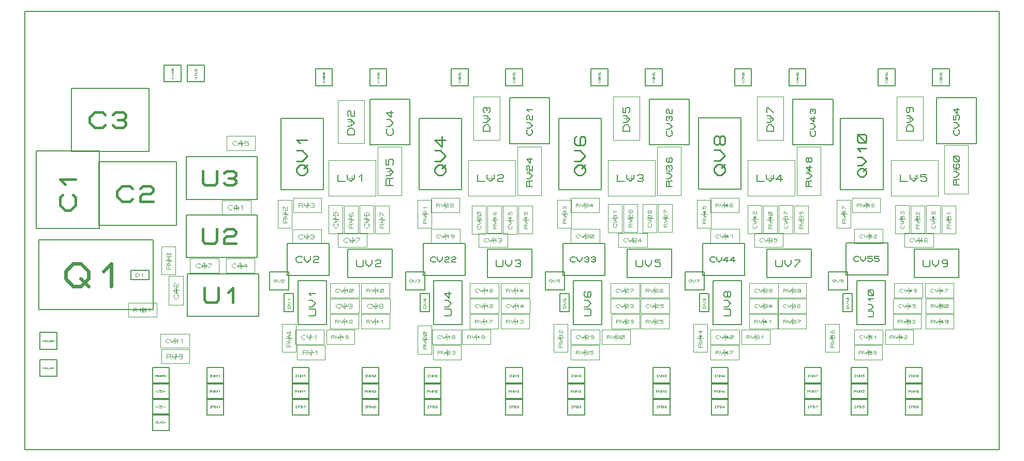
<source format=gbr>
G04 PROTEUS GERBER X2 FILE*
%TF.GenerationSoftware,Labcenter,Proteus,8.7-SP3-Build25561*%
%TF.CreationDate,2021-05-23T19:26:12+00:00*%
%TF.FileFunction,AssemblyDrawing,Top*%
%TF.FilePolarity,Positive*%
%TF.Part,Single*%
%TF.SameCoordinates,{495e9ac3-030e-4fb4-ac65-1a152484cd29}*%
%FSLAX45Y45*%
%MOMM*%
G01*
%TA.AperFunction,Profile*%
%ADD39C,0.203200*%
%TA.AperFunction,Material*%
%ADD104C,0.050000*%
%ADD105C,0.193750*%
%ADD42C,0.203200*%
%ADD106C,0.034290*%
%ADD107C,0.054860*%
%ADD108C,0.118750*%
%ADD109C,0.178750*%
%ADD110C,0.187320*%
%ADD111C,0.198750*%
%ADD112C,0.291780*%
%ADD113C,0.180970*%
%ADD114C,0.116250*%
%ADD115C,0.171450*%
%ADD116C,0.074610*%
%ADD117C,0.077470*%
%ADD118C,0.093000*%
%ADD119C,0.095000*%
%ADD120C,0.149860*%
%ADD121C,0.159000*%
%ADD122C,0.137160*%
%ADD123C,0.233420*%
%ADD124C,0.144780*%
%ADD125C,0.059690*%
%ADD126C,0.045720*%
%ADD127C,0.024930*%
%ADD128C,0.068580*%
%ADD129C,0.389040*%
%ADD130C,0.423330*%
%ADD131C,0.090090*%
%ADD132C,0.622300*%
%TD.AperFunction*%
D39*
X-7429500Y-4254500D02*
X+8509000Y-4254500D01*
X+8509000Y+2921000D01*
X-7429500Y+2921000D01*
X-7429500Y-4254500D01*
D104*
X-1693000Y+480500D02*
X-2463000Y+480500D01*
X-2463000Y-99500D01*
X-1693000Y-99500D01*
X-1693000Y+480500D01*
X-2078000Y+140500D02*
X-2078000Y+240500D01*
X-2128000Y+190500D02*
X-2028000Y+190500D01*
D105*
X-2310500Y+248625D02*
X-2310500Y+132375D01*
X-2194250Y+132375D01*
X-2155500Y+248625D02*
X-2155500Y+190500D01*
X-2097375Y+132375D01*
X-2039250Y+190500D01*
X-2039250Y+248625D01*
X-1961750Y+209875D02*
X-1923000Y+248625D01*
X-1923000Y+132375D01*
D42*
X-7185660Y-2613660D02*
X-6911340Y-2613660D01*
X-6911340Y-2339340D01*
X-7185660Y-2339340D01*
X-7185660Y-2613660D01*
D106*
X-7144512Y-2466213D02*
X-7144512Y-2476500D01*
X-7134225Y-2486787D01*
X-7123938Y-2476500D01*
X-7123938Y-2466213D01*
X-7113651Y-2466213D02*
X-7099935Y-2466213D01*
X-7106793Y-2466213D02*
X-7106793Y-2486787D01*
X-7113651Y-2486787D02*
X-7099935Y-2486787D01*
X-7089648Y-2486787D02*
X-7089648Y-2466213D01*
X-7069074Y-2486787D01*
X-7069074Y-2466213D01*
X-7062216Y-2490216D02*
X-7041642Y-2490216D01*
X-7031355Y-2469642D02*
X-7027926Y-2466213D01*
X-7017639Y-2466213D01*
X-7014210Y-2469642D01*
X-7014210Y-2473071D01*
X-7017639Y-2476500D01*
X-7027926Y-2476500D01*
X-7031355Y-2479929D01*
X-7031355Y-2486787D01*
X-7014210Y-2486787D01*
X-6986778Y-2479929D02*
X-7007352Y-2479929D01*
X-6993636Y-2466213D01*
X-6993636Y-2486787D01*
X-6979920Y-2466213D02*
X-6979920Y-2476500D01*
X-6969633Y-2486787D01*
X-6959346Y-2476500D01*
X-6959346Y-2466213D01*
D42*
X-7185660Y-3058160D02*
X-6911340Y-3058160D01*
X-6911340Y-2783840D01*
X-7185660Y-2783840D01*
X-7185660Y-3058160D01*
D106*
X-7144512Y-2910713D02*
X-7144512Y-2921000D01*
X-7134225Y-2931287D01*
X-7123938Y-2921000D01*
X-7123938Y-2910713D01*
X-7113651Y-2910713D02*
X-7099935Y-2910713D01*
X-7106793Y-2910713D02*
X-7106793Y-2931287D01*
X-7113651Y-2931287D02*
X-7099935Y-2931287D01*
X-7089648Y-2931287D02*
X-7089648Y-2910713D01*
X-7069074Y-2931287D01*
X-7069074Y-2910713D01*
X-7062216Y-2934716D02*
X-7041642Y-2934716D01*
X-7021068Y-2924429D02*
X-7014210Y-2924429D01*
X-7014210Y-2931287D01*
X-7027926Y-2931287D01*
X-7034784Y-2924429D01*
X-7034784Y-2917571D01*
X-7027926Y-2910713D01*
X-7017639Y-2910713D01*
X-7014210Y-2914142D01*
X-7007352Y-2931287D02*
X-7007352Y-2910713D01*
X-6986778Y-2931287D01*
X-6986778Y-2910713D01*
X-6979920Y-2931287D02*
X-6979920Y-2910713D01*
X-6966204Y-2910713D01*
X-6959346Y-2917571D01*
X-6959346Y-2924429D01*
X-6966204Y-2931287D01*
X-6979920Y-2931287D01*
D42*
X-1788160Y+1704340D02*
X-1513840Y+1704340D01*
X-1513840Y+1978660D01*
X-1788160Y+1978660D01*
X-1788160Y+1704340D01*
D107*
X-1667459Y+1753718D02*
X-1651000Y+1753718D01*
X-1634540Y+1770177D01*
X-1651000Y+1786636D01*
X-1667459Y+1786636D01*
X-1656486Y+1808581D02*
X-1667459Y+1819554D01*
X-1634540Y+1819554D01*
X-1634540Y+1841500D02*
X-1667459Y+1841500D01*
X-1667459Y+1874418D02*
X-1634540Y+1874418D01*
X-1651000Y+1841500D02*
X-1651000Y+1874418D01*
X-1640027Y+1885391D02*
X-1634540Y+1890877D01*
X-1634540Y+1912822D01*
X-1640027Y+1918309D01*
X-1645513Y+1918309D01*
X-1651000Y+1912822D01*
X-1651000Y+1890877D01*
X-1656486Y+1885391D01*
X-1661972Y+1885391D01*
X-1667459Y+1890877D01*
X-1667459Y+1912822D01*
X-1661972Y+1918309D01*
D42*
X-3058160Y-3693160D02*
X-2783840Y-3693160D01*
X-2783840Y-3418840D01*
X-3058160Y-3418840D01*
X-3058160Y-3693160D01*
D107*
X-3003296Y-3539541D02*
X-2981351Y-3539541D01*
X-2992323Y-3539541D02*
X-2992323Y-3572460D01*
X-3003296Y-3572460D02*
X-2981351Y-3572460D01*
X-2964891Y-3572460D02*
X-2964891Y-3539541D01*
X-2931973Y-3539541D01*
X-2964891Y-3556000D02*
X-2942946Y-3556000D01*
X-2921000Y-3572460D02*
X-2921000Y-3539541D01*
X-2893569Y-3539541D01*
X-2888082Y-3545028D01*
X-2888082Y-3550514D01*
X-2893569Y-3556000D01*
X-2888082Y-3561487D01*
X-2888082Y-3566973D01*
X-2893569Y-3572460D01*
X-2921000Y-3572460D01*
X-2921000Y-3556000D02*
X-2893569Y-3556000D01*
X-2866137Y-3550514D02*
X-2855164Y-3539541D01*
X-2855164Y-3572460D01*
D42*
X-3058160Y-3185160D02*
X-2783840Y-3185160D01*
X-2783840Y-2910840D01*
X-3058160Y-2910840D01*
X-3058160Y-3185160D01*
D107*
X-3003296Y-3031541D02*
X-2981351Y-3031541D01*
X-2992323Y-3031541D02*
X-2992323Y-3064460D01*
X-3003296Y-3064460D02*
X-2981351Y-3064460D01*
X-2964891Y-3064460D02*
X-2964891Y-3031541D01*
X-2931973Y-3064460D01*
X-2931973Y-3031541D01*
X-2921000Y-3064460D02*
X-2921000Y-3031541D01*
X-2888082Y-3031541D02*
X-2888082Y-3064460D01*
X-2921000Y-3048000D02*
X-2888082Y-3048000D01*
X-2866137Y-3042514D02*
X-2855164Y-3031541D01*
X-2855164Y-3064460D01*
D42*
X-3058160Y-3439160D02*
X-2783840Y-3439160D01*
X-2783840Y-3164840D01*
X-3058160Y-3164840D01*
X-3058160Y-3439160D01*
D107*
X-3008782Y-3318460D02*
X-3008782Y-3285541D01*
X-2981351Y-3285541D01*
X-2975864Y-3291028D01*
X-2975864Y-3296514D01*
X-2981351Y-3302000D01*
X-3008782Y-3302000D01*
X-2964891Y-3285541D02*
X-2964891Y-3318460D01*
X-2948432Y-3302000D01*
X-2931973Y-3318460D01*
X-2931973Y-3285541D01*
X-2921000Y-3318460D02*
X-2921000Y-3285541D01*
X-2904541Y-3302000D01*
X-2888082Y-3285541D01*
X-2888082Y-3318460D01*
X-2866137Y-3296514D02*
X-2855164Y-3285541D01*
X-2855164Y-3318460D01*
D104*
X-4202620Y-407100D02*
X-3732620Y-407100D01*
X-3732620Y-177100D01*
X-4202620Y-177100D01*
X-4202620Y-407100D01*
X-3967620Y-242100D02*
X-3967620Y-342100D01*
X-3917620Y-292100D02*
X-4017620Y-292100D01*
D108*
X-4038870Y-315850D02*
X-4050745Y-327725D01*
X-4086370Y-327725D01*
X-4110120Y-303975D01*
X-4110120Y-280225D01*
X-4086370Y-256475D01*
X-4050745Y-256475D01*
X-4038870Y-268350D01*
X-4015120Y-327725D02*
X-4015120Y-280225D01*
X-3991370Y-256475D01*
X-3967620Y-256475D01*
X-3943870Y-280225D01*
X-3943870Y-327725D01*
X-4015120Y-303975D02*
X-3943870Y-303975D01*
X-3896370Y-280225D02*
X-3872620Y-256475D01*
X-3872620Y-327725D01*
D104*
X-5075620Y-1413600D02*
X-5075620Y-1883600D01*
X-4845620Y-1883600D01*
X-4845620Y-1413600D01*
X-5075620Y-1413600D01*
X-4910620Y-1648600D02*
X-5010620Y-1648600D01*
X-4960620Y-1698600D02*
X-4960620Y-1598600D01*
D108*
X-4936870Y-1719850D02*
X-4924995Y-1731725D01*
X-4924995Y-1767350D01*
X-4948745Y-1791100D01*
X-4972495Y-1791100D01*
X-4996245Y-1767350D01*
X-4996245Y-1731725D01*
X-4984370Y-1719850D01*
X-4924995Y-1696100D02*
X-4972495Y-1696100D01*
X-4996245Y-1672350D01*
X-4996245Y-1648600D01*
X-4972495Y-1624850D01*
X-4924995Y-1624850D01*
X-4948745Y-1696100D02*
X-4948745Y-1624850D01*
X-4984370Y-1589225D02*
X-4996245Y-1577350D01*
X-4996245Y-1541725D01*
X-4984370Y-1529850D01*
X-4972495Y-1529850D01*
X-4960620Y-1541725D01*
X-4960620Y-1577350D01*
X-4948745Y-1589225D01*
X-4924995Y-1589225D01*
X-4924995Y-1529850D01*
D104*
X-1880500Y+759000D02*
X-1880500Y+1469000D01*
X-2310500Y+1469000D01*
X-2310500Y+759000D01*
X-1880500Y+759000D01*
X-2145500Y+1114000D02*
X-2045500Y+1114000D01*
X-2095500Y+1164000D02*
X-2095500Y+1064000D01*
D109*
X-2041875Y+899500D02*
X-2149125Y+899500D01*
X-2149125Y+971000D01*
X-2113375Y+1006750D01*
X-2077625Y+1006750D01*
X-2041875Y+971000D01*
X-2041875Y+899500D01*
X-2149125Y+1042500D02*
X-2095500Y+1042500D01*
X-2041875Y+1096125D01*
X-2095500Y+1149750D01*
X-2149125Y+1149750D01*
X-2131250Y+1203375D02*
X-2149125Y+1221250D01*
X-2149125Y+1274875D01*
X-2131250Y+1292750D01*
X-2113375Y+1292750D01*
X-2095500Y+1274875D01*
X-2095500Y+1221250D01*
X-2077625Y+1203375D01*
X-2041875Y+1203375D01*
X-2041875Y+1292750D01*
D42*
X-1788160Y+736600D02*
X-1132840Y+736600D01*
X-1132840Y+1485900D01*
X-1788160Y+1485900D01*
X-1788160Y+736600D01*
D110*
X-1423035Y+998855D02*
X-1404303Y+980122D01*
X-1404303Y+923925D01*
X-1441768Y+886460D01*
X-1479233Y+886460D01*
X-1516698Y+923925D01*
X-1516698Y+980122D01*
X-1497965Y+998855D01*
X-1516698Y+1036320D02*
X-1460500Y+1036320D01*
X-1404303Y+1092517D01*
X-1460500Y+1148715D01*
X-1516698Y+1148715D01*
X-1441768Y+1298575D02*
X-1441768Y+1186180D01*
X-1516698Y+1261110D01*
X-1404303Y+1261110D01*
D104*
X-1655500Y+700000D02*
X-1655500Y-90000D01*
X-1265500Y-90000D01*
X-1265500Y+700000D01*
X-1655500Y+700000D01*
X-1410500Y+305000D02*
X-1510500Y+305000D01*
X-1460500Y+255000D02*
X-1460500Y+355000D01*
D111*
X-1400875Y+66500D02*
X-1520125Y+66500D01*
X-1520125Y+165875D01*
X-1500250Y+185750D01*
X-1480375Y+185750D01*
X-1460500Y+165875D01*
X-1460500Y+66500D01*
X-1460500Y+165875D02*
X-1440625Y+185750D01*
X-1400875Y+185750D01*
X-1520125Y+225500D02*
X-1460500Y+225500D01*
X-1400875Y+285125D01*
X-1460500Y+344750D01*
X-1520125Y+344750D01*
X-1520125Y+503750D02*
X-1520125Y+404375D01*
X-1480375Y+404375D01*
X-1480375Y+483875D01*
X-1460500Y+503750D01*
X-1420750Y+503750D01*
X-1400875Y+483875D01*
X-1400875Y+424250D01*
X-1420750Y+404375D01*
D42*
X-3244850Y+0D02*
X-2546350Y+0D01*
X-2546350Y+1167130D01*
X-3244850Y+1167130D01*
X-3244850Y+0D01*
D112*
X-2924778Y+233428D02*
X-2983134Y+291784D01*
X-2983134Y+350140D01*
X-2924778Y+408496D01*
X-2866421Y+408496D01*
X-2808065Y+350140D01*
X-2808065Y+291784D01*
X-2866421Y+233428D01*
X-2924778Y+233428D01*
X-2866421Y+350140D02*
X-2808065Y+408496D01*
X-2983134Y+466853D02*
X-2895600Y+466853D01*
X-2808065Y+554387D01*
X-2895600Y+641921D01*
X-2983134Y+641921D01*
X-2924778Y+758634D02*
X-2983134Y+816990D01*
X-2808065Y+816990D01*
D42*
X-2964180Y-2209800D02*
X-2496820Y-2209800D01*
X-2496820Y-1485900D01*
X-2964180Y-1485900D01*
X-2964180Y-2209800D01*
D113*
X-2784793Y-2065020D02*
X-2694305Y-2065020D01*
X-2676208Y-2046923D01*
X-2676208Y-1974533D01*
X-2694305Y-1956435D01*
X-2784793Y-1956435D01*
X-2784793Y-1920240D02*
X-2730500Y-1920240D01*
X-2676208Y-1865948D01*
X-2730500Y-1811655D01*
X-2784793Y-1811655D01*
X-2748598Y-1739265D02*
X-2784793Y-1703070D01*
X-2676208Y-1703070D01*
D104*
X-2582000Y-139000D02*
X-3042000Y-139000D01*
X-3042000Y-369000D01*
X-2582000Y-369000D01*
X-2582000Y-139000D01*
X-2812000Y-304000D02*
X-2812000Y-204000D01*
X-2862000Y-254000D02*
X-2762000Y-254000D01*
D114*
X-2951500Y-288875D02*
X-2951500Y-219125D01*
X-2893375Y-219125D01*
X-2881750Y-230750D01*
X-2881750Y-242375D01*
X-2893375Y-254000D01*
X-2951500Y-254000D01*
X-2893375Y-254000D02*
X-2881750Y-265625D01*
X-2881750Y-288875D01*
X-2858500Y-219125D02*
X-2858500Y-254000D01*
X-2823625Y-288875D01*
X-2788750Y-254000D01*
X-2788750Y-219125D01*
X-2753875Y-230750D02*
X-2742250Y-219125D01*
X-2707375Y-219125D01*
X-2695750Y-230750D01*
X-2695750Y-242375D01*
X-2707375Y-254000D01*
X-2695750Y-265625D01*
X-2695750Y-277250D01*
X-2707375Y-288875D01*
X-2742250Y-288875D01*
X-2753875Y-277250D01*
X-2730625Y-254000D02*
X-2707375Y-254000D01*
D104*
X-3290000Y-169000D02*
X-3290000Y-629000D01*
X-3060000Y-629000D01*
X-3060000Y-169000D01*
X-3290000Y-169000D01*
X-3125000Y-399000D02*
X-3225000Y-399000D01*
X-3175000Y-449000D02*
X-3175000Y-349000D01*
D114*
X-3140125Y-538500D02*
X-3209875Y-538500D01*
X-3209875Y-480375D01*
X-3198250Y-468750D01*
X-3186625Y-468750D01*
X-3175000Y-480375D01*
X-3175000Y-538500D01*
X-3175000Y-480375D02*
X-3163375Y-468750D01*
X-3140125Y-468750D01*
X-3209875Y-445500D02*
X-3175000Y-445500D01*
X-3140125Y-410625D01*
X-3175000Y-375750D01*
X-3209875Y-375750D01*
X-3198250Y-340875D02*
X-3209875Y-329250D01*
X-3209875Y-294375D01*
X-3198250Y-282750D01*
X-3186625Y-282750D01*
X-3175000Y-294375D01*
X-3175000Y-329250D01*
X-3163375Y-340875D01*
X-3140125Y-340875D01*
X-3140125Y-282750D01*
D104*
X-3052000Y-883350D02*
X-2582000Y-883350D01*
X-2582000Y-653350D01*
X-3052000Y-653350D01*
X-3052000Y-883350D01*
X-2817000Y-718350D02*
X-2817000Y-818350D01*
X-2767000Y-768350D02*
X-2867000Y-768350D01*
D108*
X-2888250Y-792100D02*
X-2900125Y-803975D01*
X-2935750Y-803975D01*
X-2959500Y-780225D01*
X-2959500Y-756475D01*
X-2935750Y-732725D01*
X-2900125Y-732725D01*
X-2888250Y-744600D01*
X-2864500Y-732725D02*
X-2864500Y-768350D01*
X-2828875Y-803975D01*
X-2793250Y-768350D01*
X-2793250Y-732725D01*
X-2757625Y-744600D02*
X-2745750Y-732725D01*
X-2710125Y-732725D01*
X-2698250Y-744600D01*
X-2698250Y-756475D01*
X-2710125Y-768350D01*
X-2698250Y-780225D01*
X-2698250Y-792100D01*
X-2710125Y-803975D01*
X-2745750Y-803975D01*
X-2757625Y-792100D01*
X-2733875Y-768350D02*
X-2710125Y-768350D01*
D42*
X-3136900Y-1407160D02*
X-2451100Y-1407160D01*
X-2451100Y-878840D01*
X-3136900Y-878840D01*
X-3136900Y-1407160D01*
D115*
X-2896870Y-1177290D02*
X-2914015Y-1194435D01*
X-2965450Y-1194435D01*
X-2999740Y-1160145D01*
X-2999740Y-1125855D01*
X-2965450Y-1091565D01*
X-2914015Y-1091565D01*
X-2896870Y-1108710D01*
X-2862580Y-1091565D02*
X-2862580Y-1143000D01*
X-2811145Y-1194435D01*
X-2759710Y-1143000D01*
X-2759710Y-1091565D01*
X-2708275Y-1108710D02*
X-2691130Y-1091565D01*
X-2639695Y-1091565D01*
X-2622550Y-1108710D01*
X-2622550Y-1125855D01*
X-2639695Y-1143000D01*
X-2691130Y-1143000D01*
X-2708275Y-1160145D01*
X-2708275Y-1194435D01*
X-2622550Y-1194435D01*
D42*
X-3186580Y-2000250D02*
X-3036420Y-2000250D01*
X-3036420Y-1701800D01*
X-3186580Y-1701800D01*
X-3186580Y-2000250D01*
D116*
X-3089116Y-1940558D02*
X-3133883Y-1940558D01*
X-3133883Y-1910714D01*
X-3118961Y-1895792D01*
X-3104038Y-1895792D01*
X-3089116Y-1910714D01*
X-3089116Y-1940558D01*
X-3133883Y-1880869D02*
X-3111500Y-1880869D01*
X-3089116Y-1858486D01*
X-3111500Y-1836103D01*
X-3133883Y-1836103D01*
X-3118961Y-1806258D02*
X-3133883Y-1791336D01*
X-3089116Y-1791336D01*
D104*
X-3006000Y-2528000D02*
X-2536000Y-2528000D01*
X-2536000Y-2298000D01*
X-3006000Y-2298000D01*
X-3006000Y-2528000D01*
X-2771000Y-2363000D02*
X-2771000Y-2463000D01*
X-2721000Y-2413000D02*
X-2821000Y-2413000D01*
D108*
X-2842250Y-2436750D02*
X-2854125Y-2448625D01*
X-2889750Y-2448625D01*
X-2913500Y-2424875D01*
X-2913500Y-2401125D01*
X-2889750Y-2377375D01*
X-2854125Y-2377375D01*
X-2842250Y-2389250D01*
X-2818500Y-2377375D02*
X-2818500Y-2413000D01*
X-2782875Y-2448625D01*
X-2747250Y-2413000D01*
X-2747250Y-2377375D01*
X-2699750Y-2401125D02*
X-2676000Y-2377375D01*
X-2676000Y-2448625D01*
D104*
X-2978500Y-2782000D02*
X-2518500Y-2782000D01*
X-2518500Y-2552000D01*
X-2978500Y-2552000D01*
X-2978500Y-2782000D01*
X-2748500Y-2617000D02*
X-2748500Y-2717000D01*
X-2698500Y-2667000D02*
X-2798500Y-2667000D01*
D114*
X-2888000Y-2701875D02*
X-2888000Y-2632125D01*
X-2829875Y-2632125D01*
X-2818250Y-2643750D01*
X-2818250Y-2655375D01*
X-2829875Y-2667000D01*
X-2888000Y-2667000D01*
X-2829875Y-2667000D02*
X-2818250Y-2678625D01*
X-2818250Y-2701875D01*
X-2795000Y-2632125D02*
X-2795000Y-2667000D01*
X-2760125Y-2701875D01*
X-2725250Y-2667000D01*
X-2725250Y-2632125D01*
X-2678750Y-2655375D02*
X-2655500Y-2632125D01*
X-2655500Y-2701875D01*
D42*
X-3423920Y-1638300D02*
X-3114040Y-1638300D01*
X-3114040Y-1346200D01*
X-3423920Y-1346200D01*
X-3423920Y-1638300D01*
D117*
X-3361944Y-1484503D02*
X-3346450Y-1469009D01*
X-3330956Y-1469009D01*
X-3315462Y-1484503D01*
X-3315462Y-1499997D01*
X-3330956Y-1515491D01*
X-3346450Y-1515491D01*
X-3361944Y-1499997D01*
X-3361944Y-1484503D01*
X-3330956Y-1499997D02*
X-3315462Y-1515491D01*
X-3299968Y-1469009D02*
X-3299968Y-1492250D01*
X-3276727Y-1515491D01*
X-3253486Y-1492250D01*
X-3253486Y-1469009D01*
X-3230245Y-1476756D02*
X-3222498Y-1469009D01*
X-3199257Y-1469009D01*
X-3191510Y-1476756D01*
X-3191510Y-1484503D01*
X-3199257Y-1492250D01*
X-3222498Y-1492250D01*
X-3230245Y-1499997D01*
X-3230245Y-1515491D01*
X-3191510Y-1515491D01*
D104*
X-3226500Y-2201000D02*
X-3226500Y-2661000D01*
X-2996500Y-2661000D01*
X-2996500Y-2201000D01*
X-3226500Y-2201000D01*
X-3061500Y-2431000D02*
X-3161500Y-2431000D01*
X-3111500Y-2481000D02*
X-3111500Y-2381000D01*
D114*
X-3076625Y-2570500D02*
X-3146375Y-2570500D01*
X-3146375Y-2512375D01*
X-3134750Y-2500750D01*
X-3123125Y-2500750D01*
X-3111500Y-2512375D01*
X-3111500Y-2570500D01*
X-3111500Y-2512375D02*
X-3099875Y-2500750D01*
X-3076625Y-2500750D01*
X-3146375Y-2477500D02*
X-3111500Y-2477500D01*
X-3076625Y-2442625D01*
X-3111500Y-2407750D01*
X-3146375Y-2407750D01*
X-3099875Y-2314750D02*
X-3099875Y-2384500D01*
X-3146375Y-2338000D01*
X-3076625Y-2338000D01*
D104*
X-1472500Y-720000D02*
X-1472500Y-260000D01*
X-1702500Y-260000D01*
X-1702500Y-720000D01*
X-1472500Y-720000D01*
X-1637500Y-490000D02*
X-1537500Y-490000D01*
X-1587500Y-440000D02*
X-1587500Y-540000D01*
D114*
X-1552625Y-629500D02*
X-1622375Y-629500D01*
X-1622375Y-571375D01*
X-1610750Y-559750D01*
X-1599125Y-559750D01*
X-1587500Y-571375D01*
X-1587500Y-629500D01*
X-1587500Y-571375D02*
X-1575875Y-559750D01*
X-1552625Y-559750D01*
X-1622375Y-536500D02*
X-1587500Y-536500D01*
X-1552625Y-501625D01*
X-1587500Y-466750D01*
X-1622375Y-466750D01*
X-1622375Y-431875D02*
X-1622375Y-373750D01*
X-1610750Y-373750D01*
X-1552625Y-431875D01*
D104*
X-1980500Y-720000D02*
X-1980500Y-260000D01*
X-2210500Y-260000D01*
X-2210500Y-720000D01*
X-1980500Y-720000D01*
X-2145500Y-490000D02*
X-2045500Y-490000D01*
X-2095500Y-440000D02*
X-2095500Y-540000D01*
D114*
X-2060625Y-629500D02*
X-2130375Y-629500D01*
X-2130375Y-571375D01*
X-2118750Y-559750D01*
X-2107125Y-559750D01*
X-2095500Y-571375D01*
X-2095500Y-629500D01*
X-2095500Y-571375D02*
X-2083875Y-559750D01*
X-2060625Y-559750D01*
X-2130375Y-536500D02*
X-2095500Y-536500D01*
X-2060625Y-501625D01*
X-2095500Y-466750D01*
X-2130375Y-466750D01*
X-2118750Y-373750D02*
X-2130375Y-385375D01*
X-2130375Y-420250D01*
X-2118750Y-431875D01*
X-2072250Y-431875D01*
X-2060625Y-420250D01*
X-2060625Y-385375D01*
X-2072250Y-373750D01*
X-2083875Y-373750D01*
X-2095500Y-385375D01*
X-2095500Y-431875D01*
D104*
X-1956500Y-250000D02*
X-1956500Y-720000D01*
X-1726500Y-720000D01*
X-1726500Y-250000D01*
X-1956500Y-250000D01*
X-1791500Y-485000D02*
X-1891500Y-485000D01*
X-1841500Y-535000D02*
X-1841500Y-435000D01*
D108*
X-1817750Y-556250D02*
X-1805875Y-568125D01*
X-1805875Y-603750D01*
X-1829625Y-627500D01*
X-1853375Y-627500D01*
X-1877125Y-603750D01*
X-1877125Y-568125D01*
X-1865250Y-556250D01*
X-1877125Y-532500D02*
X-1841500Y-532500D01*
X-1805875Y-496875D01*
X-1841500Y-461250D01*
X-1877125Y-461250D01*
X-1865250Y-366250D02*
X-1877125Y-378125D01*
X-1877125Y-413750D01*
X-1865250Y-425625D01*
X-1817750Y-425625D01*
X-1805875Y-413750D01*
X-1805875Y-378125D01*
X-1817750Y-366250D01*
X-1829625Y-366250D01*
X-1841500Y-378125D01*
X-1841500Y-425625D01*
D42*
X-2146300Y-1440180D02*
X-1422400Y-1440180D01*
X-1422400Y-972820D01*
X-2146300Y-972820D01*
X-2146300Y-1440180D01*
D113*
X-2001520Y-1152207D02*
X-2001520Y-1242695D01*
X-1983423Y-1260792D01*
X-1911033Y-1260792D01*
X-1892935Y-1242695D01*
X-1892935Y-1152207D01*
X-1856740Y-1152207D02*
X-1856740Y-1206500D01*
X-1802448Y-1260792D01*
X-1748155Y-1206500D01*
X-1748155Y-1152207D01*
X-1693863Y-1170305D02*
X-1675765Y-1152207D01*
X-1621473Y-1152207D01*
X-1603375Y-1170305D01*
X-1603375Y-1188402D01*
X-1621473Y-1206500D01*
X-1675765Y-1206500D01*
X-1693863Y-1224597D01*
X-1693863Y-1260792D01*
X-1603375Y-1260792D01*
D104*
X-2307500Y-940500D02*
X-1837500Y-940500D01*
X-1837500Y-710500D01*
X-2307500Y-710500D01*
X-2307500Y-940500D01*
X-2072500Y-775500D02*
X-2072500Y-875500D01*
X-2022500Y-825500D02*
X-2122500Y-825500D01*
D108*
X-2143750Y-849250D02*
X-2155625Y-861125D01*
X-2191250Y-861125D01*
X-2215000Y-837375D01*
X-2215000Y-813625D01*
X-2191250Y-789875D01*
X-2155625Y-789875D01*
X-2143750Y-801750D01*
X-2120000Y-789875D02*
X-2120000Y-825500D01*
X-2084375Y-861125D01*
X-2048750Y-825500D01*
X-2048750Y-789875D01*
X-2013125Y-789875D02*
X-1953750Y-789875D01*
X-1953750Y-801750D01*
X-2013125Y-861125D01*
D104*
X-1926500Y-2274000D02*
X-1466500Y-2274000D01*
X-1466500Y-2044000D01*
X-1926500Y-2044000D01*
X-1926500Y-2274000D01*
X-1696500Y-2109000D02*
X-1696500Y-2209000D01*
X-1646500Y-2159000D02*
X-1746500Y-2159000D01*
D118*
X-1845300Y-2186900D02*
X-1845300Y-2131100D01*
X-1798800Y-2131100D01*
X-1789500Y-2140400D01*
X-1789500Y-2149700D01*
X-1798800Y-2159000D01*
X-1845300Y-2159000D01*
X-1798800Y-2159000D02*
X-1789500Y-2168300D01*
X-1789500Y-2186900D01*
X-1770900Y-2131100D02*
X-1770900Y-2159000D01*
X-1743000Y-2186900D01*
X-1715100Y-2159000D01*
X-1715100Y-2131100D01*
X-1677900Y-2149700D02*
X-1659300Y-2131100D01*
X-1659300Y-2186900D01*
X-1603500Y-2149700D02*
X-1584900Y-2131100D01*
X-1584900Y-2186900D01*
D104*
X-1926500Y-1766000D02*
X-1466500Y-1766000D01*
X-1466500Y-1536000D01*
X-1926500Y-1536000D01*
X-1926500Y-1766000D01*
X-1696500Y-1601000D02*
X-1696500Y-1701000D01*
X-1646500Y-1651000D02*
X-1746500Y-1651000D01*
D118*
X-1845300Y-1678900D02*
X-1845300Y-1623100D01*
X-1798800Y-1623100D01*
X-1789500Y-1632400D01*
X-1789500Y-1641700D01*
X-1798800Y-1651000D01*
X-1845300Y-1651000D01*
X-1798800Y-1651000D02*
X-1789500Y-1660300D01*
X-1789500Y-1678900D01*
X-1770900Y-1623100D02*
X-1770900Y-1651000D01*
X-1743000Y-1678900D01*
X-1715100Y-1651000D01*
X-1715100Y-1623100D01*
X-1677900Y-1641700D02*
X-1659300Y-1623100D01*
X-1659300Y-1678900D01*
X-1622100Y-1669600D02*
X-1622100Y-1632400D01*
X-1612800Y-1623100D01*
X-1575600Y-1623100D01*
X-1566300Y-1632400D01*
X-1566300Y-1669600D01*
X-1575600Y-1678900D01*
X-1612800Y-1678900D01*
X-1622100Y-1669600D01*
X-1622100Y-1678900D02*
X-1566300Y-1623100D01*
D104*
X-2434500Y-2274000D02*
X-1974500Y-2274000D01*
X-1974500Y-2044000D01*
X-2434500Y-2044000D01*
X-2434500Y-2274000D01*
X-2204500Y-2109000D02*
X-2204500Y-2209000D01*
X-2154500Y-2159000D02*
X-2254500Y-2159000D01*
D118*
X-2353300Y-2186900D02*
X-2353300Y-2131100D01*
X-2306800Y-2131100D01*
X-2297500Y-2140400D01*
X-2297500Y-2149700D01*
X-2306800Y-2159000D01*
X-2353300Y-2159000D01*
X-2306800Y-2159000D02*
X-2297500Y-2168300D01*
X-2297500Y-2186900D01*
X-2278900Y-2131100D02*
X-2278900Y-2159000D01*
X-2251000Y-2186900D01*
X-2223100Y-2159000D01*
X-2223100Y-2131100D01*
X-2185900Y-2149700D02*
X-2167300Y-2131100D01*
X-2167300Y-2186900D01*
X-2120800Y-2140400D02*
X-2111500Y-2131100D01*
X-2083600Y-2131100D01*
X-2074300Y-2140400D01*
X-2074300Y-2149700D01*
X-2083600Y-2159000D01*
X-2111500Y-2159000D01*
X-2120800Y-2168300D01*
X-2120800Y-2186900D01*
X-2074300Y-2186900D01*
D104*
X-2434500Y-1766000D02*
X-1964500Y-1766000D01*
X-1964500Y-1536000D01*
X-2434500Y-1536000D01*
X-2434500Y-1766000D01*
X-2199500Y-1601000D02*
X-2199500Y-1701000D01*
X-2149500Y-1651000D02*
X-2249500Y-1651000D01*
D119*
X-2294500Y-1670000D02*
X-2304000Y-1679500D01*
X-2332500Y-1679500D01*
X-2351500Y-1660500D01*
X-2351500Y-1641500D01*
X-2332500Y-1622500D01*
X-2304000Y-1622500D01*
X-2294500Y-1632000D01*
X-2275500Y-1622500D02*
X-2275500Y-1651000D01*
X-2247000Y-1679500D01*
X-2218500Y-1651000D01*
X-2218500Y-1622500D01*
X-2180500Y-1641500D02*
X-2161500Y-1622500D01*
X-2161500Y-1679500D01*
X-2123500Y-1670000D02*
X-2123500Y-1632000D01*
X-2114000Y-1622500D01*
X-2076000Y-1622500D01*
X-2066500Y-1632000D01*
X-2066500Y-1670000D01*
X-2076000Y-1679500D01*
X-2114000Y-1679500D01*
X-2123500Y-1670000D01*
X-2123500Y-1679500D02*
X-2066500Y-1622500D01*
D104*
X-2434500Y-2020000D02*
X-1964500Y-2020000D01*
X-1964500Y-1790000D01*
X-2434500Y-1790000D01*
X-2434500Y-2020000D01*
X-2199500Y-1855000D02*
X-2199500Y-1955000D01*
X-2149500Y-1905000D02*
X-2249500Y-1905000D01*
D108*
X-2270750Y-1928750D02*
X-2282625Y-1940625D01*
X-2318250Y-1940625D01*
X-2342000Y-1916875D01*
X-2342000Y-1893125D01*
X-2318250Y-1869375D01*
X-2282625Y-1869375D01*
X-2270750Y-1881250D01*
X-2247000Y-1869375D02*
X-2247000Y-1905000D01*
X-2211375Y-1940625D01*
X-2175750Y-1905000D01*
X-2175750Y-1869375D01*
X-2080750Y-1893125D02*
X-2092625Y-1905000D01*
X-2128250Y-1905000D01*
X-2140125Y-1893125D01*
X-2140125Y-1881250D01*
X-2128250Y-1869375D01*
X-2092625Y-1869375D01*
X-2080750Y-1881250D01*
X-2080750Y-1928750D01*
X-2092625Y-1940625D01*
X-2128250Y-1940625D01*
D104*
X-1926500Y-2020000D02*
X-1456500Y-2020000D01*
X-1456500Y-1790000D01*
X-1926500Y-1790000D01*
X-1926500Y-2020000D01*
X-1691500Y-1855000D02*
X-1691500Y-1955000D01*
X-1641500Y-1905000D02*
X-1741500Y-1905000D01*
D108*
X-1762750Y-1928750D02*
X-1774625Y-1940625D01*
X-1810250Y-1940625D01*
X-1834000Y-1916875D01*
X-1834000Y-1893125D01*
X-1810250Y-1869375D01*
X-1774625Y-1869375D01*
X-1762750Y-1881250D01*
X-1739000Y-1869375D02*
X-1739000Y-1905000D01*
X-1703375Y-1940625D01*
X-1667750Y-1905000D01*
X-1667750Y-1869375D01*
X-1620250Y-1905000D02*
X-1632125Y-1893125D01*
X-1632125Y-1881250D01*
X-1620250Y-1869375D01*
X-1584625Y-1869375D01*
X-1572750Y-1881250D01*
X-1572750Y-1893125D01*
X-1584625Y-1905000D01*
X-1620250Y-1905000D01*
X-1632125Y-1916875D01*
X-1632125Y-1928750D01*
X-1620250Y-1940625D01*
X-1584625Y-1940625D01*
X-1572750Y-1928750D01*
X-1572750Y-1916875D01*
X-1584625Y-1905000D01*
D104*
X-2464500Y-250000D02*
X-2464500Y-720000D01*
X-2234500Y-720000D01*
X-2234500Y-250000D01*
X-2464500Y-250000D01*
X-2299500Y-485000D02*
X-2399500Y-485000D01*
X-2349500Y-535000D02*
X-2349500Y-435000D01*
D108*
X-2325750Y-556250D02*
X-2313875Y-568125D01*
X-2313875Y-603750D01*
X-2337625Y-627500D01*
X-2361375Y-627500D01*
X-2385125Y-603750D01*
X-2385125Y-568125D01*
X-2373250Y-556250D01*
X-2385125Y-532500D02*
X-2349500Y-532500D01*
X-2313875Y-496875D01*
X-2349500Y-461250D01*
X-2385125Y-461250D01*
X-2385125Y-366250D02*
X-2385125Y-425625D01*
X-2361375Y-425625D01*
X-2361375Y-378125D01*
X-2349500Y-366250D01*
X-2325750Y-366250D01*
X-2313875Y-378125D01*
X-2313875Y-413750D01*
X-2325750Y-425625D01*
D42*
X-984250Y+0D02*
X-285750Y+0D01*
X-285750Y+1167130D01*
X-984250Y+1167130D01*
X-984250Y+0D01*
D112*
X-664178Y+233428D02*
X-722534Y+291784D01*
X-722534Y+350140D01*
X-664178Y+408496D01*
X-605821Y+408496D01*
X-547465Y+350140D01*
X-547465Y+291784D01*
X-605821Y+233428D01*
X-664178Y+233428D01*
X-605821Y+350140D02*
X-547465Y+408496D01*
X-722534Y+466853D02*
X-635000Y+466853D01*
X-547465Y+554387D01*
X-635000Y+641921D01*
X-722534Y+641921D01*
X-605821Y+875346D02*
X-605821Y+700278D01*
X-722534Y+816990D01*
X-547465Y+816990D01*
D104*
X+593000Y+480500D02*
X-177000Y+480500D01*
X-177000Y-99500D01*
X+593000Y-99500D01*
X+593000Y+480500D01*
X+208000Y+140500D02*
X+208000Y+240500D01*
X+158000Y+190500D02*
X+258000Y+190500D01*
D105*
X-24500Y+248625D02*
X-24500Y+132375D01*
X+91750Y+132375D01*
X+130500Y+248625D02*
X+130500Y+190500D01*
X+188625Y+132375D01*
X+246750Y+190500D01*
X+246750Y+248625D01*
X+304875Y+229250D02*
X+324250Y+248625D01*
X+382375Y+248625D01*
X+401750Y+229250D01*
X+401750Y+209875D01*
X+382375Y+190500D01*
X+324250Y+190500D01*
X+304875Y+171125D01*
X+304875Y+132375D01*
X+401750Y+132375D01*
D104*
X+342000Y+817000D02*
X+342000Y+1527000D01*
X-88000Y+1527000D01*
X-88000Y+817000D01*
X+342000Y+817000D01*
X+77000Y+1172000D02*
X+177000Y+1172000D01*
X+127000Y+1222000D02*
X+127000Y+1122000D01*
D109*
X+180625Y+957500D02*
X+73375Y+957500D01*
X+73375Y+1029000D01*
X+109125Y+1064750D01*
X+144875Y+1064750D01*
X+180625Y+1029000D01*
X+180625Y+957500D01*
X+73375Y+1100500D02*
X+127000Y+1100500D01*
X+180625Y+1154125D01*
X+127000Y+1207750D01*
X+73375Y+1207750D01*
X+91250Y+1261375D02*
X+73375Y+1279250D01*
X+73375Y+1332875D01*
X+91250Y+1350750D01*
X+109125Y+1350750D01*
X+127000Y+1332875D01*
X+144875Y+1350750D01*
X+162750Y+1350750D01*
X+180625Y+1332875D01*
X+180625Y+1279250D01*
X+162750Y+1261375D01*
X+127000Y+1297125D02*
X+127000Y+1332875D01*
D42*
X+497840Y+754600D02*
X+1153160Y+754600D01*
X+1153160Y+1503900D01*
X+497840Y+1503900D01*
X+497840Y+754600D01*
D120*
X+855472Y+979390D02*
X+870458Y+964404D01*
X+870458Y+919446D01*
X+840486Y+889474D01*
X+810514Y+889474D01*
X+780542Y+919446D01*
X+780542Y+964404D01*
X+795528Y+979390D01*
X+780542Y+1009362D02*
X+825500Y+1009362D01*
X+870458Y+1054320D01*
X+825500Y+1099278D01*
X+780542Y+1099278D01*
X+795528Y+1144236D02*
X+780542Y+1159222D01*
X+780542Y+1204180D01*
X+795528Y+1219166D01*
X+810514Y+1219166D01*
X+825500Y+1204180D01*
X+825500Y+1159222D01*
X+840486Y+1144236D01*
X+870458Y+1144236D01*
X+870458Y+1219166D01*
X+810514Y+1279110D02*
X+780542Y+1309082D01*
X+870458Y+1309082D01*
D104*
X+630500Y+700000D02*
X+630500Y-90000D01*
X+1020500Y-90000D01*
X+1020500Y+700000D01*
X+630500Y+700000D01*
X+875500Y+305000D02*
X+775500Y+305000D01*
X+825500Y+255000D02*
X+825500Y+355000D01*
D121*
X+873200Y+50600D02*
X+777800Y+50600D01*
X+777800Y+130100D01*
X+793700Y+146000D01*
X+809600Y+146000D01*
X+825500Y+130100D01*
X+825500Y+50600D01*
X+825500Y+130100D02*
X+841400Y+146000D01*
X+873200Y+146000D01*
X+777800Y+177800D02*
X+825500Y+177800D01*
X+873200Y+225500D01*
X+825500Y+273200D01*
X+777800Y+273200D01*
X+793700Y+320900D02*
X+777800Y+336800D01*
X+777800Y+384500D01*
X+793700Y+400400D01*
X+809600Y+400400D01*
X+825500Y+384500D01*
X+825500Y+336800D01*
X+841400Y+320900D01*
X+873200Y+320900D01*
X+873200Y+400400D01*
X+841400Y+527600D02*
X+841400Y+432200D01*
X+777800Y+495800D01*
X+873200Y+495800D01*
D42*
X+139700Y-1440180D02*
X+863600Y-1440180D01*
X+863600Y-972820D01*
X+139700Y-972820D01*
X+139700Y-1440180D01*
D113*
X+284480Y-1152207D02*
X+284480Y-1242695D01*
X+302577Y-1260792D01*
X+374967Y-1260792D01*
X+393065Y-1242695D01*
X+393065Y-1152207D01*
X+429260Y-1152207D02*
X+429260Y-1206500D01*
X+483552Y-1260792D01*
X+537845Y-1206500D01*
X+537845Y-1152207D01*
X+592137Y-1170305D02*
X+610235Y-1152207D01*
X+664527Y-1152207D01*
X+682625Y-1170305D01*
X+682625Y-1188402D01*
X+664527Y-1206500D01*
X+682625Y-1224597D01*
X+682625Y-1242695D01*
X+664527Y-1260792D01*
X+610235Y-1260792D01*
X+592137Y-1242695D01*
X+628332Y-1206500D02*
X+664527Y-1206500D01*
D104*
X-1004000Y-169000D02*
X-1004000Y-629000D01*
X-774000Y-629000D01*
X-774000Y-169000D01*
X-1004000Y-169000D01*
X-839000Y-399000D02*
X-939000Y-399000D01*
X-889000Y-449000D02*
X-889000Y-349000D01*
D118*
X-861100Y-547800D02*
X-916900Y-547800D01*
X-916900Y-501300D01*
X-907600Y-492000D01*
X-898300Y-492000D01*
X-889000Y-501300D01*
X-889000Y-547800D01*
X-889000Y-501300D02*
X-879700Y-492000D01*
X-861100Y-492000D01*
X-916900Y-473400D02*
X-889000Y-473400D01*
X-861100Y-445500D01*
X-889000Y-417600D01*
X-916900Y-417600D01*
X-907600Y-389700D02*
X-916900Y-380400D01*
X-916900Y-352500D01*
X-907600Y-343200D01*
X-898300Y-343200D01*
X-889000Y-352500D01*
X-889000Y-380400D01*
X-879700Y-389700D01*
X-861100Y-389700D01*
X-861100Y-343200D01*
X-898300Y-306000D02*
X-916900Y-287400D01*
X-861100Y-287400D01*
D104*
X-323500Y-139000D02*
X-783500Y-139000D01*
X-783500Y-369000D01*
X-323500Y-369000D01*
X-323500Y-139000D01*
X-553500Y-304000D02*
X-553500Y-204000D01*
X-603500Y-254000D02*
X-503500Y-254000D01*
D118*
X-702300Y-281900D02*
X-702300Y-226100D01*
X-655800Y-226100D01*
X-646500Y-235400D01*
X-646500Y-244700D01*
X-655800Y-254000D01*
X-702300Y-254000D01*
X-655800Y-254000D02*
X-646500Y-263300D01*
X-646500Y-281900D01*
X-627900Y-226100D02*
X-627900Y-254000D01*
X-600000Y-281900D01*
X-572100Y-254000D01*
X-572100Y-226100D01*
X-544200Y-235400D02*
X-534900Y-226100D01*
X-507000Y-226100D01*
X-497700Y-235400D01*
X-497700Y-244700D01*
X-507000Y-254000D01*
X-534900Y-254000D01*
X-544200Y-263300D01*
X-544200Y-281900D01*
X-497700Y-281900D01*
X-469800Y-235400D02*
X-460500Y-226100D01*
X-432600Y-226100D01*
X-423300Y-235400D01*
X-423300Y-244700D01*
X-432600Y-254000D01*
X-460500Y-254000D01*
X-469800Y-263300D01*
X-469800Y-281900D01*
X-423300Y-281900D01*
D104*
X-783500Y-877000D02*
X-313500Y-877000D01*
X-313500Y-647000D01*
X-783500Y-647000D01*
X-783500Y-877000D01*
X-548500Y-712000D02*
X-548500Y-812000D01*
X-498500Y-762000D02*
X-598500Y-762000D01*
D119*
X-643500Y-781000D02*
X-653000Y-790500D01*
X-681500Y-790500D01*
X-700500Y-771500D01*
X-700500Y-752500D01*
X-681500Y-733500D01*
X-653000Y-733500D01*
X-643500Y-743000D01*
X-624500Y-733500D02*
X-624500Y-762000D01*
X-596000Y-790500D01*
X-567500Y-762000D01*
X-567500Y-733500D01*
X-529500Y-752500D02*
X-510500Y-733500D01*
X-510500Y-790500D01*
X-415500Y-752500D02*
X-425000Y-762000D01*
X-453500Y-762000D01*
X-463000Y-752500D01*
X-463000Y-743000D01*
X-453500Y-733500D01*
X-425000Y-733500D01*
X-415500Y-743000D01*
X-415500Y-781000D01*
X-425000Y-790500D01*
X-453500Y-790500D01*
D42*
X-914400Y-1407160D02*
X-228600Y-1407160D01*
X-228600Y-878840D01*
X-914400Y-878840D01*
X-914400Y-1407160D01*
D122*
X-708660Y-1170432D02*
X-722376Y-1184148D01*
X-763524Y-1184148D01*
X-790956Y-1156716D01*
X-790956Y-1129284D01*
X-763524Y-1101852D01*
X-722376Y-1101852D01*
X-708660Y-1115568D01*
X-681228Y-1101852D02*
X-681228Y-1143000D01*
X-640080Y-1184148D01*
X-598932Y-1143000D01*
X-598932Y-1101852D01*
X-557784Y-1115568D02*
X-544068Y-1101852D01*
X-502920Y-1101852D01*
X-489204Y-1115568D01*
X-489204Y-1129284D01*
X-502920Y-1143000D01*
X-544068Y-1143000D01*
X-557784Y-1156716D01*
X-557784Y-1184148D01*
X-489204Y-1184148D01*
X-448056Y-1115568D02*
X-434340Y-1101852D01*
X-393192Y-1101852D01*
X-379476Y-1115568D01*
X-379476Y-1129284D01*
X-393192Y-1143000D01*
X-434340Y-1143000D01*
X-448056Y-1156716D01*
X-448056Y-1184148D01*
X-379476Y-1184148D01*
D42*
X-1201420Y-1638300D02*
X-891540Y-1638300D01*
X-891540Y-1346200D01*
X-1201420Y-1346200D01*
X-1201420Y-1638300D01*
D117*
X-1139444Y-1484503D02*
X-1123950Y-1469009D01*
X-1108456Y-1469009D01*
X-1092962Y-1484503D01*
X-1092962Y-1499997D01*
X-1108456Y-1515491D01*
X-1123950Y-1515491D01*
X-1139444Y-1499997D01*
X-1139444Y-1484503D01*
X-1108456Y-1499997D02*
X-1092962Y-1515491D01*
X-1077468Y-1469009D02*
X-1077468Y-1492250D01*
X-1054227Y-1515491D01*
X-1030986Y-1492250D01*
X-1030986Y-1469009D01*
X-1007745Y-1476756D02*
X-999998Y-1469009D01*
X-976757Y-1469009D01*
X-969010Y-1476756D01*
X-969010Y-1484503D01*
X-976757Y-1492250D01*
X-969010Y-1499997D01*
X-969010Y-1507744D01*
X-976757Y-1515491D01*
X-999998Y-1515491D01*
X-1007745Y-1507744D01*
X-992251Y-1492250D02*
X-976757Y-1492250D01*
D42*
X-964080Y-2000250D02*
X-813920Y-2000250D01*
X-813920Y-1701800D01*
X-964080Y-1701800D01*
X-964080Y-2000250D01*
D116*
X-866616Y-1940558D02*
X-911383Y-1940558D01*
X-911383Y-1910714D01*
X-896461Y-1895792D01*
X-881538Y-1895792D01*
X-866616Y-1910714D01*
X-866616Y-1940558D01*
X-911383Y-1880869D02*
X-889000Y-1880869D01*
X-866616Y-1858486D01*
X-889000Y-1836103D01*
X-911383Y-1836103D01*
X-881538Y-1776414D02*
X-881538Y-1821180D01*
X-911383Y-1791336D01*
X-866616Y-1791336D01*
D42*
X-741680Y-2209800D02*
X-274320Y-2209800D01*
X-274320Y-1485900D01*
X-741680Y-1485900D01*
X-741680Y-2209800D01*
D113*
X-562293Y-2065020D02*
X-471805Y-2065020D01*
X-453708Y-2046923D01*
X-453708Y-1974533D01*
X-471805Y-1956435D01*
X-562293Y-1956435D01*
X-562293Y-1920240D02*
X-508000Y-1920240D01*
X-453708Y-1865948D01*
X-508000Y-1811655D01*
X-562293Y-1811655D01*
X-489903Y-1666875D02*
X-489903Y-1775460D01*
X-562293Y-1703070D01*
X-453708Y-1703070D01*
D104*
X-1004000Y-2228500D02*
X-1004000Y-2688500D01*
X-774000Y-2688500D01*
X-774000Y-2228500D01*
X-1004000Y-2228500D01*
X-839000Y-2458500D02*
X-939000Y-2458500D01*
X-889000Y-2508500D02*
X-889000Y-2408500D01*
D118*
X-861100Y-2607300D02*
X-916900Y-2607300D01*
X-916900Y-2560800D01*
X-907600Y-2551500D01*
X-898300Y-2551500D01*
X-889000Y-2560800D01*
X-889000Y-2607300D01*
X-889000Y-2560800D02*
X-879700Y-2551500D01*
X-861100Y-2551500D01*
X-916900Y-2532900D02*
X-889000Y-2532900D01*
X-861100Y-2505000D01*
X-889000Y-2477100D01*
X-916900Y-2477100D01*
X-907600Y-2449200D02*
X-916900Y-2439900D01*
X-916900Y-2412000D01*
X-907600Y-2402700D01*
X-898300Y-2402700D01*
X-889000Y-2412000D01*
X-889000Y-2439900D01*
X-879700Y-2449200D01*
X-861100Y-2449200D01*
X-861100Y-2402700D01*
X-870400Y-2384100D02*
X-907600Y-2384100D01*
X-916900Y-2374800D01*
X-916900Y-2337600D01*
X-907600Y-2328300D01*
X-870400Y-2328300D01*
X-861100Y-2337600D01*
X-861100Y-2374800D01*
X-870400Y-2384100D01*
X-861100Y-2384100D02*
X-916900Y-2328300D01*
D104*
X-756000Y-2782000D02*
X-296000Y-2782000D01*
X-296000Y-2552000D01*
X-756000Y-2552000D01*
X-756000Y-2782000D01*
X-526000Y-2617000D02*
X-526000Y-2717000D01*
X-476000Y-2667000D02*
X-576000Y-2667000D01*
D118*
X-674800Y-2694900D02*
X-674800Y-2639100D01*
X-628300Y-2639100D01*
X-619000Y-2648400D01*
X-619000Y-2657700D01*
X-628300Y-2667000D01*
X-674800Y-2667000D01*
X-628300Y-2667000D02*
X-619000Y-2676300D01*
X-619000Y-2694900D01*
X-600400Y-2639100D02*
X-600400Y-2667000D01*
X-572500Y-2694900D01*
X-544600Y-2667000D01*
X-544600Y-2639100D01*
X-516700Y-2648400D02*
X-507400Y-2639100D01*
X-479500Y-2639100D01*
X-470200Y-2648400D01*
X-470200Y-2657700D01*
X-479500Y-2667000D01*
X-507400Y-2667000D01*
X-516700Y-2676300D01*
X-516700Y-2694900D01*
X-470200Y-2694900D01*
X-442300Y-2648400D02*
X-433000Y-2639100D01*
X-405100Y-2639100D01*
X-395800Y-2648400D01*
X-395800Y-2657700D01*
X-405100Y-2667000D01*
X-395800Y-2676300D01*
X-395800Y-2685600D01*
X-405100Y-2694900D01*
X-433000Y-2694900D01*
X-442300Y-2685600D01*
X-423700Y-2667000D02*
X-405100Y-2667000D01*
D104*
X-766000Y-2528000D02*
X-296000Y-2528000D01*
X-296000Y-2298000D01*
X-766000Y-2298000D01*
X-766000Y-2528000D01*
X-531000Y-2363000D02*
X-531000Y-2463000D01*
X-481000Y-2413000D02*
X-581000Y-2413000D01*
D119*
X-626000Y-2432000D02*
X-635500Y-2441500D01*
X-664000Y-2441500D01*
X-683000Y-2422500D01*
X-683000Y-2403500D01*
X-664000Y-2384500D01*
X-635500Y-2384500D01*
X-626000Y-2394000D01*
X-607000Y-2384500D02*
X-607000Y-2413000D01*
X-578500Y-2441500D01*
X-550000Y-2413000D01*
X-550000Y-2384500D01*
X-512000Y-2403500D02*
X-493000Y-2384500D01*
X-493000Y-2441500D01*
X-436000Y-2413000D02*
X-445500Y-2403500D01*
X-445500Y-2394000D01*
X-436000Y-2384500D01*
X-407500Y-2384500D01*
X-398000Y-2394000D01*
X-398000Y-2403500D01*
X-407500Y-2413000D01*
X-436000Y-2413000D01*
X-445500Y-2422500D01*
X-445500Y-2432000D01*
X-436000Y-2441500D01*
X-407500Y-2441500D01*
X-398000Y-2432000D01*
X-398000Y-2422500D01*
X-407500Y-2413000D01*
D104*
X-115000Y-260000D02*
X-115000Y-730000D01*
X+115000Y-730000D01*
X+115000Y-260000D01*
X-115000Y-260000D01*
X+50000Y-495000D02*
X-50000Y-495000D01*
X+0Y-545000D02*
X+0Y-445000D01*
D119*
X+19000Y-590000D02*
X+28500Y-599500D01*
X+28500Y-628000D01*
X+9500Y-647000D01*
X-9500Y-647000D01*
X-28500Y-628000D01*
X-28500Y-599500D01*
X-19000Y-590000D01*
X-28500Y-571000D02*
X+0Y-571000D01*
X+28500Y-542500D01*
X+0Y-514000D01*
X-28500Y-514000D01*
X-19000Y-485500D02*
X-28500Y-476000D01*
X-28500Y-447500D01*
X-19000Y-438000D01*
X-9500Y-438000D01*
X+0Y-447500D01*
X+0Y-476000D01*
X+9500Y-485500D01*
X+28500Y-485500D01*
X+28500Y-438000D01*
X+19000Y-419000D02*
X-19000Y-419000D01*
X-28500Y-409500D01*
X-28500Y-371500D01*
X-19000Y-362000D01*
X+19000Y-362000D01*
X+28500Y-371500D01*
X+28500Y-409500D01*
X+19000Y-419000D01*
X+28500Y-419000D02*
X-28500Y-362000D01*
D104*
X+393000Y-260000D02*
X+393000Y-730000D01*
X+623000Y-730000D01*
X+623000Y-260000D01*
X+393000Y-260000D01*
X+558000Y-495000D02*
X+458000Y-495000D01*
X+508000Y-545000D02*
X+508000Y-445000D01*
D119*
X+527000Y-590000D02*
X+536500Y-599500D01*
X+536500Y-628000D01*
X+517500Y-647000D01*
X+498500Y-647000D01*
X+479500Y-628000D01*
X+479500Y-599500D01*
X+489000Y-590000D01*
X+479500Y-571000D02*
X+508000Y-571000D01*
X+536500Y-542500D01*
X+508000Y-514000D01*
X+479500Y-514000D01*
X+498500Y-476000D02*
X+479500Y-457000D01*
X+536500Y-457000D01*
X+479500Y-362000D02*
X+479500Y-409500D01*
X+498500Y-409500D01*
X+498500Y-371500D01*
X+508000Y-362000D01*
X+527000Y-362000D01*
X+536500Y-371500D01*
X+536500Y-400000D01*
X+527000Y-409500D01*
D104*
X+877000Y-720000D02*
X+877000Y-260000D01*
X+647000Y-260000D01*
X+647000Y-720000D01*
X+877000Y-720000D01*
X+712000Y-490000D02*
X+812000Y-490000D01*
X+762000Y-440000D02*
X+762000Y-540000D01*
D118*
X+789900Y-638800D02*
X+734100Y-638800D01*
X+734100Y-592300D01*
X+743400Y-583000D01*
X+752700Y-583000D01*
X+762000Y-592300D01*
X+762000Y-638800D01*
X+762000Y-592300D02*
X+771300Y-583000D01*
X+789900Y-583000D01*
X+734100Y-564400D02*
X+762000Y-564400D01*
X+789900Y-536500D01*
X+762000Y-508600D01*
X+734100Y-508600D01*
X+752700Y-471400D02*
X+734100Y-452800D01*
X+789900Y-452800D01*
X+734100Y-359800D02*
X+734100Y-406300D01*
X+752700Y-406300D01*
X+752700Y-369100D01*
X+762000Y-359800D01*
X+780600Y-359800D01*
X+789900Y-369100D01*
X+789900Y-397000D01*
X+780600Y-406300D01*
D104*
X+369000Y-720000D02*
X+369000Y-260000D01*
X+139000Y-260000D01*
X+139000Y-720000D01*
X+369000Y-720000D01*
X+204000Y-490000D02*
X+304000Y-490000D01*
X+254000Y-440000D02*
X+254000Y-540000D01*
D118*
X+281900Y-638800D02*
X+226100Y-638800D01*
X+226100Y-592300D01*
X+235400Y-583000D01*
X+244700Y-583000D01*
X+254000Y-592300D01*
X+254000Y-638800D01*
X+254000Y-592300D02*
X+263300Y-583000D01*
X+281900Y-583000D01*
X+226100Y-564400D02*
X+254000Y-564400D01*
X+281900Y-536500D01*
X+254000Y-508600D01*
X+226100Y-508600D01*
X+244700Y-471400D02*
X+226100Y-452800D01*
X+281900Y-452800D01*
X+235400Y-359800D02*
X+226100Y-369100D01*
X+226100Y-397000D01*
X+235400Y-406300D01*
X+272600Y-406300D01*
X+281900Y-397000D01*
X+281900Y-369100D01*
X+272600Y-359800D01*
X+263300Y-359800D01*
X+254000Y-369100D01*
X+254000Y-406300D01*
D104*
X-4000Y-940500D02*
X+466000Y-940500D01*
X+466000Y-710500D01*
X-4000Y-710500D01*
X-4000Y-940500D01*
X+231000Y-775500D02*
X+231000Y-875500D01*
X+281000Y-825500D02*
X+181000Y-825500D01*
D119*
X+136000Y-844500D02*
X+126500Y-854000D01*
X+98000Y-854000D01*
X+79000Y-835000D01*
X+79000Y-816000D01*
X+98000Y-797000D01*
X+126500Y-797000D01*
X+136000Y-806500D01*
X+155000Y-797000D02*
X+155000Y-825500D01*
X+183500Y-854000D01*
X+212000Y-825500D01*
X+212000Y-797000D01*
X+250000Y-816000D02*
X+269000Y-797000D01*
X+269000Y-854000D01*
X+316500Y-806500D02*
X+326000Y-797000D01*
X+354500Y-797000D01*
X+364000Y-806500D01*
X+364000Y-816000D01*
X+354500Y-825500D01*
X+364000Y-835000D01*
X+364000Y-844500D01*
X+354500Y-854000D01*
X+326000Y-854000D01*
X+316500Y-844500D01*
X+335500Y-825500D02*
X+354500Y-825500D01*
D104*
X-148500Y-1766000D02*
X+321500Y-1766000D01*
X+321500Y-1536000D01*
X-148500Y-1536000D01*
X-148500Y-1766000D01*
X+86500Y-1601000D02*
X+86500Y-1701000D01*
X+136500Y-1651000D02*
X+36500Y-1651000D01*
D119*
X-8500Y-1670000D02*
X-18000Y-1679500D01*
X-46500Y-1679500D01*
X-65500Y-1660500D01*
X-65500Y-1641500D01*
X-46500Y-1622500D01*
X-18000Y-1622500D01*
X-8500Y-1632000D01*
X+10500Y-1622500D02*
X+10500Y-1651000D01*
X+39000Y-1679500D01*
X+67500Y-1651000D01*
X+67500Y-1622500D01*
X+105500Y-1641500D02*
X+124500Y-1622500D01*
X+124500Y-1679500D01*
X+219500Y-1632000D02*
X+210000Y-1622500D01*
X+181500Y-1622500D01*
X+172000Y-1632000D01*
X+172000Y-1670000D01*
X+181500Y-1679500D01*
X+210000Y-1679500D01*
X+219500Y-1670000D01*
X+219500Y-1660500D01*
X+210000Y-1651000D01*
X+172000Y-1651000D01*
D104*
X-148500Y-2020000D02*
X+321500Y-2020000D01*
X+321500Y-1790000D01*
X-148500Y-1790000D01*
X-148500Y-2020000D01*
X+86500Y-1855000D02*
X+86500Y-1955000D01*
X+136500Y-1905000D02*
X+36500Y-1905000D01*
D119*
X-8500Y-1924000D02*
X-18000Y-1933500D01*
X-46500Y-1933500D01*
X-65500Y-1914500D01*
X-65500Y-1895500D01*
X-46500Y-1876500D01*
X-18000Y-1876500D01*
X-8500Y-1886000D01*
X+10500Y-1876500D02*
X+10500Y-1905000D01*
X+39000Y-1933500D01*
X+67500Y-1905000D01*
X+67500Y-1876500D01*
X+105500Y-1895500D02*
X+124500Y-1876500D01*
X+124500Y-1933500D01*
X+172000Y-1886000D02*
X+181500Y-1876500D01*
X+210000Y-1876500D01*
X+219500Y-1886000D01*
X+219500Y-1895500D01*
X+210000Y-1905000D01*
X+181500Y-1905000D01*
X+172000Y-1914500D01*
X+172000Y-1933500D01*
X+219500Y-1933500D01*
D104*
X-148500Y-2274000D02*
X+311500Y-2274000D01*
X+311500Y-2044000D01*
X-148500Y-2044000D01*
X-148500Y-2274000D01*
X+81500Y-2109000D02*
X+81500Y-2209000D01*
X+131500Y-2159000D02*
X+31500Y-2159000D01*
D118*
X-67300Y-2186900D02*
X-67300Y-2131100D01*
X-20800Y-2131100D01*
X-11500Y-2140400D01*
X-11500Y-2149700D01*
X-20800Y-2159000D01*
X-67300Y-2159000D01*
X-20800Y-2159000D02*
X-11500Y-2168300D01*
X-11500Y-2186900D01*
X+7100Y-2131100D02*
X+7100Y-2159000D01*
X+35000Y-2186900D01*
X+62900Y-2159000D01*
X+62900Y-2131100D01*
X+100100Y-2149700D02*
X+118700Y-2131100D01*
X+118700Y-2186900D01*
X+165200Y-2131100D02*
X+211700Y-2131100D01*
X+211700Y-2140400D01*
X+165200Y-2186900D01*
D104*
X+359500Y-1766000D02*
X+819500Y-1766000D01*
X+819500Y-1536000D01*
X+359500Y-1536000D01*
X+359500Y-1766000D01*
X+589500Y-1601000D02*
X+589500Y-1701000D01*
X+639500Y-1651000D02*
X+539500Y-1651000D01*
D118*
X+440700Y-1678900D02*
X+440700Y-1623100D01*
X+487200Y-1623100D01*
X+496500Y-1632400D01*
X+496500Y-1641700D01*
X+487200Y-1651000D01*
X+440700Y-1651000D01*
X+487200Y-1651000D02*
X+496500Y-1660300D01*
X+496500Y-1678900D01*
X+515100Y-1623100D02*
X+515100Y-1651000D01*
X+543000Y-1678900D01*
X+570900Y-1651000D01*
X+570900Y-1623100D01*
X+608100Y-1641700D02*
X+626700Y-1623100D01*
X+626700Y-1678900D01*
X+719700Y-1660300D02*
X+663900Y-1660300D01*
X+701100Y-1623100D01*
X+701100Y-1678900D01*
D104*
X+359500Y-2274000D02*
X+819500Y-2274000D01*
X+819500Y-2044000D01*
X+359500Y-2044000D01*
X+359500Y-2274000D01*
X+589500Y-2109000D02*
X+589500Y-2209000D01*
X+639500Y-2159000D02*
X+539500Y-2159000D01*
D118*
X+440700Y-2186900D02*
X+440700Y-2131100D01*
X+487200Y-2131100D01*
X+496500Y-2140400D01*
X+496500Y-2149700D01*
X+487200Y-2159000D01*
X+440700Y-2159000D01*
X+487200Y-2159000D02*
X+496500Y-2168300D01*
X+496500Y-2186900D01*
X+515100Y-2131100D02*
X+515100Y-2159000D01*
X+543000Y-2186900D01*
X+570900Y-2159000D01*
X+570900Y-2131100D01*
X+608100Y-2149700D02*
X+626700Y-2131100D01*
X+626700Y-2186900D01*
X+673200Y-2140400D02*
X+682500Y-2131100D01*
X+710400Y-2131100D01*
X+719700Y-2140400D01*
X+719700Y-2149700D01*
X+710400Y-2159000D01*
X+719700Y-2168300D01*
X+719700Y-2177600D01*
X+710400Y-2186900D01*
X+682500Y-2186900D01*
X+673200Y-2177600D01*
X+691800Y-2159000D02*
X+710400Y-2159000D01*
D104*
X+359500Y-2020000D02*
X+829500Y-2020000D01*
X+829500Y-1790000D01*
X+359500Y-1790000D01*
X+359500Y-2020000D01*
X+594500Y-1855000D02*
X+594500Y-1955000D01*
X+644500Y-1905000D02*
X+544500Y-1905000D01*
D119*
X+499500Y-1924000D02*
X+490000Y-1933500D01*
X+461500Y-1933500D01*
X+442500Y-1914500D01*
X+442500Y-1895500D01*
X+461500Y-1876500D01*
X+490000Y-1876500D01*
X+499500Y-1886000D01*
X+518500Y-1876500D02*
X+518500Y-1905000D01*
X+547000Y-1933500D01*
X+575500Y-1905000D01*
X+575500Y-1876500D01*
X+613500Y-1895500D02*
X+632500Y-1876500D01*
X+632500Y-1933500D01*
X+727500Y-1914500D02*
X+670500Y-1914500D01*
X+708500Y-1876500D01*
X+708500Y-1933500D01*
D42*
X+434340Y+1704340D02*
X+708660Y+1704340D01*
X+708660Y+1978660D01*
X+434340Y+1978660D01*
X+434340Y+1704340D01*
D107*
X+555041Y+1753718D02*
X+571500Y+1753718D01*
X+587960Y+1770177D01*
X+571500Y+1786636D01*
X+555041Y+1786636D01*
X+560528Y+1803095D02*
X+555041Y+1808581D01*
X+555041Y+1825040D01*
X+560528Y+1830527D01*
X+566014Y+1830527D01*
X+571500Y+1825040D01*
X+571500Y+1808581D01*
X+576987Y+1803095D01*
X+587960Y+1803095D01*
X+587960Y+1830527D01*
X+587960Y+1841500D02*
X+555041Y+1841500D01*
X+555041Y+1874418D02*
X+587960Y+1874418D01*
X+571500Y+1841500D02*
X+571500Y+1874418D01*
X+582473Y+1885391D02*
X+587960Y+1890877D01*
X+587960Y+1912822D01*
X+582473Y+1918309D01*
X+576987Y+1918309D01*
X+571500Y+1912822D01*
X+571500Y+1890877D01*
X+566014Y+1885391D01*
X+560528Y+1885391D01*
X+555041Y+1890877D01*
X+555041Y+1912822D01*
X+560528Y+1918309D01*
D42*
X-899160Y-3693160D02*
X-624840Y-3693160D01*
X-624840Y-3418840D01*
X-899160Y-3418840D01*
X-899160Y-3693160D01*
D107*
X-844296Y-3539541D02*
X-822351Y-3539541D01*
X-833323Y-3539541D02*
X-833323Y-3572460D01*
X-844296Y-3572460D02*
X-822351Y-3572460D01*
X-805891Y-3572460D02*
X-805891Y-3539541D01*
X-772973Y-3539541D01*
X-805891Y-3556000D02*
X-783946Y-3556000D01*
X-762000Y-3572460D02*
X-762000Y-3539541D01*
X-734569Y-3539541D01*
X-729082Y-3545028D01*
X-729082Y-3550514D01*
X-734569Y-3556000D01*
X-729082Y-3561487D01*
X-729082Y-3566973D01*
X-734569Y-3572460D01*
X-762000Y-3572460D01*
X-762000Y-3556000D02*
X-734569Y-3556000D01*
X-712623Y-3545028D02*
X-707137Y-3539541D01*
X-690678Y-3539541D01*
X-685191Y-3545028D01*
X-685191Y-3550514D01*
X-690678Y-3556000D01*
X-707137Y-3556000D01*
X-712623Y-3561487D01*
X-712623Y-3572460D01*
X-685191Y-3572460D01*
D42*
X-899160Y-3439160D02*
X-624840Y-3439160D01*
X-624840Y-3164840D01*
X-899160Y-3164840D01*
X-899160Y-3439160D01*
D107*
X-849782Y-3318460D02*
X-849782Y-3285541D01*
X-822351Y-3285541D01*
X-816864Y-3291028D01*
X-816864Y-3296514D01*
X-822351Y-3302000D01*
X-849782Y-3302000D01*
X-805891Y-3285541D02*
X-805891Y-3318460D01*
X-789432Y-3302000D01*
X-772973Y-3318460D01*
X-772973Y-3285541D01*
X-762000Y-3318460D02*
X-762000Y-3285541D01*
X-745541Y-3302000D01*
X-729082Y-3285541D01*
X-729082Y-3318460D01*
X-712623Y-3291028D02*
X-707137Y-3285541D01*
X-690678Y-3285541D01*
X-685191Y-3291028D01*
X-685191Y-3296514D01*
X-690678Y-3302000D01*
X-707137Y-3302000D01*
X-712623Y-3307487D01*
X-712623Y-3318460D01*
X-685191Y-3318460D01*
D42*
X-899160Y-3185160D02*
X-624840Y-3185160D01*
X-624840Y-2910840D01*
X-899160Y-2910840D01*
X-899160Y-3185160D01*
D107*
X-844296Y-3031541D02*
X-822351Y-3031541D01*
X-833323Y-3031541D02*
X-833323Y-3064460D01*
X-844296Y-3064460D02*
X-822351Y-3064460D01*
X-805891Y-3064460D02*
X-805891Y-3031541D01*
X-772973Y-3064460D01*
X-772973Y-3031541D01*
X-762000Y-3064460D02*
X-762000Y-3031541D01*
X-729082Y-3031541D02*
X-729082Y-3064460D01*
X-762000Y-3048000D02*
X-729082Y-3048000D01*
X-712623Y-3037028D02*
X-707137Y-3031541D01*
X-690678Y-3031541D01*
X-685191Y-3037028D01*
X-685191Y-3042514D01*
X-690678Y-3048000D01*
X-707137Y-3048000D01*
X-712623Y-3053487D01*
X-712623Y-3064460D01*
X-685191Y-3064460D01*
D42*
X+2783840Y+736600D02*
X+3439160Y+736600D01*
X+3439160Y+1485900D01*
X+2783840Y+1485900D01*
X+2783840Y+736600D01*
D120*
X+3141472Y+961390D02*
X+3156458Y+946404D01*
X+3156458Y+901446D01*
X+3126486Y+871474D01*
X+3096514Y+871474D01*
X+3066542Y+901446D01*
X+3066542Y+946404D01*
X+3081528Y+961390D01*
X+3066542Y+991362D02*
X+3111500Y+991362D01*
X+3156458Y+1036320D01*
X+3111500Y+1081278D01*
X+3066542Y+1081278D01*
X+3081528Y+1126236D02*
X+3066542Y+1141222D01*
X+3066542Y+1186180D01*
X+3081528Y+1201166D01*
X+3096514Y+1201166D01*
X+3111500Y+1186180D01*
X+3126486Y+1201166D01*
X+3141472Y+1201166D01*
X+3156458Y+1186180D01*
X+3156458Y+1141222D01*
X+3141472Y+1126236D01*
X+3111500Y+1156208D02*
X+3111500Y+1186180D01*
X+3081528Y+1246124D02*
X+3066542Y+1261110D01*
X+3066542Y+1306068D01*
X+3081528Y+1321054D01*
X+3096514Y+1321054D01*
X+3111500Y+1306068D01*
X+3111500Y+1261110D01*
X+3126486Y+1246124D01*
X+3156458Y+1246124D01*
X+3156458Y+1321054D01*
D104*
X+2628000Y+817000D02*
X+2628000Y+1527000D01*
X+2198000Y+1527000D01*
X+2198000Y+817000D01*
X+2628000Y+817000D01*
X+2363000Y+1172000D02*
X+2463000Y+1172000D01*
X+2413000Y+1222000D02*
X+2413000Y+1122000D01*
D109*
X+2466625Y+957500D02*
X+2359375Y+957500D01*
X+2359375Y+1029000D01*
X+2395125Y+1064750D01*
X+2430875Y+1064750D01*
X+2466625Y+1029000D01*
X+2466625Y+957500D01*
X+2359375Y+1100500D02*
X+2413000Y+1100500D01*
X+2466625Y+1154125D01*
X+2413000Y+1207750D01*
X+2359375Y+1207750D01*
X+2359375Y+1350750D02*
X+2359375Y+1261375D01*
X+2395125Y+1261375D01*
X+2395125Y+1332875D01*
X+2413000Y+1350750D01*
X+2448750Y+1350750D01*
X+2466625Y+1332875D01*
X+2466625Y+1279250D01*
X+2448750Y+1261375D01*
D42*
X+1321920Y-2000250D02*
X+1472080Y-2000250D01*
X+1472080Y-1701800D01*
X+1321920Y-1701800D01*
X+1321920Y-2000250D01*
D116*
X+1419384Y-1940558D02*
X+1374617Y-1940558D01*
X+1374617Y-1910714D01*
X+1389539Y-1895792D01*
X+1404462Y-1895792D01*
X+1419384Y-1910714D01*
X+1419384Y-1940558D01*
X+1374617Y-1880869D02*
X+1397000Y-1880869D01*
X+1419384Y-1858486D01*
X+1397000Y-1836103D01*
X+1374617Y-1836103D01*
X+1382078Y-1776414D02*
X+1374617Y-1783875D01*
X+1374617Y-1806258D01*
X+1382078Y-1813719D01*
X+1411923Y-1813719D01*
X+1419384Y-1806258D01*
X+1419384Y-1783875D01*
X+1411923Y-1776414D01*
X+1404462Y-1776414D01*
X+1397000Y-1783875D01*
X+1397000Y-1813719D01*
D104*
X+2879000Y+480500D02*
X+2109000Y+480500D01*
X+2109000Y-99500D01*
X+2879000Y-99500D01*
X+2879000Y+480500D01*
X+2494000Y+140500D02*
X+2494000Y+240500D01*
X+2444000Y+190500D02*
X+2544000Y+190500D01*
D105*
X+2261500Y+248625D02*
X+2261500Y+132375D01*
X+2377750Y+132375D01*
X+2416500Y+248625D02*
X+2416500Y+190500D01*
X+2474625Y+132375D01*
X+2532750Y+190500D01*
X+2532750Y+248625D01*
X+2590875Y+229250D02*
X+2610250Y+248625D01*
X+2668375Y+248625D01*
X+2687750Y+229250D01*
X+2687750Y+209875D01*
X+2668375Y+190500D01*
X+2687750Y+171125D01*
X+2687750Y+151750D01*
X+2668375Y+132375D01*
X+2610250Y+132375D01*
X+2590875Y+151750D01*
X+2629625Y+190500D02*
X+2668375Y+190500D01*
D42*
X+1084580Y-1638300D02*
X+1394460Y-1638300D01*
X+1394460Y-1346200D01*
X+1084580Y-1346200D01*
X+1084580Y-1638300D01*
D117*
X+1146556Y-1484503D02*
X+1162050Y-1469009D01*
X+1177544Y-1469009D01*
X+1193038Y-1484503D01*
X+1193038Y-1499997D01*
X+1177544Y-1515491D01*
X+1162050Y-1515491D01*
X+1146556Y-1499997D01*
X+1146556Y-1484503D01*
X+1177544Y-1499997D02*
X+1193038Y-1515491D01*
X+1208532Y-1469009D02*
X+1208532Y-1492250D01*
X+1231773Y-1515491D01*
X+1255014Y-1492250D01*
X+1255014Y-1469009D01*
X+1316990Y-1469009D02*
X+1278255Y-1469009D01*
X+1278255Y-1484503D01*
X+1309243Y-1484503D01*
X+1316990Y-1492250D01*
X+1316990Y-1507744D01*
X+1309243Y-1515491D01*
X+1286002Y-1515491D01*
X+1278255Y-1507744D01*
D42*
X+1301750Y+0D02*
X+2000250Y+0D01*
X+2000250Y+1167130D01*
X+1301750Y+1167130D01*
X+1301750Y+0D01*
D112*
X+1621822Y+233428D02*
X+1563466Y+291784D01*
X+1563466Y+350140D01*
X+1621822Y+408496D01*
X+1680179Y+408496D01*
X+1738535Y+350140D01*
X+1738535Y+291784D01*
X+1680179Y+233428D01*
X+1621822Y+233428D01*
X+1680179Y+350140D02*
X+1738535Y+408496D01*
X+1563466Y+466853D02*
X+1651000Y+466853D01*
X+1738535Y+554387D01*
X+1651000Y+641921D01*
X+1563466Y+641921D01*
X+1592644Y+875346D02*
X+1563466Y+846168D01*
X+1563466Y+758634D01*
X+1592644Y+729456D01*
X+1709357Y+729456D01*
X+1738535Y+758634D01*
X+1738535Y+846168D01*
X+1709357Y+875346D01*
X+1680179Y+875346D01*
X+1651000Y+846168D01*
X+1651000Y+729456D01*
D42*
X+1450340Y-3439160D02*
X+1724660Y-3439160D01*
X+1724660Y-3164840D01*
X+1450340Y-3164840D01*
X+1450340Y-3439160D01*
D107*
X+1499718Y-3318460D02*
X+1499718Y-3285541D01*
X+1527149Y-3285541D01*
X+1532636Y-3291028D01*
X+1532636Y-3296514D01*
X+1527149Y-3302000D01*
X+1499718Y-3302000D01*
X+1543609Y-3285541D02*
X+1543609Y-3318460D01*
X+1560068Y-3302000D01*
X+1576527Y-3318460D01*
X+1576527Y-3285541D01*
X+1587500Y-3318460D02*
X+1587500Y-3285541D01*
X+1603959Y-3302000D01*
X+1620418Y-3285541D01*
X+1620418Y-3318460D01*
X+1636877Y-3291028D02*
X+1642363Y-3285541D01*
X+1658822Y-3285541D01*
X+1664309Y-3291028D01*
X+1664309Y-3296514D01*
X+1658822Y-3302000D01*
X+1664309Y-3307487D01*
X+1664309Y-3312973D01*
X+1658822Y-3318460D01*
X+1642363Y-3318460D01*
X+1636877Y-3312973D01*
X+1647850Y-3302000D02*
X+1658822Y-3302000D01*
D42*
X+1450340Y-3693160D02*
X+1724660Y-3693160D01*
X+1724660Y-3418840D01*
X+1450340Y-3418840D01*
X+1450340Y-3693160D01*
D107*
X+1505204Y-3539541D02*
X+1527149Y-3539541D01*
X+1516177Y-3539541D02*
X+1516177Y-3572460D01*
X+1505204Y-3572460D02*
X+1527149Y-3572460D01*
X+1543609Y-3572460D02*
X+1543609Y-3539541D01*
X+1576527Y-3539541D01*
X+1543609Y-3556000D02*
X+1565554Y-3556000D01*
X+1587500Y-3572460D02*
X+1587500Y-3539541D01*
X+1614931Y-3539541D01*
X+1620418Y-3545028D01*
X+1620418Y-3550514D01*
X+1614931Y-3556000D01*
X+1620418Y-3561487D01*
X+1620418Y-3566973D01*
X+1614931Y-3572460D01*
X+1587500Y-3572460D01*
X+1587500Y-3556000D02*
X+1614931Y-3556000D01*
X+1636877Y-3545028D02*
X+1642363Y-3539541D01*
X+1658822Y-3539541D01*
X+1664309Y-3545028D01*
X+1664309Y-3550514D01*
X+1658822Y-3556000D01*
X+1664309Y-3561487D01*
X+1664309Y-3566973D01*
X+1658822Y-3572460D01*
X+1642363Y-3572460D01*
X+1636877Y-3566973D01*
X+1647850Y-3556000D02*
X+1658822Y-3556000D01*
D42*
X+1450340Y-3185160D02*
X+1724660Y-3185160D01*
X+1724660Y-2910840D01*
X+1450340Y-2910840D01*
X+1450340Y-3185160D01*
D107*
X+1505204Y-3031541D02*
X+1527149Y-3031541D01*
X+1516177Y-3031541D02*
X+1516177Y-3064460D01*
X+1505204Y-3064460D02*
X+1527149Y-3064460D01*
X+1543609Y-3064460D02*
X+1543609Y-3031541D01*
X+1576527Y-3064460D01*
X+1576527Y-3031541D01*
X+1587500Y-3064460D02*
X+1587500Y-3031541D01*
X+1620418Y-3031541D02*
X+1620418Y-3064460D01*
X+1587500Y-3048000D02*
X+1620418Y-3048000D01*
X+1636877Y-3037028D02*
X+1642363Y-3031541D01*
X+1658822Y-3031541D01*
X+1664309Y-3037028D01*
X+1664309Y-3042514D01*
X+1658822Y-3048000D01*
X+1664309Y-3053487D01*
X+1664309Y-3058973D01*
X+1658822Y-3064460D01*
X+1642363Y-3064460D01*
X+1636877Y-3058973D01*
X+1647850Y-3048000D02*
X+1658822Y-3048000D01*
D42*
X+2425700Y-1440180D02*
X+3149600Y-1440180D01*
X+3149600Y-972820D01*
X+2425700Y-972820D01*
X+2425700Y-1440180D01*
D113*
X+2570480Y-1152207D02*
X+2570480Y-1242695D01*
X+2588577Y-1260792D01*
X+2660967Y-1260792D01*
X+2679065Y-1242695D01*
X+2679065Y-1152207D01*
X+2715260Y-1152207D02*
X+2715260Y-1206500D01*
X+2769552Y-1260792D01*
X+2823845Y-1206500D01*
X+2823845Y-1152207D01*
X+2968625Y-1152207D02*
X+2878137Y-1152207D01*
X+2878137Y-1188402D01*
X+2950527Y-1188402D01*
X+2968625Y-1206500D01*
X+2968625Y-1242695D01*
X+2950527Y-1260792D01*
X+2896235Y-1260792D01*
X+2878137Y-1242695D01*
D42*
X+1544320Y-2209800D02*
X+2011680Y-2209800D01*
X+2011680Y-1485900D01*
X+1544320Y-1485900D01*
X+1544320Y-2209800D01*
D113*
X+1723707Y-2065020D02*
X+1814195Y-2065020D01*
X+1832292Y-2046923D01*
X+1832292Y-1974533D01*
X+1814195Y-1956435D01*
X+1723707Y-1956435D01*
X+1723707Y-1920240D02*
X+1778000Y-1920240D01*
X+1832292Y-1865948D01*
X+1778000Y-1811655D01*
X+1723707Y-1811655D01*
X+1741805Y-1666875D02*
X+1723707Y-1684973D01*
X+1723707Y-1739265D01*
X+1741805Y-1757363D01*
X+1814195Y-1757363D01*
X+1832292Y-1739265D01*
X+1832292Y-1684973D01*
X+1814195Y-1666875D01*
X+1796097Y-1666875D01*
X+1778000Y-1684973D01*
X+1778000Y-1757363D01*
D104*
X+2916500Y+700000D02*
X+2916500Y-90000D01*
X+3306500Y-90000D01*
X+3306500Y+700000D01*
X+2916500Y+700000D01*
X+3161500Y+305000D02*
X+3061500Y+305000D01*
X+3111500Y+255000D02*
X+3111500Y+355000D01*
D121*
X+3159200Y+50600D02*
X+3063800Y+50600D01*
X+3063800Y+130100D01*
X+3079700Y+146000D01*
X+3095600Y+146000D01*
X+3111500Y+130100D01*
X+3111500Y+50600D01*
X+3111500Y+130100D02*
X+3127400Y+146000D01*
X+3159200Y+146000D01*
X+3063800Y+177800D02*
X+3111500Y+177800D01*
X+3159200Y+225500D01*
X+3111500Y+273200D01*
X+3063800Y+273200D01*
X+3079700Y+320900D02*
X+3063800Y+336800D01*
X+3063800Y+384500D01*
X+3079700Y+400400D01*
X+3095600Y+400400D01*
X+3111500Y+384500D01*
X+3127400Y+400400D01*
X+3143300Y+400400D01*
X+3159200Y+384500D01*
X+3159200Y+336800D01*
X+3143300Y+320900D01*
X+3111500Y+352700D02*
X+3111500Y+384500D01*
X+3079700Y+527600D02*
X+3063800Y+511700D01*
X+3063800Y+464000D01*
X+3079700Y+448100D01*
X+3143300Y+448100D01*
X+3159200Y+464000D01*
X+3159200Y+511700D01*
X+3143300Y+527600D01*
X+3127400Y+527600D01*
X+3111500Y+511700D01*
X+3111500Y+448100D01*
D42*
X+2720340Y+1704340D02*
X+2994660Y+1704340D01*
X+2994660Y+1978660D01*
X+2720340Y+1978660D01*
X+2720340Y+1704340D01*
D107*
X+2841041Y+1753718D02*
X+2857500Y+1753718D01*
X+2873960Y+1770177D01*
X+2857500Y+1786636D01*
X+2841041Y+1786636D01*
X+2846528Y+1803095D02*
X+2841041Y+1808581D01*
X+2841041Y+1825040D01*
X+2846528Y+1830527D01*
X+2852014Y+1830527D01*
X+2857500Y+1825040D01*
X+2862987Y+1830527D01*
X+2868473Y+1830527D01*
X+2873960Y+1825040D01*
X+2873960Y+1808581D01*
X+2868473Y+1803095D01*
X+2857500Y+1814068D02*
X+2857500Y+1825040D01*
X+2873960Y+1841500D02*
X+2841041Y+1841500D01*
X+2841041Y+1874418D02*
X+2873960Y+1874418D01*
X+2857500Y+1841500D02*
X+2857500Y+1874418D01*
X+2868473Y+1885391D02*
X+2873960Y+1890877D01*
X+2873960Y+1912822D01*
X+2868473Y+1918309D01*
X+2862987Y+1918309D01*
X+2857500Y+1912822D01*
X+2857500Y+1890877D01*
X+2852014Y+1885391D01*
X+2846528Y+1885391D01*
X+2841041Y+1890877D01*
X+2841041Y+1912822D01*
X+2846528Y+1918309D01*
D104*
X+1502500Y-877000D02*
X+1972500Y-877000D01*
X+1972500Y-647000D01*
X+1502500Y-647000D01*
X+1502500Y-877000D01*
X+1737500Y-712000D02*
X+1737500Y-812000D01*
X+1787500Y-762000D02*
X+1687500Y-762000D01*
D119*
X+1642500Y-781000D02*
X+1633000Y-790500D01*
X+1604500Y-790500D01*
X+1585500Y-771500D01*
X+1585500Y-752500D01*
X+1604500Y-733500D01*
X+1633000Y-733500D01*
X+1642500Y-743000D01*
X+1661500Y-733500D02*
X+1661500Y-762000D01*
X+1690000Y-790500D01*
X+1718500Y-762000D01*
X+1718500Y-733500D01*
X+1747000Y-743000D02*
X+1756500Y-733500D01*
X+1785000Y-733500D01*
X+1794500Y-743000D01*
X+1794500Y-752500D01*
X+1785000Y-762000D01*
X+1794500Y-771500D01*
X+1794500Y-781000D01*
X+1785000Y-790500D01*
X+1756500Y-790500D01*
X+1747000Y-781000D01*
X+1766000Y-762000D02*
X+1785000Y-762000D01*
X+1813500Y-781000D02*
X+1813500Y-743000D01*
X+1823000Y-733500D01*
X+1861000Y-733500D01*
X+1870500Y-743000D01*
X+1870500Y-781000D01*
X+1861000Y-790500D01*
X+1823000Y-790500D01*
X+1813500Y-781000D01*
X+1813500Y-790500D02*
X+1870500Y-733500D01*
D42*
X+1371600Y-1407160D02*
X+2057400Y-1407160D01*
X+2057400Y-878840D01*
X+1371600Y-878840D01*
X+1371600Y-1407160D01*
D122*
X+1577340Y-1170432D02*
X+1563624Y-1184148D01*
X+1522476Y-1184148D01*
X+1495044Y-1156716D01*
X+1495044Y-1129284D01*
X+1522476Y-1101852D01*
X+1563624Y-1101852D01*
X+1577340Y-1115568D01*
X+1604772Y-1101852D02*
X+1604772Y-1143000D01*
X+1645920Y-1184148D01*
X+1687068Y-1143000D01*
X+1687068Y-1101852D01*
X+1728216Y-1115568D02*
X+1741932Y-1101852D01*
X+1783080Y-1101852D01*
X+1796796Y-1115568D01*
X+1796796Y-1129284D01*
X+1783080Y-1143000D01*
X+1796796Y-1156716D01*
X+1796796Y-1170432D01*
X+1783080Y-1184148D01*
X+1741932Y-1184148D01*
X+1728216Y-1170432D01*
X+1755648Y-1143000D02*
X+1783080Y-1143000D01*
X+1837944Y-1115568D02*
X+1851660Y-1101852D01*
X+1892808Y-1101852D01*
X+1906524Y-1115568D01*
X+1906524Y-1129284D01*
X+1892808Y-1143000D01*
X+1906524Y-1156716D01*
X+1906524Y-1170432D01*
X+1892808Y-1184148D01*
X+1851660Y-1184148D01*
X+1837944Y-1170432D01*
X+1865376Y-1143000D02*
X+1892808Y-1143000D01*
D104*
X+1282000Y-169000D02*
X+1282000Y-629000D01*
X+1512000Y-629000D01*
X+1512000Y-169000D01*
X+1282000Y-169000D01*
X+1447000Y-399000D02*
X+1347000Y-399000D01*
X+1397000Y-449000D02*
X+1397000Y-349000D01*
D118*
X+1424900Y-547800D02*
X+1369100Y-547800D01*
X+1369100Y-501300D01*
X+1378400Y-492000D01*
X+1387700Y-492000D01*
X+1397000Y-501300D01*
X+1397000Y-547800D01*
X+1397000Y-501300D02*
X+1406300Y-492000D01*
X+1424900Y-492000D01*
X+1369100Y-473400D02*
X+1397000Y-473400D01*
X+1424900Y-445500D01*
X+1397000Y-417600D01*
X+1369100Y-417600D01*
X+1378400Y-389700D02*
X+1369100Y-380400D01*
X+1369100Y-352500D01*
X+1378400Y-343200D01*
X+1387700Y-343200D01*
X+1397000Y-352500D01*
X+1406300Y-343200D01*
X+1415600Y-343200D01*
X+1424900Y-352500D01*
X+1424900Y-380400D01*
X+1415600Y-389700D01*
X+1397000Y-371100D02*
X+1397000Y-352500D01*
X+1378400Y-315300D02*
X+1369100Y-306000D01*
X+1369100Y-278100D01*
X+1378400Y-268800D01*
X+1387700Y-268800D01*
X+1397000Y-278100D01*
X+1406300Y-268800D01*
X+1415600Y-268800D01*
X+1424900Y-278100D01*
X+1424900Y-306000D01*
X+1415600Y-315300D01*
X+1397000Y-296700D02*
X+1397000Y-278100D01*
D104*
X+1962500Y-139000D02*
X+1502500Y-139000D01*
X+1502500Y-369000D01*
X+1962500Y-369000D01*
X+1962500Y-139000D01*
X+1732500Y-304000D02*
X+1732500Y-204000D01*
X+1682500Y-254000D02*
X+1782500Y-254000D01*
D118*
X+1583700Y-281900D02*
X+1583700Y-226100D01*
X+1630200Y-226100D01*
X+1639500Y-235400D01*
X+1639500Y-244700D01*
X+1630200Y-254000D01*
X+1583700Y-254000D01*
X+1630200Y-254000D02*
X+1639500Y-263300D01*
X+1639500Y-281900D01*
X+1658100Y-226100D02*
X+1658100Y-254000D01*
X+1686000Y-281900D01*
X+1713900Y-254000D01*
X+1713900Y-226100D01*
X+1741800Y-235400D02*
X+1751100Y-226100D01*
X+1779000Y-226100D01*
X+1788300Y-235400D01*
X+1788300Y-244700D01*
X+1779000Y-254000D01*
X+1788300Y-263300D01*
X+1788300Y-272600D01*
X+1779000Y-281900D01*
X+1751100Y-281900D01*
X+1741800Y-272600D01*
X+1760400Y-254000D02*
X+1779000Y-254000D01*
X+1862700Y-263300D02*
X+1806900Y-263300D01*
X+1844100Y-226100D01*
X+1844100Y-281900D01*
D104*
X+1502500Y-2782000D02*
X+1962500Y-2782000D01*
X+1962500Y-2552000D01*
X+1502500Y-2552000D01*
X+1502500Y-2782000D01*
X+1732500Y-2617000D02*
X+1732500Y-2717000D01*
X+1782500Y-2667000D02*
X+1682500Y-2667000D01*
D118*
X+1583700Y-2694900D02*
X+1583700Y-2639100D01*
X+1630200Y-2639100D01*
X+1639500Y-2648400D01*
X+1639500Y-2657700D01*
X+1630200Y-2667000D01*
X+1583700Y-2667000D01*
X+1630200Y-2667000D02*
X+1639500Y-2676300D01*
X+1639500Y-2694900D01*
X+1658100Y-2639100D02*
X+1658100Y-2667000D01*
X+1686000Y-2694900D01*
X+1713900Y-2667000D01*
X+1713900Y-2639100D01*
X+1741800Y-2648400D02*
X+1751100Y-2639100D01*
X+1779000Y-2639100D01*
X+1788300Y-2648400D01*
X+1788300Y-2657700D01*
X+1779000Y-2667000D01*
X+1788300Y-2676300D01*
X+1788300Y-2685600D01*
X+1779000Y-2694900D01*
X+1751100Y-2694900D01*
X+1741800Y-2685600D01*
X+1760400Y-2667000D02*
X+1779000Y-2667000D01*
X+1862700Y-2639100D02*
X+1816200Y-2639100D01*
X+1816200Y-2657700D01*
X+1853400Y-2657700D01*
X+1862700Y-2667000D01*
X+1862700Y-2685600D01*
X+1853400Y-2694900D01*
X+1825500Y-2694900D01*
X+1816200Y-2685600D01*
D104*
X+1218500Y-2201000D02*
X+1218500Y-2661000D01*
X+1448500Y-2661000D01*
X+1448500Y-2201000D01*
X+1218500Y-2201000D01*
X+1383500Y-2431000D02*
X+1283500Y-2431000D01*
X+1333500Y-2481000D02*
X+1333500Y-2381000D01*
D118*
X+1361400Y-2579800D02*
X+1305600Y-2579800D01*
X+1305600Y-2533300D01*
X+1314900Y-2524000D01*
X+1324200Y-2524000D01*
X+1333500Y-2533300D01*
X+1333500Y-2579800D01*
X+1333500Y-2533300D02*
X+1342800Y-2524000D01*
X+1361400Y-2524000D01*
X+1305600Y-2505400D02*
X+1333500Y-2505400D01*
X+1361400Y-2477500D01*
X+1333500Y-2449600D01*
X+1305600Y-2449600D01*
X+1314900Y-2421700D02*
X+1305600Y-2412400D01*
X+1305600Y-2384500D01*
X+1314900Y-2375200D01*
X+1324200Y-2375200D01*
X+1333500Y-2384500D01*
X+1342800Y-2375200D01*
X+1352100Y-2375200D01*
X+1361400Y-2384500D01*
X+1361400Y-2412400D01*
X+1352100Y-2421700D01*
X+1333500Y-2403100D02*
X+1333500Y-2384500D01*
X+1314900Y-2347300D02*
X+1305600Y-2338000D01*
X+1305600Y-2310100D01*
X+1314900Y-2300800D01*
X+1324200Y-2300800D01*
X+1333500Y-2310100D01*
X+1333500Y-2338000D01*
X+1342800Y-2347300D01*
X+1361400Y-2347300D01*
X+1361400Y-2300800D01*
D104*
X+1502500Y-2528000D02*
X+1972500Y-2528000D01*
X+1972500Y-2298000D01*
X+1502500Y-2298000D01*
X+1502500Y-2528000D01*
X+1737500Y-2363000D02*
X+1737500Y-2463000D01*
X+1787500Y-2413000D02*
X+1687500Y-2413000D01*
D119*
X+1642500Y-2432000D02*
X+1633000Y-2441500D01*
X+1604500Y-2441500D01*
X+1585500Y-2422500D01*
X+1585500Y-2403500D01*
X+1604500Y-2384500D01*
X+1633000Y-2384500D01*
X+1642500Y-2394000D01*
X+1661500Y-2384500D02*
X+1661500Y-2413000D01*
X+1690000Y-2441500D01*
X+1718500Y-2413000D01*
X+1718500Y-2384500D01*
X+1747000Y-2394000D02*
X+1756500Y-2384500D01*
X+1785000Y-2384500D01*
X+1794500Y-2394000D01*
X+1794500Y-2403500D01*
X+1785000Y-2413000D01*
X+1756500Y-2413000D01*
X+1747000Y-2422500D01*
X+1747000Y-2441500D01*
X+1794500Y-2441500D01*
X+1870500Y-2403500D02*
X+1861000Y-2413000D01*
X+1832500Y-2413000D01*
X+1823000Y-2403500D01*
X+1823000Y-2394000D01*
X+1832500Y-2384500D01*
X+1861000Y-2384500D01*
X+1870500Y-2394000D01*
X+1870500Y-2432000D01*
X+1861000Y-2441500D01*
X+1832500Y-2441500D01*
D104*
X+2107500Y-232500D02*
X+2107500Y-702500D01*
X+2337500Y-702500D01*
X+2337500Y-232500D01*
X+2107500Y-232500D01*
X+2272500Y-467500D02*
X+2172500Y-467500D01*
X+2222500Y-517500D02*
X+2222500Y-417500D01*
D119*
X+2241500Y-562500D02*
X+2251000Y-572000D01*
X+2251000Y-600500D01*
X+2232000Y-619500D01*
X+2213000Y-619500D01*
X+2194000Y-600500D01*
X+2194000Y-572000D01*
X+2203500Y-562500D01*
X+2194000Y-543500D02*
X+2222500Y-543500D01*
X+2251000Y-515000D01*
X+2222500Y-486500D01*
X+2194000Y-486500D01*
X+2203500Y-458000D02*
X+2194000Y-448500D01*
X+2194000Y-420000D01*
X+2203500Y-410500D01*
X+2213000Y-410500D01*
X+2222500Y-420000D01*
X+2232000Y-410500D01*
X+2241500Y-410500D01*
X+2251000Y-420000D01*
X+2251000Y-448500D01*
X+2241500Y-458000D01*
X+2222500Y-439000D02*
X+2222500Y-420000D01*
X+2213000Y-372500D02*
X+2194000Y-353500D01*
X+2251000Y-353500D01*
D104*
X+2591500Y-692500D02*
X+2591500Y-232500D01*
X+2361500Y-232500D01*
X+2361500Y-692500D01*
X+2591500Y-692500D01*
X+2426500Y-462500D02*
X+2526500Y-462500D01*
X+2476500Y-412500D02*
X+2476500Y-512500D01*
D118*
X+2504400Y-611300D02*
X+2448600Y-611300D01*
X+2448600Y-564800D01*
X+2457900Y-555500D01*
X+2467200Y-555500D01*
X+2476500Y-564800D01*
X+2476500Y-611300D01*
X+2476500Y-564800D02*
X+2485800Y-555500D01*
X+2504400Y-555500D01*
X+2448600Y-536900D02*
X+2476500Y-536900D01*
X+2504400Y-509000D01*
X+2476500Y-481100D01*
X+2448600Y-481100D01*
X+2457900Y-453200D02*
X+2448600Y-443900D01*
X+2448600Y-416000D01*
X+2457900Y-406700D01*
X+2467200Y-406700D01*
X+2476500Y-416000D01*
X+2476500Y-443900D01*
X+2485800Y-453200D01*
X+2504400Y-453200D01*
X+2504400Y-406700D01*
X+2476500Y-369500D02*
X+2467200Y-378800D01*
X+2457900Y-378800D01*
X+2448600Y-369500D01*
X+2448600Y-341600D01*
X+2457900Y-332300D01*
X+2467200Y-332300D01*
X+2476500Y-341600D01*
X+2476500Y-369500D01*
X+2485800Y-378800D01*
X+2495100Y-378800D01*
X+2504400Y-369500D01*
X+2504400Y-341600D01*
X+2495100Y-332300D01*
X+2485800Y-332300D01*
X+2476500Y-341600D01*
D104*
X+3163000Y-692500D02*
X+3163000Y-232500D01*
X+2933000Y-232500D01*
X+2933000Y-692500D01*
X+3163000Y-692500D01*
X+2998000Y-462500D02*
X+3098000Y-462500D01*
X+3048000Y-412500D02*
X+3048000Y-512500D01*
D118*
X+3075900Y-611300D02*
X+3020100Y-611300D01*
X+3020100Y-564800D01*
X+3029400Y-555500D01*
X+3038700Y-555500D01*
X+3048000Y-564800D01*
X+3048000Y-611300D01*
X+3048000Y-564800D02*
X+3057300Y-555500D01*
X+3075900Y-555500D01*
X+3020100Y-536900D02*
X+3048000Y-536900D01*
X+3075900Y-509000D01*
X+3048000Y-481100D01*
X+3020100Y-481100D01*
X+3029400Y-453200D02*
X+3020100Y-443900D01*
X+3020100Y-416000D01*
X+3029400Y-406700D01*
X+3038700Y-406700D01*
X+3048000Y-416000D01*
X+3048000Y-443900D01*
X+3057300Y-453200D01*
X+3075900Y-453200D01*
X+3075900Y-406700D01*
X+3020100Y-378800D02*
X+3020100Y-332300D01*
X+3029400Y-332300D01*
X+3075900Y-378800D01*
D104*
X+2909000Y-702500D02*
X+2909000Y-232500D01*
X+2679000Y-232500D01*
X+2679000Y-702500D01*
X+2909000Y-702500D01*
X+2744000Y-467500D02*
X+2844000Y-467500D01*
X+2794000Y-417500D02*
X+2794000Y-517500D01*
D119*
X+2813000Y-562500D02*
X+2822500Y-572000D01*
X+2822500Y-600500D01*
X+2803500Y-619500D01*
X+2784500Y-619500D01*
X+2765500Y-600500D01*
X+2765500Y-572000D01*
X+2775000Y-562500D01*
X+2765500Y-543500D02*
X+2794000Y-543500D01*
X+2822500Y-515000D01*
X+2794000Y-486500D01*
X+2765500Y-486500D01*
X+2775000Y-458000D02*
X+2765500Y-448500D01*
X+2765500Y-420000D01*
X+2775000Y-410500D01*
X+2784500Y-410500D01*
X+2794000Y-420000D01*
X+2794000Y-448500D01*
X+2803500Y-458000D01*
X+2822500Y-458000D01*
X+2822500Y-410500D01*
X+2775000Y-334500D02*
X+2765500Y-344000D01*
X+2765500Y-372500D01*
X+2775000Y-382000D01*
X+2813000Y-382000D01*
X+2822500Y-372500D01*
X+2822500Y-344000D01*
X+2813000Y-334500D01*
X+2803500Y-334500D01*
X+2794000Y-344000D01*
X+2794000Y-382000D01*
D104*
X+2282000Y-940500D02*
X+2752000Y-940500D01*
X+2752000Y-710500D01*
X+2282000Y-710500D01*
X+2282000Y-940500D01*
X+2517000Y-775500D02*
X+2517000Y-875500D01*
X+2567000Y-825500D02*
X+2467000Y-825500D01*
D119*
X+2422000Y-844500D02*
X+2412500Y-854000D01*
X+2384000Y-854000D01*
X+2365000Y-835000D01*
X+2365000Y-816000D01*
X+2384000Y-797000D01*
X+2412500Y-797000D01*
X+2422000Y-806500D01*
X+2441000Y-797000D02*
X+2441000Y-825500D01*
X+2469500Y-854000D01*
X+2498000Y-825500D01*
X+2498000Y-797000D01*
X+2526500Y-806500D02*
X+2536000Y-797000D01*
X+2564500Y-797000D01*
X+2574000Y-806500D01*
X+2574000Y-816000D01*
X+2564500Y-825500D01*
X+2536000Y-825500D01*
X+2526500Y-835000D01*
X+2526500Y-854000D01*
X+2574000Y-854000D01*
X+2650000Y-835000D02*
X+2593000Y-835000D01*
X+2631000Y-797000D01*
X+2631000Y-854000D01*
D104*
X+2645500Y-2274000D02*
X+3105500Y-2274000D01*
X+3105500Y-2044000D01*
X+2645500Y-2044000D01*
X+2645500Y-2274000D01*
X+2875500Y-2109000D02*
X+2875500Y-2209000D01*
X+2925500Y-2159000D02*
X+2825500Y-2159000D01*
D118*
X+2726700Y-2186900D02*
X+2726700Y-2131100D01*
X+2773200Y-2131100D01*
X+2782500Y-2140400D01*
X+2782500Y-2149700D01*
X+2773200Y-2159000D01*
X+2726700Y-2159000D01*
X+2773200Y-2159000D02*
X+2782500Y-2168300D01*
X+2782500Y-2186900D01*
X+2801100Y-2131100D02*
X+2801100Y-2159000D01*
X+2829000Y-2186900D01*
X+2856900Y-2159000D01*
X+2856900Y-2131100D01*
X+2884800Y-2140400D02*
X+2894100Y-2131100D01*
X+2922000Y-2131100D01*
X+2931300Y-2140400D01*
X+2931300Y-2149700D01*
X+2922000Y-2159000D01*
X+2894100Y-2159000D01*
X+2884800Y-2168300D01*
X+2884800Y-2186900D01*
X+2931300Y-2186900D01*
X+3005700Y-2131100D02*
X+2959200Y-2131100D01*
X+2959200Y-2149700D01*
X+2996400Y-2149700D01*
X+3005700Y-2159000D01*
X+3005700Y-2177600D01*
X+2996400Y-2186900D01*
X+2968500Y-2186900D01*
X+2959200Y-2177600D01*
D104*
X+2645500Y-1766000D02*
X+3105500Y-1766000D01*
X+3105500Y-1536000D01*
X+2645500Y-1536000D01*
X+2645500Y-1766000D01*
X+2875500Y-1601000D02*
X+2875500Y-1701000D01*
X+2925500Y-1651000D02*
X+2825500Y-1651000D01*
D118*
X+2726700Y-1678900D02*
X+2726700Y-1623100D01*
X+2773200Y-1623100D01*
X+2782500Y-1632400D01*
X+2782500Y-1641700D01*
X+2773200Y-1651000D01*
X+2726700Y-1651000D01*
X+2773200Y-1651000D02*
X+2782500Y-1660300D01*
X+2782500Y-1678900D01*
X+2801100Y-1623100D02*
X+2801100Y-1651000D01*
X+2829000Y-1678900D01*
X+2856900Y-1651000D01*
X+2856900Y-1623100D01*
X+2884800Y-1632400D02*
X+2894100Y-1623100D01*
X+2922000Y-1623100D01*
X+2931300Y-1632400D01*
X+2931300Y-1641700D01*
X+2922000Y-1651000D01*
X+2894100Y-1651000D01*
X+2884800Y-1660300D01*
X+2884800Y-1678900D01*
X+2931300Y-1678900D01*
X+3005700Y-1632400D02*
X+2996400Y-1623100D01*
X+2968500Y-1623100D01*
X+2959200Y-1632400D01*
X+2959200Y-1669600D01*
X+2968500Y-1678900D01*
X+2996400Y-1678900D01*
X+3005700Y-1669600D01*
X+3005700Y-1660300D01*
X+2996400Y-1651000D01*
X+2959200Y-1651000D01*
D104*
X+2165000Y-2274000D02*
X+2625000Y-2274000D01*
X+2625000Y-2044000D01*
X+2165000Y-2044000D01*
X+2165000Y-2274000D01*
X+2395000Y-2109000D02*
X+2395000Y-2209000D01*
X+2445000Y-2159000D02*
X+2345000Y-2159000D01*
D118*
X+2246200Y-2186900D02*
X+2246200Y-2131100D01*
X+2292700Y-2131100D01*
X+2302000Y-2140400D01*
X+2302000Y-2149700D01*
X+2292700Y-2159000D01*
X+2246200Y-2159000D01*
X+2292700Y-2159000D02*
X+2302000Y-2168300D01*
X+2302000Y-2186900D01*
X+2320600Y-2131100D02*
X+2320600Y-2159000D01*
X+2348500Y-2186900D01*
X+2376400Y-2159000D01*
X+2376400Y-2131100D01*
X+2404300Y-2140400D02*
X+2413600Y-2131100D01*
X+2441500Y-2131100D01*
X+2450800Y-2140400D01*
X+2450800Y-2149700D01*
X+2441500Y-2159000D01*
X+2413600Y-2159000D01*
X+2404300Y-2168300D01*
X+2404300Y-2186900D01*
X+2450800Y-2186900D01*
X+2525200Y-2149700D02*
X+2515900Y-2159000D01*
X+2488000Y-2159000D01*
X+2478700Y-2149700D01*
X+2478700Y-2140400D01*
X+2488000Y-2131100D01*
X+2515900Y-2131100D01*
X+2525200Y-2140400D01*
X+2525200Y-2177600D01*
X+2515900Y-2186900D01*
X+2488000Y-2186900D01*
D104*
X+2155000Y-2020000D02*
X+2625000Y-2020000D01*
X+2625000Y-1790000D01*
X+2155000Y-1790000D01*
X+2155000Y-2020000D01*
X+2390000Y-1855000D02*
X+2390000Y-1955000D01*
X+2440000Y-1905000D02*
X+2340000Y-1905000D01*
D119*
X+2295000Y-1924000D02*
X+2285500Y-1933500D01*
X+2257000Y-1933500D01*
X+2238000Y-1914500D01*
X+2238000Y-1895500D01*
X+2257000Y-1876500D01*
X+2285500Y-1876500D01*
X+2295000Y-1886000D01*
X+2314000Y-1876500D02*
X+2314000Y-1905000D01*
X+2342500Y-1933500D01*
X+2371000Y-1905000D01*
X+2371000Y-1876500D01*
X+2399500Y-1886000D02*
X+2409000Y-1876500D01*
X+2437500Y-1876500D01*
X+2447000Y-1886000D01*
X+2447000Y-1895500D01*
X+2437500Y-1905000D01*
X+2409000Y-1905000D01*
X+2399500Y-1914500D01*
X+2399500Y-1933500D01*
X+2447000Y-1933500D01*
X+2475500Y-1886000D02*
X+2485000Y-1876500D01*
X+2513500Y-1876500D01*
X+2523000Y-1886000D01*
X+2523000Y-1895500D01*
X+2513500Y-1905000D01*
X+2523000Y-1914500D01*
X+2523000Y-1924000D01*
X+2513500Y-1933500D01*
X+2485000Y-1933500D01*
X+2475500Y-1924000D01*
X+2494500Y-1905000D02*
X+2513500Y-1905000D01*
D104*
X+2645500Y-2020000D02*
X+3115500Y-2020000D01*
X+3115500Y-1790000D01*
X+2645500Y-1790000D01*
X+2645500Y-2020000D01*
X+2880500Y-1855000D02*
X+2880500Y-1955000D01*
X+2930500Y-1905000D02*
X+2830500Y-1905000D01*
D119*
X+2785500Y-1924000D02*
X+2776000Y-1933500D01*
X+2747500Y-1933500D01*
X+2728500Y-1914500D01*
X+2728500Y-1895500D01*
X+2747500Y-1876500D01*
X+2776000Y-1876500D01*
X+2785500Y-1886000D01*
X+2804500Y-1876500D02*
X+2804500Y-1905000D01*
X+2833000Y-1933500D01*
X+2861500Y-1905000D01*
X+2861500Y-1876500D01*
X+2890000Y-1886000D02*
X+2899500Y-1876500D01*
X+2928000Y-1876500D01*
X+2937500Y-1886000D01*
X+2937500Y-1895500D01*
X+2928000Y-1905000D01*
X+2899500Y-1905000D01*
X+2890000Y-1914500D01*
X+2890000Y-1933500D01*
X+2937500Y-1933500D01*
X+3013500Y-1876500D02*
X+2966000Y-1876500D01*
X+2966000Y-1895500D01*
X+3004000Y-1895500D01*
X+3013500Y-1905000D01*
X+3013500Y-1924000D01*
X+3004000Y-1933500D01*
X+2975500Y-1933500D01*
X+2966000Y-1924000D01*
D104*
X+2155000Y-1766000D02*
X+2625000Y-1766000D01*
X+2625000Y-1536000D01*
X+2155000Y-1536000D01*
X+2155000Y-1766000D01*
X+2390000Y-1601000D02*
X+2390000Y-1701000D01*
X+2440000Y-1651000D02*
X+2340000Y-1651000D01*
D119*
X+2295000Y-1670000D02*
X+2285500Y-1679500D01*
X+2257000Y-1679500D01*
X+2238000Y-1660500D01*
X+2238000Y-1641500D01*
X+2257000Y-1622500D01*
X+2285500Y-1622500D01*
X+2295000Y-1632000D01*
X+2314000Y-1622500D02*
X+2314000Y-1651000D01*
X+2342500Y-1679500D01*
X+2371000Y-1651000D01*
X+2371000Y-1622500D01*
X+2399500Y-1632000D02*
X+2409000Y-1622500D01*
X+2437500Y-1622500D01*
X+2447000Y-1632000D01*
X+2447000Y-1641500D01*
X+2437500Y-1651000D01*
X+2409000Y-1651000D01*
X+2399500Y-1660500D01*
X+2399500Y-1679500D01*
X+2447000Y-1679500D01*
X+2475500Y-1622500D02*
X+2523000Y-1622500D01*
X+2523000Y-1632000D01*
X+2475500Y-1679500D01*
D42*
X+5133340Y+736600D02*
X+5788660Y+736600D01*
X+5788660Y+1485900D01*
X+5133340Y+1485900D01*
X+5133340Y+736600D01*
D120*
X+5490972Y+961390D02*
X+5505958Y+946404D01*
X+5505958Y+901446D01*
X+5475986Y+871474D01*
X+5446014Y+871474D01*
X+5416042Y+901446D01*
X+5416042Y+946404D01*
X+5431028Y+961390D01*
X+5416042Y+991362D02*
X+5461000Y+991362D01*
X+5505958Y+1036320D01*
X+5461000Y+1081278D01*
X+5416042Y+1081278D01*
X+5475986Y+1201166D02*
X+5475986Y+1111250D01*
X+5416042Y+1171194D01*
X+5505958Y+1171194D01*
X+5431028Y+1246124D02*
X+5416042Y+1261110D01*
X+5416042Y+1306068D01*
X+5431028Y+1321054D01*
X+5446014Y+1321054D01*
X+5461000Y+1306068D01*
X+5475986Y+1321054D01*
X+5490972Y+1321054D01*
X+5505958Y+1306068D01*
X+5505958Y+1261110D01*
X+5490972Y+1246124D01*
X+5461000Y+1276096D02*
X+5461000Y+1306068D01*
D104*
X+4977500Y+817000D02*
X+4977500Y+1527000D01*
X+4547500Y+1527000D01*
X+4547500Y+817000D01*
X+4977500Y+817000D01*
X+4712500Y+1172000D02*
X+4812500Y+1172000D01*
X+4762500Y+1222000D02*
X+4762500Y+1122000D01*
D109*
X+4816125Y+957500D02*
X+4708875Y+957500D01*
X+4708875Y+1029000D01*
X+4744625Y+1064750D01*
X+4780375Y+1064750D01*
X+4816125Y+1029000D01*
X+4816125Y+957500D01*
X+4708875Y+1100500D02*
X+4762500Y+1100500D01*
X+4816125Y+1154125D01*
X+4762500Y+1207750D01*
X+4708875Y+1207750D01*
X+4708875Y+1261375D02*
X+4708875Y+1350750D01*
X+4726750Y+1350750D01*
X+4816125Y+1261375D01*
D42*
X+3607920Y-2000250D02*
X+3758080Y-2000250D01*
X+3758080Y-1701800D01*
X+3607920Y-1701800D01*
X+3607920Y-2000250D01*
D116*
X+3705384Y-1940558D02*
X+3660617Y-1940558D01*
X+3660617Y-1910714D01*
X+3675539Y-1895792D01*
X+3690462Y-1895792D01*
X+3705384Y-1910714D01*
X+3705384Y-1940558D01*
X+3660617Y-1880869D02*
X+3683000Y-1880869D01*
X+3705384Y-1858486D01*
X+3683000Y-1836103D01*
X+3660617Y-1836103D01*
X+3683000Y-1806258D02*
X+3675539Y-1813719D01*
X+3668078Y-1813719D01*
X+3660617Y-1806258D01*
X+3660617Y-1783875D01*
X+3668078Y-1776414D01*
X+3675539Y-1776414D01*
X+3683000Y-1783875D01*
X+3683000Y-1806258D01*
X+3690462Y-1813719D01*
X+3697923Y-1813719D01*
X+3705384Y-1806258D01*
X+3705384Y-1783875D01*
X+3697923Y-1776414D01*
X+3690462Y-1776414D01*
X+3683000Y-1783875D01*
D42*
X+3799840Y-3693160D02*
X+4074160Y-3693160D01*
X+4074160Y-3418840D01*
X+3799840Y-3418840D01*
X+3799840Y-3693160D01*
D107*
X+3854704Y-3539541D02*
X+3876649Y-3539541D01*
X+3865677Y-3539541D02*
X+3865677Y-3572460D01*
X+3854704Y-3572460D02*
X+3876649Y-3572460D01*
X+3893109Y-3572460D02*
X+3893109Y-3539541D01*
X+3926027Y-3539541D01*
X+3893109Y-3556000D02*
X+3915054Y-3556000D01*
X+3937000Y-3572460D02*
X+3937000Y-3539541D01*
X+3964431Y-3539541D01*
X+3969918Y-3545028D01*
X+3969918Y-3550514D01*
X+3964431Y-3556000D01*
X+3969918Y-3561487D01*
X+3969918Y-3566973D01*
X+3964431Y-3572460D01*
X+3937000Y-3572460D01*
X+3937000Y-3556000D02*
X+3964431Y-3556000D01*
X+4013809Y-3561487D02*
X+3980891Y-3561487D01*
X+4002836Y-3539541D01*
X+4002836Y-3572460D01*
D42*
X+6085840Y-3693160D02*
X+6360160Y-3693160D01*
X+6360160Y-3418840D01*
X+6085840Y-3418840D01*
X+6085840Y-3693160D01*
D107*
X+6140704Y-3539541D02*
X+6162649Y-3539541D01*
X+6151677Y-3539541D02*
X+6151677Y-3572460D01*
X+6140704Y-3572460D02*
X+6162649Y-3572460D01*
X+6179109Y-3572460D02*
X+6179109Y-3539541D01*
X+6212027Y-3539541D01*
X+6179109Y-3556000D02*
X+6201054Y-3556000D01*
X+6223000Y-3572460D02*
X+6223000Y-3539541D01*
X+6250431Y-3539541D01*
X+6255918Y-3545028D01*
X+6255918Y-3550514D01*
X+6250431Y-3556000D01*
X+6255918Y-3561487D01*
X+6255918Y-3566973D01*
X+6250431Y-3572460D01*
X+6223000Y-3572460D01*
X+6223000Y-3556000D02*
X+6250431Y-3556000D01*
X+6299809Y-3539541D02*
X+6272377Y-3539541D01*
X+6272377Y-3550514D01*
X+6294322Y-3550514D01*
X+6299809Y-3556000D01*
X+6299809Y-3566973D01*
X+6294322Y-3572460D01*
X+6277863Y-3572460D01*
X+6272377Y-3566973D01*
D42*
X+3799840Y-3185160D02*
X+4074160Y-3185160D01*
X+4074160Y-2910840D01*
X+3799840Y-2910840D01*
X+3799840Y-3185160D01*
D107*
X+3854704Y-3031541D02*
X+3876649Y-3031541D01*
X+3865677Y-3031541D02*
X+3865677Y-3064460D01*
X+3854704Y-3064460D02*
X+3876649Y-3064460D01*
X+3893109Y-3064460D02*
X+3893109Y-3031541D01*
X+3926027Y-3064460D01*
X+3926027Y-3031541D01*
X+3937000Y-3064460D02*
X+3937000Y-3031541D01*
X+3969918Y-3031541D02*
X+3969918Y-3064460D01*
X+3937000Y-3048000D02*
X+3969918Y-3048000D01*
X+4013809Y-3053487D02*
X+3980891Y-3053487D01*
X+4002836Y-3031541D01*
X+4002836Y-3064460D01*
D42*
X+6085840Y-3185160D02*
X+6360160Y-3185160D01*
X+6360160Y-2910840D01*
X+6085840Y-2910840D01*
X+6085840Y-3185160D01*
D107*
X+6140704Y-3031541D02*
X+6162649Y-3031541D01*
X+6151677Y-3031541D02*
X+6151677Y-3064460D01*
X+6140704Y-3064460D02*
X+6162649Y-3064460D01*
X+6179109Y-3064460D02*
X+6179109Y-3031541D01*
X+6212027Y-3064460D01*
X+6212027Y-3031541D01*
X+6223000Y-3064460D02*
X+6223000Y-3031541D01*
X+6255918Y-3031541D02*
X+6255918Y-3064460D01*
X+6223000Y-3048000D02*
X+6255918Y-3048000D01*
X+6299809Y-3031541D02*
X+6272377Y-3031541D01*
X+6272377Y-3042514D01*
X+6294322Y-3042514D01*
X+6299809Y-3048000D01*
X+6299809Y-3058973D01*
X+6294322Y-3064460D01*
X+6277863Y-3064460D01*
X+6272377Y-3058973D01*
D104*
X+5165000Y+480500D02*
X+4395000Y+480500D01*
X+4395000Y-99500D01*
X+5165000Y-99500D01*
X+5165000Y+480500D01*
X+4780000Y+140500D02*
X+4780000Y+240500D01*
X+4730000Y+190500D02*
X+4830000Y+190500D01*
D105*
X+4547500Y+248625D02*
X+4547500Y+132375D01*
X+4663750Y+132375D01*
X+4702500Y+248625D02*
X+4702500Y+190500D01*
X+4760625Y+132375D01*
X+4818750Y+190500D01*
X+4818750Y+248625D01*
X+4973750Y+171125D02*
X+4857500Y+171125D01*
X+4935000Y+248625D01*
X+4935000Y+132375D01*
D42*
X+3799840Y-3439160D02*
X+4074160Y-3439160D01*
X+4074160Y-3164840D01*
X+3799840Y-3164840D01*
X+3799840Y-3439160D01*
D107*
X+3849218Y-3318460D02*
X+3849218Y-3285541D01*
X+3876649Y-3285541D01*
X+3882136Y-3291028D01*
X+3882136Y-3296514D01*
X+3876649Y-3302000D01*
X+3849218Y-3302000D01*
X+3893109Y-3285541D02*
X+3893109Y-3318460D01*
X+3909568Y-3302000D01*
X+3926027Y-3318460D01*
X+3926027Y-3285541D01*
X+3937000Y-3318460D02*
X+3937000Y-3285541D01*
X+3953459Y-3302000D01*
X+3969918Y-3285541D01*
X+3969918Y-3318460D01*
X+4013809Y-3307487D02*
X+3980891Y-3307487D01*
X+4002836Y-3285541D01*
X+4002836Y-3318460D01*
D42*
X+6085840Y-3439160D02*
X+6360160Y-3439160D01*
X+6360160Y-3164840D01*
X+6085840Y-3164840D01*
X+6085840Y-3439160D01*
D107*
X+6135218Y-3318460D02*
X+6135218Y-3285541D01*
X+6162649Y-3285541D01*
X+6168136Y-3291028D01*
X+6168136Y-3296514D01*
X+6162649Y-3302000D01*
X+6135218Y-3302000D01*
X+6179109Y-3285541D02*
X+6179109Y-3318460D01*
X+6195568Y-3302000D01*
X+6212027Y-3318460D01*
X+6212027Y-3285541D01*
X+6223000Y-3318460D02*
X+6223000Y-3285541D01*
X+6239459Y-3302000D01*
X+6255918Y-3285541D01*
X+6255918Y-3318460D01*
X+6299809Y-3285541D02*
X+6272377Y-3285541D01*
X+6272377Y-3296514D01*
X+6294322Y-3296514D01*
X+6299809Y-3302000D01*
X+6299809Y-3312973D01*
X+6294322Y-3318460D01*
X+6277863Y-3318460D01*
X+6272377Y-3312973D01*
D42*
X+3370580Y-1638300D02*
X+3680460Y-1638300D01*
X+3680460Y-1346200D01*
X+3370580Y-1346200D01*
X+3370580Y-1638300D01*
D117*
X+3432556Y-1484503D02*
X+3448050Y-1469009D01*
X+3463544Y-1469009D01*
X+3479038Y-1484503D01*
X+3479038Y-1499997D01*
X+3463544Y-1515491D01*
X+3448050Y-1515491D01*
X+3432556Y-1499997D01*
X+3432556Y-1484503D01*
X+3463544Y-1499997D02*
X+3479038Y-1515491D01*
X+3494532Y-1469009D02*
X+3494532Y-1492250D01*
X+3517773Y-1515491D01*
X+3541014Y-1492250D01*
X+3541014Y-1469009D01*
X+3564255Y-1469009D02*
X+3602990Y-1469009D01*
X+3602990Y-1476756D01*
X+3564255Y-1515491D01*
D42*
X+3587750Y+7620D02*
X+4286250Y+7620D01*
X+4286250Y+1174750D01*
X+3587750Y+1174750D01*
X+3587750Y+7620D01*
D112*
X+3907822Y+241048D02*
X+3849466Y+299404D01*
X+3849466Y+357760D01*
X+3907822Y+416116D01*
X+3966179Y+416116D01*
X+4024535Y+357760D01*
X+4024535Y+299404D01*
X+3966179Y+241048D01*
X+3907822Y+241048D01*
X+3966179Y+357760D02*
X+4024535Y+416116D01*
X+3849466Y+474473D02*
X+3937000Y+474473D01*
X+4024535Y+562007D01*
X+3937000Y+649541D01*
X+3849466Y+649541D01*
X+3937000Y+766254D02*
X+3907822Y+737076D01*
X+3878644Y+737076D01*
X+3849466Y+766254D01*
X+3849466Y+853788D01*
X+3878644Y+882966D01*
X+3907822Y+882966D01*
X+3937000Y+853788D01*
X+3937000Y+766254D01*
X+3966179Y+737076D01*
X+3995357Y+737076D01*
X+4024535Y+766254D01*
X+4024535Y+853788D01*
X+3995357Y+882966D01*
X+3966179Y+882966D01*
X+3937000Y+853788D01*
D42*
X+5720080Y-1638300D02*
X+6029960Y-1638300D01*
X+6029960Y-1346200D01*
X+5720080Y-1346200D01*
X+5720080Y-1638300D01*
D117*
X+5782056Y-1484503D02*
X+5797550Y-1469009D01*
X+5813044Y-1469009D01*
X+5828538Y-1484503D01*
X+5828538Y-1499997D01*
X+5813044Y-1515491D01*
X+5797550Y-1515491D01*
X+5782056Y-1499997D01*
X+5782056Y-1484503D01*
X+5813044Y-1499997D02*
X+5828538Y-1515491D01*
X+5844032Y-1469009D02*
X+5844032Y-1492250D01*
X+5867273Y-1515491D01*
X+5890514Y-1492250D01*
X+5890514Y-1469009D01*
X+5952490Y-1484503D02*
X+5944743Y-1492250D01*
X+5921502Y-1492250D01*
X+5913755Y-1484503D01*
X+5913755Y-1476756D01*
X+5921502Y-1469009D01*
X+5944743Y-1469009D01*
X+5952490Y-1476756D01*
X+5952490Y-1507744D01*
X+5944743Y-1515491D01*
X+5921502Y-1515491D01*
D42*
X+5911850Y+0D02*
X+6610350Y+0D01*
X+6610350Y+1167130D01*
X+5911850Y+1167130D01*
X+5911850Y+0D01*
D123*
X+6237758Y+210085D02*
X+6191073Y+256770D01*
X+6191073Y+303455D01*
X+6237758Y+350140D01*
X+6284443Y+350140D01*
X+6331128Y+303455D01*
X+6331128Y+256770D01*
X+6284443Y+210085D01*
X+6237758Y+210085D01*
X+6284443Y+303455D02*
X+6331128Y+350140D01*
X+6191073Y+396825D02*
X+6261100Y+396825D01*
X+6331128Y+466852D01*
X+6261100Y+536880D01*
X+6191073Y+536880D01*
X+6237758Y+630250D02*
X+6191073Y+676935D01*
X+6331128Y+676935D01*
X+6307786Y+770305D02*
X+6214415Y+770305D01*
X+6191073Y+793647D01*
X+6191073Y+887017D01*
X+6214415Y+910360D01*
X+6307786Y+910360D01*
X+6331128Y+887017D01*
X+6331128Y+793647D01*
X+6307786Y+770305D01*
X+6331128Y+770305D02*
X+6191073Y+910360D01*
D42*
X+5069840Y+1704340D02*
X+5344160Y+1704340D01*
X+5344160Y+1978660D01*
X+5069840Y+1978660D01*
X+5069840Y+1704340D01*
D107*
X+5190541Y+1753718D02*
X+5207000Y+1753718D01*
X+5223460Y+1770177D01*
X+5207000Y+1786636D01*
X+5190541Y+1786636D01*
X+5212487Y+1830527D02*
X+5212487Y+1797609D01*
X+5190541Y+1819554D01*
X+5223460Y+1819554D01*
X+5223460Y+1841500D02*
X+5190541Y+1841500D01*
X+5190541Y+1874418D02*
X+5223460Y+1874418D01*
X+5207000Y+1841500D02*
X+5207000Y+1874418D01*
X+5217973Y+1885391D02*
X+5223460Y+1890877D01*
X+5223460Y+1912822D01*
X+5217973Y+1918309D01*
X+5212487Y+1918309D01*
X+5207000Y+1912822D01*
X+5207000Y+1890877D01*
X+5201514Y+1885391D01*
X+5196028Y+1885391D01*
X+5190541Y+1890877D01*
X+5190541Y+1912822D01*
X+5196028Y+1918309D01*
D42*
X+7419340Y+1704340D02*
X+7693660Y+1704340D01*
X+7693660Y+1978660D01*
X+7419340Y+1978660D01*
X+7419340Y+1704340D01*
D107*
X+7540041Y+1753718D02*
X+7556500Y+1753718D01*
X+7572960Y+1770177D01*
X+7556500Y+1786636D01*
X+7540041Y+1786636D01*
X+7540041Y+1830527D02*
X+7540041Y+1803095D01*
X+7551014Y+1803095D01*
X+7551014Y+1825040D01*
X+7556500Y+1830527D01*
X+7567473Y+1830527D01*
X+7572960Y+1825040D01*
X+7572960Y+1808581D01*
X+7567473Y+1803095D01*
X+7572960Y+1841500D02*
X+7540041Y+1841500D01*
X+7540041Y+1874418D02*
X+7572960Y+1874418D01*
X+7556500Y+1841500D02*
X+7556500Y+1874418D01*
X+7567473Y+1885391D02*
X+7572960Y+1890877D01*
X+7572960Y+1912822D01*
X+7567473Y+1918309D01*
X+7561987Y+1918309D01*
X+7556500Y+1912822D01*
X+7556500Y+1890877D01*
X+7551014Y+1885391D01*
X+7545528Y+1885391D01*
X+7540041Y+1890877D01*
X+7540041Y+1912822D01*
X+7545528Y+1918309D01*
D104*
X+5202500Y+700000D02*
X+5202500Y-90000D01*
X+5592500Y-90000D01*
X+5592500Y+700000D01*
X+5202500Y+700000D01*
X+5447500Y+305000D02*
X+5347500Y+305000D01*
X+5397500Y+255000D02*
X+5397500Y+355000D01*
D121*
X+5445200Y+50600D02*
X+5349800Y+50600D01*
X+5349800Y+130100D01*
X+5365700Y+146000D01*
X+5381600Y+146000D01*
X+5397500Y+130100D01*
X+5397500Y+50600D01*
X+5397500Y+130100D02*
X+5413400Y+146000D01*
X+5445200Y+146000D01*
X+5349800Y+177800D02*
X+5397500Y+177800D01*
X+5445200Y+225500D01*
X+5397500Y+273200D01*
X+5349800Y+273200D01*
X+5413400Y+400400D02*
X+5413400Y+305000D01*
X+5349800Y+368600D01*
X+5445200Y+368600D01*
X+5397500Y+464000D02*
X+5381600Y+448100D01*
X+5365700Y+448100D01*
X+5349800Y+464000D01*
X+5349800Y+511700D01*
X+5365700Y+527600D01*
X+5381600Y+527600D01*
X+5397500Y+511700D01*
X+5397500Y+464000D01*
X+5413400Y+448100D01*
X+5429300Y+448100D01*
X+5445200Y+464000D01*
X+5445200Y+511700D01*
X+5429300Y+527600D01*
X+5413400Y+527600D01*
X+5397500Y+511700D01*
D104*
X+7615500Y+725000D02*
X+7615500Y-65000D01*
X+8005500Y-65000D01*
X+8005500Y+725000D01*
X+7615500Y+725000D01*
X+7860500Y+330000D02*
X+7760500Y+330000D01*
X+7810500Y+280000D02*
X+7810500Y+380000D01*
D121*
X+7858200Y+75600D02*
X+7762800Y+75600D01*
X+7762800Y+155100D01*
X+7778700Y+171000D01*
X+7794600Y+171000D01*
X+7810500Y+155100D01*
X+7810500Y+75600D01*
X+7810500Y+155100D02*
X+7826400Y+171000D01*
X+7858200Y+171000D01*
X+7762800Y+202800D02*
X+7810500Y+202800D01*
X+7858200Y+250500D01*
X+7810500Y+298200D01*
X+7762800Y+298200D01*
X+7778700Y+425400D02*
X+7762800Y+409500D01*
X+7762800Y+361800D01*
X+7778700Y+345900D01*
X+7842300Y+345900D01*
X+7858200Y+361800D01*
X+7858200Y+409500D01*
X+7842300Y+425400D01*
X+7826400Y+425400D01*
X+7810500Y+409500D01*
X+7810500Y+345900D01*
X+7842300Y+457200D02*
X+7778700Y+457200D01*
X+7762800Y+473100D01*
X+7762800Y+536700D01*
X+7778700Y+552600D01*
X+7842300Y+552600D01*
X+7858200Y+536700D01*
X+7858200Y+473100D01*
X+7842300Y+457200D01*
X+7858200Y+457200D02*
X+7762800Y+552600D01*
D42*
X+4711700Y-1440180D02*
X+5435600Y-1440180D01*
X+5435600Y-972820D01*
X+4711700Y-972820D01*
X+4711700Y-1440180D01*
D113*
X+4856480Y-1152207D02*
X+4856480Y-1242695D01*
X+4874577Y-1260792D01*
X+4946967Y-1260792D01*
X+4965065Y-1242695D01*
X+4965065Y-1152207D01*
X+5001260Y-1152207D02*
X+5001260Y-1206500D01*
X+5055552Y-1260792D01*
X+5109845Y-1206500D01*
X+5109845Y-1152207D01*
X+5164137Y-1152207D02*
X+5254625Y-1152207D01*
X+5254625Y-1170305D01*
X+5164137Y-1260792D01*
D42*
X+3830320Y-2209800D02*
X+4297680Y-2209800D01*
X+4297680Y-1485900D01*
X+3830320Y-1485900D01*
X+3830320Y-2209800D01*
D113*
X+4009707Y-2065020D02*
X+4100195Y-2065020D01*
X+4118292Y-2046923D01*
X+4118292Y-1974533D01*
X+4100195Y-1956435D01*
X+4009707Y-1956435D01*
X+4009707Y-1920240D02*
X+4064000Y-1920240D01*
X+4118292Y-1865948D01*
X+4064000Y-1811655D01*
X+4009707Y-1811655D01*
X+4064000Y-1739265D02*
X+4045902Y-1757363D01*
X+4027805Y-1757363D01*
X+4009707Y-1739265D01*
X+4009707Y-1684973D01*
X+4027805Y-1666875D01*
X+4045902Y-1666875D01*
X+4064000Y-1684973D01*
X+4064000Y-1739265D01*
X+4082097Y-1757363D01*
X+4100195Y-1757363D01*
X+4118292Y-1739265D01*
X+4118292Y-1684973D01*
X+4100195Y-1666875D01*
X+4082097Y-1666875D01*
X+4064000Y-1684973D01*
D42*
X+7124700Y-1440180D02*
X+7848600Y-1440180D01*
X+7848600Y-972820D01*
X+7124700Y-972820D01*
X+7124700Y-1440180D01*
D113*
X+7269480Y-1152207D02*
X+7269480Y-1242695D01*
X+7287577Y-1260792D01*
X+7359967Y-1260792D01*
X+7378065Y-1242695D01*
X+7378065Y-1152207D01*
X+7414260Y-1152207D02*
X+7414260Y-1206500D01*
X+7468552Y-1260792D01*
X+7522845Y-1206500D01*
X+7522845Y-1152207D01*
X+7667625Y-1188402D02*
X+7649527Y-1206500D01*
X+7595235Y-1206500D01*
X+7577137Y-1188402D01*
X+7577137Y-1170305D01*
X+7595235Y-1152207D01*
X+7649527Y-1152207D01*
X+7667625Y-1170305D01*
X+7667625Y-1242695D01*
X+7649527Y-1260792D01*
X+7595235Y-1260792D01*
D42*
X+6179820Y-2209800D02*
X+6647180Y-2209800D01*
X+6647180Y-1485900D01*
X+6179820Y-1485900D01*
X+6179820Y-2209800D01*
D124*
X+6370066Y-2079498D02*
X+6442456Y-2079498D01*
X+6456934Y-2065020D01*
X+6456934Y-2007108D01*
X+6442456Y-1992630D01*
X+6370066Y-1992630D01*
X+6370066Y-1963674D02*
X+6413500Y-1963674D01*
X+6456934Y-1920240D01*
X+6413500Y-1876806D01*
X+6370066Y-1876806D01*
X+6399022Y-1818894D02*
X+6370066Y-1789938D01*
X+6456934Y-1789938D01*
X+6442456Y-1732026D02*
X+6384544Y-1732026D01*
X+6370066Y-1717548D01*
X+6370066Y-1659636D01*
X+6384544Y-1645158D01*
X+6442456Y-1645158D01*
X+6456934Y-1659636D01*
X+6456934Y-1717548D01*
X+6442456Y-1732026D01*
X+6456934Y-1732026D02*
X+6370066Y-1645158D01*
D104*
X+3788500Y-2528000D02*
X+4258500Y-2528000D01*
X+4258500Y-2298000D01*
X+3788500Y-2298000D01*
X+3788500Y-2528000D01*
X+4023500Y-2363000D02*
X+4023500Y-2463000D01*
X+4073500Y-2413000D02*
X+3973500Y-2413000D01*
D119*
X+3928500Y-2432000D02*
X+3919000Y-2441500D01*
X+3890500Y-2441500D01*
X+3871500Y-2422500D01*
X+3871500Y-2403500D01*
X+3890500Y-2384500D01*
X+3919000Y-2384500D01*
X+3928500Y-2394000D01*
X+3947500Y-2384500D02*
X+3947500Y-2413000D01*
X+3976000Y-2441500D01*
X+4004500Y-2413000D01*
X+4004500Y-2384500D01*
X+4080500Y-2422500D02*
X+4023500Y-2422500D01*
X+4061500Y-2384500D01*
X+4061500Y-2441500D01*
X+4099500Y-2432000D02*
X+4099500Y-2394000D01*
X+4109000Y-2384500D01*
X+4147000Y-2384500D01*
X+4156500Y-2394000D01*
X+4156500Y-2432000D01*
X+4147000Y-2441500D01*
X+4109000Y-2441500D01*
X+4099500Y-2432000D01*
X+4099500Y-2441500D02*
X+4156500Y-2384500D01*
D104*
X+3788500Y-877000D02*
X+4258500Y-877000D01*
X+4258500Y-647000D01*
X+3788500Y-647000D01*
X+3788500Y-877000D01*
X+4023500Y-712000D02*
X+4023500Y-812000D01*
X+4073500Y-762000D02*
X+3973500Y-762000D01*
D119*
X+3928500Y-781000D02*
X+3919000Y-790500D01*
X+3890500Y-790500D01*
X+3871500Y-771500D01*
X+3871500Y-752500D01*
X+3890500Y-733500D01*
X+3919000Y-733500D01*
X+3928500Y-743000D01*
X+3947500Y-733500D02*
X+3947500Y-762000D01*
X+3976000Y-790500D01*
X+4004500Y-762000D01*
X+4004500Y-733500D01*
X+4080500Y-771500D02*
X+4023500Y-771500D01*
X+4061500Y-733500D01*
X+4061500Y-790500D01*
X+4118500Y-752500D02*
X+4137500Y-733500D01*
X+4137500Y-790500D01*
D42*
X+3657600Y-1407160D02*
X+4343400Y-1407160D01*
X+4343400Y-878840D01*
X+3657600Y-878840D01*
X+3657600Y-1407160D01*
D122*
X+3863340Y-1170432D02*
X+3849624Y-1184148D01*
X+3808476Y-1184148D01*
X+3781044Y-1156716D01*
X+3781044Y-1129284D01*
X+3808476Y-1101852D01*
X+3849624Y-1101852D01*
X+3863340Y-1115568D01*
X+3890772Y-1101852D02*
X+3890772Y-1143000D01*
X+3931920Y-1184148D01*
X+3973068Y-1143000D01*
X+3973068Y-1101852D01*
X+4082796Y-1156716D02*
X+4000500Y-1156716D01*
X+4055364Y-1101852D01*
X+4055364Y-1184148D01*
X+4192524Y-1156716D02*
X+4110228Y-1156716D01*
X+4165092Y-1101852D01*
X+4165092Y-1184148D01*
D104*
X+3504500Y-2201000D02*
X+3504500Y-2661000D01*
X+3734500Y-2661000D01*
X+3734500Y-2201000D01*
X+3504500Y-2201000D01*
X+3669500Y-2431000D02*
X+3569500Y-2431000D01*
X+3619500Y-2481000D02*
X+3619500Y-2381000D01*
D118*
X+3647400Y-2579800D02*
X+3591600Y-2579800D01*
X+3591600Y-2533300D01*
X+3600900Y-2524000D01*
X+3610200Y-2524000D01*
X+3619500Y-2533300D01*
X+3619500Y-2579800D01*
X+3619500Y-2533300D02*
X+3628800Y-2524000D01*
X+3647400Y-2524000D01*
X+3591600Y-2505400D02*
X+3619500Y-2505400D01*
X+3647400Y-2477500D01*
X+3619500Y-2449600D01*
X+3591600Y-2449600D01*
X+3628800Y-2375200D02*
X+3628800Y-2431000D01*
X+3591600Y-2393800D01*
X+3647400Y-2393800D01*
X+3628800Y-2300800D02*
X+3628800Y-2356600D01*
X+3591600Y-2319400D01*
X+3647400Y-2319400D01*
D104*
X+3568000Y-169000D02*
X+3568000Y-629000D01*
X+3798000Y-629000D01*
X+3798000Y-169000D01*
X+3568000Y-169000D01*
X+3733000Y-399000D02*
X+3633000Y-399000D01*
X+3683000Y-449000D02*
X+3683000Y-349000D01*
D118*
X+3710900Y-547800D02*
X+3655100Y-547800D01*
X+3655100Y-501300D01*
X+3664400Y-492000D01*
X+3673700Y-492000D01*
X+3683000Y-501300D01*
X+3683000Y-547800D01*
X+3683000Y-501300D02*
X+3692300Y-492000D01*
X+3710900Y-492000D01*
X+3655100Y-473400D02*
X+3683000Y-473400D01*
X+3710900Y-445500D01*
X+3683000Y-417600D01*
X+3655100Y-417600D01*
X+3692300Y-343200D02*
X+3692300Y-399000D01*
X+3655100Y-361800D01*
X+3710900Y-361800D01*
X+3655100Y-268800D02*
X+3655100Y-315300D01*
X+3673700Y-315300D01*
X+3673700Y-278100D01*
X+3683000Y-268800D01*
X+3701600Y-268800D01*
X+3710900Y-278100D01*
X+3710900Y-306000D01*
X+3701600Y-315300D01*
D104*
X+4248500Y-139000D02*
X+3788500Y-139000D01*
X+3788500Y-369000D01*
X+4248500Y-369000D01*
X+4248500Y-139000D01*
X+4018500Y-304000D02*
X+4018500Y-204000D01*
X+3968500Y-254000D02*
X+4068500Y-254000D01*
D118*
X+3869700Y-281900D02*
X+3869700Y-226100D01*
X+3916200Y-226100D01*
X+3925500Y-235400D01*
X+3925500Y-244700D01*
X+3916200Y-254000D01*
X+3869700Y-254000D01*
X+3916200Y-254000D02*
X+3925500Y-263300D01*
X+3925500Y-281900D01*
X+3944100Y-226100D02*
X+3944100Y-254000D01*
X+3972000Y-281900D01*
X+3999900Y-254000D01*
X+3999900Y-226100D01*
X+4074300Y-263300D02*
X+4018500Y-263300D01*
X+4055700Y-226100D01*
X+4055700Y-281900D01*
X+4148700Y-235400D02*
X+4139400Y-226100D01*
X+4111500Y-226100D01*
X+4102200Y-235400D01*
X+4102200Y-272600D01*
X+4111500Y-281900D01*
X+4139400Y-281900D01*
X+4148700Y-272600D01*
X+4148700Y-263300D01*
X+4139400Y-254000D01*
X+4102200Y-254000D01*
D104*
X+3788500Y-2782000D02*
X+4248500Y-2782000D01*
X+4248500Y-2552000D01*
X+3788500Y-2552000D01*
X+3788500Y-2782000D01*
X+4018500Y-2617000D02*
X+4018500Y-2717000D01*
X+4068500Y-2667000D02*
X+3968500Y-2667000D01*
D118*
X+3869700Y-2694900D02*
X+3869700Y-2639100D01*
X+3916200Y-2639100D01*
X+3925500Y-2648400D01*
X+3925500Y-2657700D01*
X+3916200Y-2667000D01*
X+3869700Y-2667000D01*
X+3916200Y-2667000D02*
X+3925500Y-2676300D01*
X+3925500Y-2694900D01*
X+3944100Y-2639100D02*
X+3944100Y-2667000D01*
X+3972000Y-2694900D01*
X+3999900Y-2667000D01*
X+3999900Y-2639100D01*
X+4074300Y-2676300D02*
X+4018500Y-2676300D01*
X+4055700Y-2639100D01*
X+4055700Y-2694900D01*
X+4102200Y-2639100D02*
X+4148700Y-2639100D01*
X+4148700Y-2648400D01*
X+4102200Y-2694900D01*
D104*
X+5385500Y-720000D02*
X+5385500Y-260000D01*
X+5155500Y-260000D01*
X+5155500Y-720000D01*
X+5385500Y-720000D01*
X+5220500Y-490000D02*
X+5320500Y-490000D01*
X+5270500Y-440000D02*
X+5270500Y-540000D01*
D118*
X+5298400Y-638800D02*
X+5242600Y-638800D01*
X+5242600Y-592300D01*
X+5251900Y-583000D01*
X+5261200Y-583000D01*
X+5270500Y-592300D01*
X+5270500Y-638800D01*
X+5270500Y-592300D02*
X+5279800Y-583000D01*
X+5298400Y-583000D01*
X+5242600Y-564400D02*
X+5270500Y-564400D01*
X+5298400Y-536500D01*
X+5270500Y-508600D01*
X+5242600Y-508600D01*
X+5251900Y-480700D02*
X+5242600Y-471400D01*
X+5242600Y-443500D01*
X+5251900Y-434200D01*
X+5261200Y-434200D01*
X+5270500Y-443500D01*
X+5279800Y-434200D01*
X+5289100Y-434200D01*
X+5298400Y-443500D01*
X+5298400Y-471400D01*
X+5289100Y-480700D01*
X+5270500Y-462100D02*
X+5270500Y-443500D01*
X+5261200Y-359800D02*
X+5270500Y-369100D01*
X+5270500Y-397000D01*
X+5261200Y-406300D01*
X+5251900Y-406300D01*
X+5242600Y-397000D01*
X+5242600Y-369100D01*
X+5251900Y-359800D01*
X+5289100Y-359800D01*
X+5298400Y-369100D01*
X+5298400Y-397000D01*
D104*
X+4877500Y-720000D02*
X+4877500Y-260000D01*
X+4647500Y-260000D01*
X+4647500Y-720000D01*
X+4877500Y-720000D01*
X+4712500Y-490000D02*
X+4812500Y-490000D01*
X+4762500Y-440000D02*
X+4762500Y-540000D01*
D118*
X+4790400Y-638800D02*
X+4734600Y-638800D01*
X+4734600Y-592300D01*
X+4743900Y-583000D01*
X+4753200Y-583000D01*
X+4762500Y-592300D01*
X+4762500Y-638800D01*
X+4762500Y-592300D02*
X+4771800Y-583000D01*
X+4790400Y-583000D01*
X+4734600Y-564400D02*
X+4762500Y-564400D01*
X+4790400Y-536500D01*
X+4762500Y-508600D01*
X+4734600Y-508600D01*
X+4771800Y-434200D02*
X+4771800Y-490000D01*
X+4734600Y-452800D01*
X+4790400Y-452800D01*
X+4781100Y-415600D02*
X+4743900Y-415600D01*
X+4734600Y-406300D01*
X+4734600Y-369100D01*
X+4743900Y-359800D01*
X+4781100Y-359800D01*
X+4790400Y-369100D01*
X+4790400Y-406300D01*
X+4781100Y-415600D01*
X+4790400Y-415600D02*
X+4734600Y-359800D01*
D104*
X+4423500Y-2274000D02*
X+4883500Y-2274000D01*
X+4883500Y-2044000D01*
X+4423500Y-2044000D01*
X+4423500Y-2274000D01*
X+4653500Y-2109000D02*
X+4653500Y-2209000D01*
X+4703500Y-2159000D02*
X+4603500Y-2159000D01*
D118*
X+4504700Y-2186900D02*
X+4504700Y-2131100D01*
X+4551200Y-2131100D01*
X+4560500Y-2140400D01*
X+4560500Y-2149700D01*
X+4551200Y-2159000D01*
X+4504700Y-2159000D01*
X+4551200Y-2159000D02*
X+4560500Y-2168300D01*
X+4560500Y-2186900D01*
X+4579100Y-2131100D02*
X+4579100Y-2159000D01*
X+4607000Y-2186900D01*
X+4634900Y-2159000D01*
X+4634900Y-2131100D01*
X+4709300Y-2168300D02*
X+4653500Y-2168300D01*
X+4690700Y-2131100D01*
X+4690700Y-2186900D01*
X+4746500Y-2149700D02*
X+4765100Y-2131100D01*
X+4765100Y-2186900D01*
D104*
X+4504500Y-940500D02*
X+4974500Y-940500D01*
X+4974500Y-710500D01*
X+4504500Y-710500D01*
X+4504500Y-940500D01*
X+4739500Y-775500D02*
X+4739500Y-875500D01*
X+4789500Y-825500D02*
X+4689500Y-825500D01*
D119*
X+4644500Y-844500D02*
X+4635000Y-854000D01*
X+4606500Y-854000D01*
X+4587500Y-835000D01*
X+4587500Y-816000D01*
X+4606500Y-797000D01*
X+4635000Y-797000D01*
X+4644500Y-806500D01*
X+4663500Y-797000D02*
X+4663500Y-825500D01*
X+4692000Y-854000D01*
X+4720500Y-825500D01*
X+4720500Y-797000D01*
X+4749000Y-806500D02*
X+4758500Y-797000D01*
X+4787000Y-797000D01*
X+4796500Y-806500D01*
X+4796500Y-816000D01*
X+4787000Y-825500D01*
X+4796500Y-835000D01*
X+4796500Y-844500D01*
X+4787000Y-854000D01*
X+4758500Y-854000D01*
X+4749000Y-844500D01*
X+4768000Y-825500D02*
X+4787000Y-825500D01*
X+4872500Y-797000D02*
X+4825000Y-797000D01*
X+4825000Y-816000D01*
X+4863000Y-816000D01*
X+4872500Y-825500D01*
X+4872500Y-844500D01*
X+4863000Y-854000D01*
X+4834500Y-854000D01*
X+4825000Y-844500D01*
D104*
X+4901500Y-250000D02*
X+4901500Y-720000D01*
X+5131500Y-720000D01*
X+5131500Y-250000D01*
X+4901500Y-250000D01*
X+5066500Y-485000D02*
X+4966500Y-485000D01*
X+5016500Y-535000D02*
X+5016500Y-435000D01*
D119*
X+5035500Y-580000D02*
X+5045000Y-589500D01*
X+5045000Y-618000D01*
X+5026000Y-637000D01*
X+5007000Y-637000D01*
X+4988000Y-618000D01*
X+4988000Y-589500D01*
X+4997500Y-580000D01*
X+4988000Y-561000D02*
X+5016500Y-561000D01*
X+5045000Y-532500D01*
X+5016500Y-504000D01*
X+4988000Y-504000D01*
X+4997500Y-475500D02*
X+4988000Y-466000D01*
X+4988000Y-437500D01*
X+4997500Y-428000D01*
X+5007000Y-428000D01*
X+5016500Y-437500D01*
X+5026000Y-428000D01*
X+5035500Y-428000D01*
X+5045000Y-437500D01*
X+5045000Y-466000D01*
X+5035500Y-475500D01*
X+5016500Y-456500D02*
X+5016500Y-437500D01*
X+4988000Y-399500D02*
X+4988000Y-352000D01*
X+4997500Y-352000D01*
X+5045000Y-399500D01*
D104*
X+4393500Y-250000D02*
X+4393500Y-720000D01*
X+4623500Y-720000D01*
X+4623500Y-250000D01*
X+4393500Y-250000D01*
X+4558500Y-485000D02*
X+4458500Y-485000D01*
X+4508500Y-535000D02*
X+4508500Y-435000D01*
D119*
X+4527500Y-580000D02*
X+4537000Y-589500D01*
X+4537000Y-618000D01*
X+4518000Y-637000D01*
X+4499000Y-637000D01*
X+4480000Y-618000D01*
X+4480000Y-589500D01*
X+4489500Y-580000D01*
X+4480000Y-561000D02*
X+4508500Y-561000D01*
X+4537000Y-532500D01*
X+4508500Y-504000D01*
X+4480000Y-504000D01*
X+4518000Y-428000D02*
X+4518000Y-485000D01*
X+4480000Y-447000D01*
X+4537000Y-447000D01*
X+4489500Y-399500D02*
X+4480000Y-390000D01*
X+4480000Y-361500D01*
X+4489500Y-352000D01*
X+4499000Y-352000D01*
X+4508500Y-361500D01*
X+4508500Y-390000D01*
X+4518000Y-399500D01*
X+4537000Y-399500D01*
X+4537000Y-352000D01*
D104*
X+4895500Y-2274000D02*
X+5355500Y-2274000D01*
X+5355500Y-2044000D01*
X+4895500Y-2044000D01*
X+4895500Y-2274000D01*
X+5125500Y-2109000D02*
X+5125500Y-2209000D01*
X+5175500Y-2159000D02*
X+5075500Y-2159000D01*
D118*
X+4976700Y-2186900D02*
X+4976700Y-2131100D01*
X+5023200Y-2131100D01*
X+5032500Y-2140400D01*
X+5032500Y-2149700D01*
X+5023200Y-2159000D01*
X+4976700Y-2159000D01*
X+5023200Y-2159000D02*
X+5032500Y-2168300D01*
X+5032500Y-2186900D01*
X+5051100Y-2131100D02*
X+5051100Y-2159000D01*
X+5079000Y-2186900D01*
X+5106900Y-2159000D01*
X+5106900Y-2131100D01*
X+5134800Y-2140400D02*
X+5144100Y-2131100D01*
X+5172000Y-2131100D01*
X+5181300Y-2140400D01*
X+5181300Y-2149700D01*
X+5172000Y-2159000D01*
X+5181300Y-2168300D01*
X+5181300Y-2177600D01*
X+5172000Y-2186900D01*
X+5144100Y-2186900D01*
X+5134800Y-2177600D01*
X+5153400Y-2159000D02*
X+5172000Y-2159000D01*
X+5209200Y-2131100D02*
X+5255700Y-2131100D01*
X+5255700Y-2140400D01*
X+5209200Y-2186900D01*
D104*
X+4895500Y-1766000D02*
X+5355500Y-1766000D01*
X+5355500Y-1536000D01*
X+4895500Y-1536000D01*
X+4895500Y-1766000D01*
X+5125500Y-1601000D02*
X+5125500Y-1701000D01*
X+5175500Y-1651000D02*
X+5075500Y-1651000D01*
D118*
X+4976700Y-1678900D02*
X+4976700Y-1623100D01*
X+5023200Y-1623100D01*
X+5032500Y-1632400D01*
X+5032500Y-1641700D01*
X+5023200Y-1651000D01*
X+4976700Y-1651000D01*
X+5023200Y-1651000D02*
X+5032500Y-1660300D01*
X+5032500Y-1678900D01*
X+5051100Y-1623100D02*
X+5051100Y-1651000D01*
X+5079000Y-1678900D01*
X+5106900Y-1651000D01*
X+5106900Y-1623100D01*
X+5134800Y-1632400D02*
X+5144100Y-1623100D01*
X+5172000Y-1623100D01*
X+5181300Y-1632400D01*
X+5181300Y-1641700D01*
X+5172000Y-1651000D01*
X+5181300Y-1660300D01*
X+5181300Y-1669600D01*
X+5172000Y-1678900D01*
X+5144100Y-1678900D01*
X+5134800Y-1669600D01*
X+5153400Y-1651000D02*
X+5172000Y-1651000D01*
X+5218500Y-1651000D02*
X+5209200Y-1641700D01*
X+5209200Y-1632400D01*
X+5218500Y-1623100D01*
X+5246400Y-1623100D01*
X+5255700Y-1632400D01*
X+5255700Y-1641700D01*
X+5246400Y-1651000D01*
X+5218500Y-1651000D01*
X+5209200Y-1660300D01*
X+5209200Y-1669600D01*
X+5218500Y-1678900D01*
X+5246400Y-1678900D01*
X+5255700Y-1669600D01*
X+5255700Y-1660300D01*
X+5246400Y-1651000D01*
D104*
X+7308500Y-2274000D02*
X+7768500Y-2274000D01*
X+7768500Y-2044000D01*
X+7308500Y-2044000D01*
X+7308500Y-2274000D01*
X+7538500Y-2109000D02*
X+7538500Y-2209000D01*
X+7588500Y-2159000D02*
X+7488500Y-2159000D01*
D118*
X+7389700Y-2186900D02*
X+7389700Y-2131100D01*
X+7436200Y-2131100D01*
X+7445500Y-2140400D01*
X+7445500Y-2149700D01*
X+7436200Y-2159000D01*
X+7389700Y-2159000D01*
X+7436200Y-2159000D02*
X+7445500Y-2168300D01*
X+7445500Y-2186900D01*
X+7464100Y-2131100D02*
X+7464100Y-2159000D01*
X+7492000Y-2186900D01*
X+7519900Y-2159000D01*
X+7519900Y-2131100D01*
X+7594300Y-2168300D02*
X+7538500Y-2168300D01*
X+7575700Y-2131100D01*
X+7575700Y-2186900D01*
X+7668700Y-2149700D02*
X+7659400Y-2159000D01*
X+7631500Y-2159000D01*
X+7622200Y-2149700D01*
X+7622200Y-2140400D01*
X+7631500Y-2131100D01*
X+7659400Y-2131100D01*
X+7668700Y-2140400D01*
X+7668700Y-2177600D01*
X+7659400Y-2186900D01*
X+7631500Y-2186900D01*
D104*
X+4423500Y-2020000D02*
X+4893500Y-2020000D01*
X+4893500Y-1790000D01*
X+4423500Y-1790000D01*
X+4423500Y-2020000D01*
X+4658500Y-1855000D02*
X+4658500Y-1955000D01*
X+4708500Y-1905000D02*
X+4608500Y-1905000D01*
D119*
X+4563500Y-1924000D02*
X+4554000Y-1933500D01*
X+4525500Y-1933500D01*
X+4506500Y-1914500D01*
X+4506500Y-1895500D01*
X+4525500Y-1876500D01*
X+4554000Y-1876500D01*
X+4563500Y-1886000D01*
X+4582500Y-1876500D02*
X+4582500Y-1905000D01*
X+4611000Y-1933500D01*
X+4639500Y-1905000D01*
X+4639500Y-1876500D01*
X+4668000Y-1886000D02*
X+4677500Y-1876500D01*
X+4706000Y-1876500D01*
X+4715500Y-1886000D01*
X+4715500Y-1895500D01*
X+4706000Y-1905000D01*
X+4715500Y-1914500D01*
X+4715500Y-1924000D01*
X+4706000Y-1933500D01*
X+4677500Y-1933500D01*
X+4668000Y-1924000D01*
X+4687000Y-1905000D02*
X+4706000Y-1905000D01*
X+4791500Y-1914500D02*
X+4734500Y-1914500D01*
X+4772500Y-1876500D01*
X+4772500Y-1933500D01*
D104*
X+4885500Y-2020000D02*
X+5355500Y-2020000D01*
X+5355500Y-1790000D01*
X+4885500Y-1790000D01*
X+4885500Y-2020000D01*
X+5120500Y-1855000D02*
X+5120500Y-1955000D01*
X+5170500Y-1905000D02*
X+5070500Y-1905000D01*
D119*
X+5025500Y-1924000D02*
X+5016000Y-1933500D01*
X+4987500Y-1933500D01*
X+4968500Y-1914500D01*
X+4968500Y-1895500D01*
X+4987500Y-1876500D01*
X+5016000Y-1876500D01*
X+5025500Y-1886000D01*
X+5044500Y-1876500D02*
X+5044500Y-1905000D01*
X+5073000Y-1933500D01*
X+5101500Y-1905000D01*
X+5101500Y-1876500D01*
X+5130000Y-1886000D02*
X+5139500Y-1876500D01*
X+5168000Y-1876500D01*
X+5177500Y-1886000D01*
X+5177500Y-1895500D01*
X+5168000Y-1905000D01*
X+5177500Y-1914500D01*
X+5177500Y-1924000D01*
X+5168000Y-1933500D01*
X+5139500Y-1933500D01*
X+5130000Y-1924000D01*
X+5149000Y-1905000D02*
X+5168000Y-1905000D01*
X+5253500Y-1886000D02*
X+5244000Y-1876500D01*
X+5215500Y-1876500D01*
X+5206000Y-1886000D01*
X+5206000Y-1924000D01*
X+5215500Y-1933500D01*
X+5244000Y-1933500D01*
X+5253500Y-1924000D01*
X+5253500Y-1914500D01*
X+5244000Y-1905000D01*
X+5206000Y-1905000D01*
D104*
X+4423500Y-1766000D02*
X+4893500Y-1766000D01*
X+4893500Y-1536000D01*
X+4423500Y-1536000D01*
X+4423500Y-1766000D01*
X+4658500Y-1601000D02*
X+4658500Y-1701000D01*
X+4708500Y-1651000D02*
X+4608500Y-1651000D01*
D119*
X+4563500Y-1670000D02*
X+4554000Y-1679500D01*
X+4525500Y-1679500D01*
X+4506500Y-1660500D01*
X+4506500Y-1641500D01*
X+4525500Y-1622500D01*
X+4554000Y-1622500D01*
X+4563500Y-1632000D01*
X+4582500Y-1622500D02*
X+4582500Y-1651000D01*
X+4611000Y-1679500D01*
X+4639500Y-1651000D01*
X+4639500Y-1622500D01*
X+4668000Y-1632000D02*
X+4677500Y-1622500D01*
X+4706000Y-1622500D01*
X+4715500Y-1632000D01*
X+4715500Y-1641500D01*
X+4706000Y-1651000D01*
X+4715500Y-1660500D01*
X+4715500Y-1670000D01*
X+4706000Y-1679500D01*
X+4677500Y-1679500D01*
X+4668000Y-1670000D01*
X+4687000Y-1651000D02*
X+4706000Y-1651000D01*
X+4753500Y-1651000D02*
X+4744000Y-1641500D01*
X+4744000Y-1632000D01*
X+4753500Y-1622500D01*
X+4782000Y-1622500D01*
X+4791500Y-1632000D01*
X+4791500Y-1641500D01*
X+4782000Y-1651000D01*
X+4753500Y-1651000D01*
X+4744000Y-1660500D01*
X+4744000Y-1670000D01*
X+4753500Y-1679500D01*
X+4782000Y-1679500D01*
X+4791500Y-1670000D01*
X+4791500Y-1660500D01*
X+4782000Y-1651000D01*
D42*
X+7482840Y+754600D02*
X+8138160Y+754600D01*
X+8138160Y+1503900D01*
X+7482840Y+1503900D01*
X+7482840Y+754600D01*
D120*
X+7840472Y+979390D02*
X+7855458Y+964404D01*
X+7855458Y+919446D01*
X+7825486Y+889474D01*
X+7795514Y+889474D01*
X+7765542Y+919446D01*
X+7765542Y+964404D01*
X+7780528Y+979390D01*
X+7765542Y+1009362D02*
X+7810500Y+1009362D01*
X+7855458Y+1054320D01*
X+7810500Y+1099278D01*
X+7765542Y+1099278D01*
X+7765542Y+1219166D02*
X+7765542Y+1144236D01*
X+7795514Y+1144236D01*
X+7795514Y+1204180D01*
X+7810500Y+1219166D01*
X+7840472Y+1219166D01*
X+7855458Y+1204180D01*
X+7855458Y+1159222D01*
X+7840472Y+1144236D01*
X+7825486Y+1339054D02*
X+7825486Y+1249138D01*
X+7765542Y+1309082D01*
X+7855458Y+1309082D01*
D104*
X+7263500Y+817000D02*
X+7263500Y+1527000D01*
X+6833500Y+1527000D01*
X+6833500Y+817000D01*
X+7263500Y+817000D01*
X+6998500Y+1172000D02*
X+7098500Y+1172000D01*
X+7048500Y+1222000D02*
X+7048500Y+1122000D01*
D109*
X+7102125Y+957500D02*
X+6994875Y+957500D01*
X+6994875Y+1029000D01*
X+7030625Y+1064750D01*
X+7066375Y+1064750D01*
X+7102125Y+1029000D01*
X+7102125Y+957500D01*
X+6994875Y+1100500D02*
X+7048500Y+1100500D01*
X+7102125Y+1154125D01*
X+7048500Y+1207750D01*
X+6994875Y+1207750D01*
X+7030625Y+1350750D02*
X+7048500Y+1332875D01*
X+7048500Y+1279250D01*
X+7030625Y+1261375D01*
X+7012750Y+1261375D01*
X+6994875Y+1279250D01*
X+6994875Y+1332875D01*
X+7012750Y+1350750D01*
X+7084250Y+1350750D01*
X+7102125Y+1332875D01*
X+7102125Y+1279250D01*
D42*
X+5957420Y-2000250D02*
X+6107580Y-2000250D01*
X+6107580Y-1701800D01*
X+5957420Y-1701800D01*
X+5957420Y-2000250D01*
D125*
X+6050407Y-1946529D02*
X+6014593Y-1946529D01*
X+6014593Y-1922653D01*
X+6026531Y-1910715D01*
X+6038469Y-1910715D01*
X+6050407Y-1922653D01*
X+6050407Y-1946529D01*
X+6014593Y-1898777D02*
X+6032500Y-1898777D01*
X+6050407Y-1880870D01*
X+6032500Y-1862963D01*
X+6014593Y-1862963D01*
X+6026531Y-1839087D02*
X+6014593Y-1827149D01*
X+6050407Y-1827149D01*
X+6044438Y-1803273D02*
X+6020562Y-1803273D01*
X+6014593Y-1797304D01*
X+6014593Y-1773428D01*
X+6020562Y-1767459D01*
X+6044438Y-1767459D01*
X+6050407Y-1773428D01*
X+6050407Y-1797304D01*
X+6044438Y-1803273D01*
X+6050407Y-1803273D02*
X+6014593Y-1767459D01*
D104*
X+7514500Y+480500D02*
X+6744500Y+480500D01*
X+6744500Y-99500D01*
X+7514500Y-99500D01*
X+7514500Y+480500D01*
X+7129500Y+140500D02*
X+7129500Y+240500D01*
X+7079500Y+190500D02*
X+7179500Y+190500D01*
D105*
X+6897000Y+248625D02*
X+6897000Y+132375D01*
X+7013250Y+132375D01*
X+7052000Y+248625D02*
X+7052000Y+190500D01*
X+7110125Y+132375D01*
X+7168250Y+190500D01*
X+7168250Y+248625D01*
X+7323250Y+248625D02*
X+7226375Y+248625D01*
X+7226375Y+209875D01*
X+7303875Y+209875D01*
X+7323250Y+190500D01*
X+7323250Y+151750D01*
X+7303875Y+132375D01*
X+7245750Y+132375D01*
X+7226375Y+151750D01*
D104*
X+6773000Y-2020000D02*
X+7243000Y-2020000D01*
X+7243000Y-1790000D01*
X+6773000Y-1790000D01*
X+6773000Y-2020000D01*
X+7008000Y-1855000D02*
X+7008000Y-1955000D01*
X+7058000Y-1905000D02*
X+6958000Y-1905000D01*
D119*
X+6913000Y-1924000D02*
X+6903500Y-1933500D01*
X+6875000Y-1933500D01*
X+6856000Y-1914500D01*
X+6856000Y-1895500D01*
X+6875000Y-1876500D01*
X+6903500Y-1876500D01*
X+6913000Y-1886000D01*
X+6932000Y-1876500D02*
X+6932000Y-1905000D01*
X+6960500Y-1933500D01*
X+6989000Y-1905000D01*
X+6989000Y-1876500D01*
X+7065000Y-1914500D02*
X+7008000Y-1914500D01*
X+7046000Y-1876500D01*
X+7046000Y-1933500D01*
X+7141000Y-1876500D02*
X+7093500Y-1876500D01*
X+7093500Y-1895500D01*
X+7131500Y-1895500D01*
X+7141000Y-1905000D01*
X+7141000Y-1924000D01*
X+7131500Y-1933500D01*
X+7103000Y-1933500D01*
X+7093500Y-1924000D01*
D104*
X+6138000Y-877000D02*
X+6608000Y-877000D01*
X+6608000Y-647000D01*
X+6138000Y-647000D01*
X+6138000Y-877000D01*
X+6373000Y-712000D02*
X+6373000Y-812000D01*
X+6423000Y-762000D02*
X+6323000Y-762000D01*
D119*
X+6278000Y-781000D02*
X+6268500Y-790500D01*
X+6240000Y-790500D01*
X+6221000Y-771500D01*
X+6221000Y-752500D01*
X+6240000Y-733500D01*
X+6268500Y-733500D01*
X+6278000Y-743000D01*
X+6297000Y-733500D02*
X+6297000Y-762000D01*
X+6325500Y-790500D01*
X+6354000Y-762000D01*
X+6354000Y-733500D01*
X+6430000Y-733500D02*
X+6382500Y-733500D01*
X+6382500Y-752500D01*
X+6420500Y-752500D01*
X+6430000Y-762000D01*
X+6430000Y-781000D01*
X+6420500Y-790500D01*
X+6392000Y-790500D01*
X+6382500Y-781000D01*
X+6458500Y-743000D02*
X+6468000Y-733500D01*
X+6496500Y-733500D01*
X+6506000Y-743000D01*
X+6506000Y-752500D01*
X+6496500Y-762000D01*
X+6468000Y-762000D01*
X+6458500Y-771500D01*
X+6458500Y-790500D01*
X+6506000Y-790500D01*
D42*
X+6007100Y-1399540D02*
X+6692900Y-1399540D01*
X+6692900Y-871220D01*
X+6007100Y-871220D01*
X+6007100Y-1399540D01*
D122*
X+6212840Y-1162812D02*
X+6199124Y-1176528D01*
X+6157976Y-1176528D01*
X+6130544Y-1149096D01*
X+6130544Y-1121664D01*
X+6157976Y-1094232D01*
X+6199124Y-1094232D01*
X+6212840Y-1107948D01*
X+6240272Y-1094232D02*
X+6240272Y-1135380D01*
X+6281420Y-1176528D01*
X+6322568Y-1135380D01*
X+6322568Y-1094232D01*
X+6432296Y-1094232D02*
X+6363716Y-1094232D01*
X+6363716Y-1121664D01*
X+6418580Y-1121664D01*
X+6432296Y-1135380D01*
X+6432296Y-1162812D01*
X+6418580Y-1176528D01*
X+6377432Y-1176528D01*
X+6363716Y-1162812D01*
X+6542024Y-1094232D02*
X+6473444Y-1094232D01*
X+6473444Y-1121664D01*
X+6528308Y-1121664D01*
X+6542024Y-1135380D01*
X+6542024Y-1162812D01*
X+6528308Y-1176528D01*
X+6487160Y-1176528D01*
X+6473444Y-1162812D01*
D104*
X+5854000Y-169000D02*
X+5854000Y-629000D01*
X+6084000Y-629000D01*
X+6084000Y-169000D01*
X+5854000Y-169000D01*
X+6019000Y-399000D02*
X+5919000Y-399000D01*
X+5969000Y-449000D02*
X+5969000Y-349000D01*
D118*
X+5996900Y-547800D02*
X+5941100Y-547800D01*
X+5941100Y-501300D01*
X+5950400Y-492000D01*
X+5959700Y-492000D01*
X+5969000Y-501300D01*
X+5969000Y-547800D01*
X+5969000Y-501300D02*
X+5978300Y-492000D01*
X+5996900Y-492000D01*
X+5941100Y-473400D02*
X+5969000Y-473400D01*
X+5996900Y-445500D01*
X+5969000Y-417600D01*
X+5941100Y-417600D01*
X+5941100Y-343200D02*
X+5941100Y-389700D01*
X+5959700Y-389700D01*
X+5959700Y-352500D01*
X+5969000Y-343200D01*
X+5987600Y-343200D01*
X+5996900Y-352500D01*
X+5996900Y-380400D01*
X+5987600Y-389700D01*
X+5941100Y-315300D02*
X+5941100Y-268800D01*
X+5950400Y-268800D01*
X+5996900Y-315300D01*
D104*
X+6562000Y-139000D02*
X+6102000Y-139000D01*
X+6102000Y-369000D01*
X+6562000Y-369000D01*
X+6562000Y-139000D01*
X+6332000Y-304000D02*
X+6332000Y-204000D01*
X+6282000Y-254000D02*
X+6382000Y-254000D01*
D118*
X+6183200Y-281900D02*
X+6183200Y-226100D01*
X+6229700Y-226100D01*
X+6239000Y-235400D01*
X+6239000Y-244700D01*
X+6229700Y-254000D01*
X+6183200Y-254000D01*
X+6229700Y-254000D02*
X+6239000Y-263300D01*
X+6239000Y-281900D01*
X+6257600Y-226100D02*
X+6257600Y-254000D01*
X+6285500Y-281900D01*
X+6313400Y-254000D01*
X+6313400Y-226100D01*
X+6387800Y-226100D02*
X+6341300Y-226100D01*
X+6341300Y-244700D01*
X+6378500Y-244700D01*
X+6387800Y-254000D01*
X+6387800Y-272600D01*
X+6378500Y-281900D01*
X+6350600Y-281900D01*
X+6341300Y-272600D01*
X+6425000Y-254000D02*
X+6415700Y-244700D01*
X+6415700Y-235400D01*
X+6425000Y-226100D01*
X+6452900Y-226100D01*
X+6462200Y-235400D01*
X+6462200Y-244700D01*
X+6452900Y-254000D01*
X+6425000Y-254000D01*
X+6415700Y-263300D01*
X+6415700Y-272600D01*
X+6425000Y-281900D01*
X+6452900Y-281900D01*
X+6462200Y-272600D01*
X+6462200Y-263300D01*
X+6452900Y-254000D01*
D104*
X+5663500Y-2201000D02*
X+5663500Y-2661000D01*
X+5893500Y-2661000D01*
X+5893500Y-2201000D01*
X+5663500Y-2201000D01*
X+5828500Y-2431000D02*
X+5728500Y-2431000D01*
X+5778500Y-2481000D02*
X+5778500Y-2381000D01*
D118*
X+5806400Y-2579800D02*
X+5750600Y-2579800D01*
X+5750600Y-2533300D01*
X+5759900Y-2524000D01*
X+5769200Y-2524000D01*
X+5778500Y-2533300D01*
X+5778500Y-2579800D01*
X+5778500Y-2533300D02*
X+5787800Y-2524000D01*
X+5806400Y-2524000D01*
X+5750600Y-2505400D02*
X+5778500Y-2505400D01*
X+5806400Y-2477500D01*
X+5778500Y-2449600D01*
X+5750600Y-2449600D01*
X+5750600Y-2375200D02*
X+5750600Y-2421700D01*
X+5769200Y-2421700D01*
X+5769200Y-2384500D01*
X+5778500Y-2375200D01*
X+5797100Y-2375200D01*
X+5806400Y-2384500D01*
X+5806400Y-2412400D01*
X+5797100Y-2421700D01*
X+5759900Y-2300800D02*
X+5750600Y-2310100D01*
X+5750600Y-2338000D01*
X+5759900Y-2347300D01*
X+5797100Y-2347300D01*
X+5806400Y-2338000D01*
X+5806400Y-2310100D01*
X+5797100Y-2300800D01*
X+5787800Y-2300800D01*
X+5778500Y-2310100D01*
X+5778500Y-2347300D01*
D104*
X+6138000Y-2782000D02*
X+6598000Y-2782000D01*
X+6598000Y-2552000D01*
X+6138000Y-2552000D01*
X+6138000Y-2782000D01*
X+6368000Y-2617000D02*
X+6368000Y-2717000D01*
X+6418000Y-2667000D02*
X+6318000Y-2667000D01*
D118*
X+6219200Y-2694900D02*
X+6219200Y-2639100D01*
X+6265700Y-2639100D01*
X+6275000Y-2648400D01*
X+6275000Y-2657700D01*
X+6265700Y-2667000D01*
X+6219200Y-2667000D01*
X+6265700Y-2667000D02*
X+6275000Y-2676300D01*
X+6275000Y-2694900D01*
X+6293600Y-2639100D02*
X+6293600Y-2667000D01*
X+6321500Y-2694900D01*
X+6349400Y-2667000D01*
X+6349400Y-2639100D01*
X+6423800Y-2639100D02*
X+6377300Y-2639100D01*
X+6377300Y-2657700D01*
X+6414500Y-2657700D01*
X+6423800Y-2667000D01*
X+6423800Y-2685600D01*
X+6414500Y-2694900D01*
X+6386600Y-2694900D01*
X+6377300Y-2685600D01*
X+6498200Y-2657700D02*
X+6488900Y-2667000D01*
X+6461000Y-2667000D01*
X+6451700Y-2657700D01*
X+6451700Y-2648400D01*
X+6461000Y-2639100D01*
X+6488900Y-2639100D01*
X+6498200Y-2648400D01*
X+6498200Y-2685600D01*
X+6488900Y-2694900D01*
X+6461000Y-2694900D01*
D104*
X+6138000Y-2528000D02*
X+6608000Y-2528000D01*
X+6608000Y-2298000D01*
X+6138000Y-2298000D01*
X+6138000Y-2528000D01*
X+6373000Y-2363000D02*
X+6373000Y-2463000D01*
X+6423000Y-2413000D02*
X+6323000Y-2413000D01*
D119*
X+6278000Y-2432000D02*
X+6268500Y-2441500D01*
X+6240000Y-2441500D01*
X+6221000Y-2422500D01*
X+6221000Y-2403500D01*
X+6240000Y-2384500D01*
X+6268500Y-2384500D01*
X+6278000Y-2394000D01*
X+6297000Y-2384500D02*
X+6297000Y-2413000D01*
X+6325500Y-2441500D01*
X+6354000Y-2413000D01*
X+6354000Y-2384500D01*
X+6430000Y-2384500D02*
X+6382500Y-2384500D01*
X+6382500Y-2403500D01*
X+6420500Y-2403500D01*
X+6430000Y-2413000D01*
X+6430000Y-2432000D01*
X+6420500Y-2441500D01*
X+6392000Y-2441500D01*
X+6382500Y-2432000D01*
X+6468000Y-2403500D02*
X+6487000Y-2384500D01*
X+6487000Y-2441500D01*
D104*
X+6963500Y-940500D02*
X+7433500Y-940500D01*
X+7433500Y-710500D01*
X+6963500Y-710500D01*
X+6963500Y-940500D01*
X+7198500Y-775500D02*
X+7198500Y-875500D01*
X+7248500Y-825500D02*
X+7148500Y-825500D01*
D119*
X+7103500Y-844500D02*
X+7094000Y-854000D01*
X+7065500Y-854000D01*
X+7046500Y-835000D01*
X+7046500Y-816000D01*
X+7065500Y-797000D01*
X+7094000Y-797000D01*
X+7103500Y-806500D01*
X+7122500Y-797000D02*
X+7122500Y-825500D01*
X+7151000Y-854000D01*
X+7179500Y-825500D01*
X+7179500Y-797000D01*
X+7255500Y-835000D02*
X+7198500Y-835000D01*
X+7236500Y-797000D01*
X+7236500Y-854000D01*
X+7331500Y-806500D02*
X+7322000Y-797000D01*
X+7293500Y-797000D01*
X+7284000Y-806500D01*
X+7284000Y-844500D01*
X+7293500Y-854000D01*
X+7322000Y-854000D01*
X+7331500Y-844500D01*
X+7331500Y-835000D01*
X+7322000Y-825500D01*
X+7284000Y-825500D01*
D104*
X+7298500Y-1766000D02*
X+7768500Y-1766000D01*
X+7768500Y-1536000D01*
X+7298500Y-1536000D01*
X+7298500Y-1766000D01*
X+7533500Y-1601000D02*
X+7533500Y-1701000D01*
X+7583500Y-1651000D02*
X+7483500Y-1651000D01*
D119*
X+7438500Y-1670000D02*
X+7429000Y-1679500D01*
X+7400500Y-1679500D01*
X+7381500Y-1660500D01*
X+7381500Y-1641500D01*
X+7400500Y-1622500D01*
X+7429000Y-1622500D01*
X+7438500Y-1632000D01*
X+7457500Y-1622500D02*
X+7457500Y-1651000D01*
X+7486000Y-1679500D01*
X+7514500Y-1651000D01*
X+7514500Y-1622500D01*
X+7590500Y-1660500D02*
X+7533500Y-1660500D01*
X+7571500Y-1622500D01*
X+7571500Y-1679500D01*
X+7619000Y-1622500D02*
X+7666500Y-1622500D01*
X+7666500Y-1632000D01*
X+7619000Y-1679500D01*
D104*
X+7314500Y-250000D02*
X+7314500Y-720000D01*
X+7544500Y-720000D01*
X+7544500Y-250000D01*
X+7314500Y-250000D01*
X+7479500Y-485000D02*
X+7379500Y-485000D01*
X+7429500Y-535000D02*
X+7429500Y-435000D01*
D119*
X+7448500Y-580000D02*
X+7458000Y-589500D01*
X+7458000Y-618000D01*
X+7439000Y-637000D01*
X+7420000Y-637000D01*
X+7401000Y-618000D01*
X+7401000Y-589500D01*
X+7410500Y-580000D01*
X+7401000Y-561000D02*
X+7429500Y-561000D01*
X+7458000Y-532500D01*
X+7429500Y-504000D01*
X+7401000Y-504000D01*
X+7439000Y-428000D02*
X+7439000Y-485000D01*
X+7401000Y-447000D01*
X+7458000Y-447000D01*
X+7429500Y-390000D02*
X+7420000Y-399500D01*
X+7410500Y-399500D01*
X+7401000Y-390000D01*
X+7401000Y-361500D01*
X+7410500Y-352000D01*
X+7420000Y-352000D01*
X+7429500Y-361500D01*
X+7429500Y-390000D01*
X+7439000Y-399500D01*
X+7448500Y-399500D01*
X+7458000Y-390000D01*
X+7458000Y-361500D01*
X+7448500Y-352000D01*
X+7439000Y-352000D01*
X+7429500Y-361500D01*
D104*
X+6790500Y-1766000D02*
X+7260500Y-1766000D01*
X+7260500Y-1536000D01*
X+6790500Y-1536000D01*
X+6790500Y-1766000D01*
X+7025500Y-1601000D02*
X+7025500Y-1701000D01*
X+7075500Y-1651000D02*
X+6975500Y-1651000D01*
D119*
X+6930500Y-1670000D02*
X+6921000Y-1679500D01*
X+6892500Y-1679500D01*
X+6873500Y-1660500D01*
X+6873500Y-1641500D01*
X+6892500Y-1622500D01*
X+6921000Y-1622500D01*
X+6930500Y-1632000D01*
X+6949500Y-1622500D02*
X+6949500Y-1651000D01*
X+6978000Y-1679500D01*
X+7006500Y-1651000D01*
X+7006500Y-1622500D01*
X+7082500Y-1660500D02*
X+7025500Y-1660500D01*
X+7063500Y-1622500D01*
X+7063500Y-1679500D01*
X+7158500Y-1641500D02*
X+7149000Y-1651000D01*
X+7120500Y-1651000D01*
X+7111000Y-1641500D01*
X+7111000Y-1632000D01*
X+7120500Y-1622500D01*
X+7149000Y-1622500D01*
X+7158500Y-1632000D01*
X+7158500Y-1670000D01*
X+7149000Y-1679500D01*
X+7120500Y-1679500D01*
D104*
X+6806500Y-250000D02*
X+6806500Y-720000D01*
X+7036500Y-720000D01*
X+7036500Y-250000D01*
X+6806500Y-250000D01*
X+6971500Y-485000D02*
X+6871500Y-485000D01*
X+6921500Y-535000D02*
X+6921500Y-435000D01*
D119*
X+6940500Y-580000D02*
X+6950000Y-589500D01*
X+6950000Y-618000D01*
X+6931000Y-637000D01*
X+6912000Y-637000D01*
X+6893000Y-618000D01*
X+6893000Y-589500D01*
X+6902500Y-580000D01*
X+6893000Y-561000D02*
X+6921500Y-561000D01*
X+6950000Y-532500D01*
X+6921500Y-504000D01*
X+6893000Y-504000D01*
X+6893000Y-428000D02*
X+6893000Y-475500D01*
X+6912000Y-475500D01*
X+6912000Y-437500D01*
X+6921500Y-428000D01*
X+6940500Y-428000D01*
X+6950000Y-437500D01*
X+6950000Y-466000D01*
X+6940500Y-475500D01*
X+6902500Y-399500D02*
X+6893000Y-390000D01*
X+6893000Y-361500D01*
X+6902500Y-352000D01*
X+6912000Y-352000D01*
X+6921500Y-361500D01*
X+6931000Y-352000D01*
X+6940500Y-352000D01*
X+6950000Y-361500D01*
X+6950000Y-390000D01*
X+6940500Y-399500D01*
X+6921500Y-380500D02*
X+6921500Y-361500D01*
D104*
X+7308500Y-2020000D02*
X+7768500Y-2020000D01*
X+7768500Y-1790000D01*
X+7308500Y-1790000D01*
X+7308500Y-2020000D01*
X+7538500Y-1855000D02*
X+7538500Y-1955000D01*
X+7588500Y-1905000D02*
X+7488500Y-1905000D01*
D118*
X+7389700Y-1932900D02*
X+7389700Y-1877100D01*
X+7436200Y-1877100D01*
X+7445500Y-1886400D01*
X+7445500Y-1895700D01*
X+7436200Y-1905000D01*
X+7389700Y-1905000D01*
X+7436200Y-1905000D02*
X+7445500Y-1914300D01*
X+7445500Y-1932900D01*
X+7464100Y-1877100D02*
X+7464100Y-1905000D01*
X+7492000Y-1932900D01*
X+7519900Y-1905000D01*
X+7519900Y-1877100D01*
X+7594300Y-1877100D02*
X+7547800Y-1877100D01*
X+7547800Y-1895700D01*
X+7585000Y-1895700D01*
X+7594300Y-1905000D01*
X+7594300Y-1923600D01*
X+7585000Y-1932900D01*
X+7557100Y-1932900D01*
X+7547800Y-1923600D01*
X+7612900Y-1923600D02*
X+7612900Y-1886400D01*
X+7622200Y-1877100D01*
X+7659400Y-1877100D01*
X+7668700Y-1886400D01*
X+7668700Y-1923600D01*
X+7659400Y-1932900D01*
X+7622200Y-1932900D01*
X+7612900Y-1923600D01*
X+7612900Y-1932900D02*
X+7668700Y-1877100D01*
D104*
X+7798500Y-720000D02*
X+7798500Y-260000D01*
X+7568500Y-260000D01*
X+7568500Y-720000D01*
X+7798500Y-720000D01*
X+7633500Y-490000D02*
X+7733500Y-490000D01*
X+7683500Y-440000D02*
X+7683500Y-540000D01*
D118*
X+7711400Y-638800D02*
X+7655600Y-638800D01*
X+7655600Y-592300D01*
X+7664900Y-583000D01*
X+7674200Y-583000D01*
X+7683500Y-592300D01*
X+7683500Y-638800D01*
X+7683500Y-592300D02*
X+7692800Y-583000D01*
X+7711400Y-583000D01*
X+7655600Y-564400D02*
X+7683500Y-564400D01*
X+7711400Y-536500D01*
X+7683500Y-508600D01*
X+7655600Y-508600D01*
X+7655600Y-434200D02*
X+7655600Y-480700D01*
X+7674200Y-480700D01*
X+7674200Y-443500D01*
X+7683500Y-434200D01*
X+7702100Y-434200D01*
X+7711400Y-443500D01*
X+7711400Y-471400D01*
X+7702100Y-480700D01*
X+7674200Y-397000D02*
X+7655600Y-378400D01*
X+7711400Y-378400D01*
D104*
X+7290500Y-720000D02*
X+7290500Y-260000D01*
X+7060500Y-260000D01*
X+7060500Y-720000D01*
X+7290500Y-720000D01*
X+7125500Y-490000D02*
X+7225500Y-490000D01*
X+7175500Y-440000D02*
X+7175500Y-540000D01*
D118*
X+7203400Y-638800D02*
X+7147600Y-638800D01*
X+7147600Y-592300D01*
X+7156900Y-583000D01*
X+7166200Y-583000D01*
X+7175500Y-592300D01*
X+7175500Y-638800D01*
X+7175500Y-592300D02*
X+7184800Y-583000D01*
X+7203400Y-583000D01*
X+7147600Y-564400D02*
X+7175500Y-564400D01*
X+7203400Y-536500D01*
X+7175500Y-508600D01*
X+7147600Y-508600D01*
X+7147600Y-434200D02*
X+7147600Y-480700D01*
X+7166200Y-480700D01*
X+7166200Y-443500D01*
X+7175500Y-434200D01*
X+7194100Y-434200D01*
X+7203400Y-443500D01*
X+7203400Y-471400D01*
X+7194100Y-480700D01*
X+7156900Y-406300D02*
X+7147600Y-397000D01*
X+7147600Y-369100D01*
X+7156900Y-359800D01*
X+7166200Y-359800D01*
X+7175500Y-369100D01*
X+7175500Y-397000D01*
X+7184800Y-406300D01*
X+7203400Y-406300D01*
X+7203400Y-359800D01*
D104*
X+6773000Y-2274000D02*
X+7233000Y-2274000D01*
X+7233000Y-2044000D01*
X+6773000Y-2044000D01*
X+6773000Y-2274000D01*
X+7003000Y-2109000D02*
X+7003000Y-2209000D01*
X+7053000Y-2159000D02*
X+6953000Y-2159000D01*
D118*
X+6854200Y-2186900D02*
X+6854200Y-2131100D01*
X+6900700Y-2131100D01*
X+6910000Y-2140400D01*
X+6910000Y-2149700D01*
X+6900700Y-2159000D01*
X+6854200Y-2159000D01*
X+6900700Y-2159000D02*
X+6910000Y-2168300D01*
X+6910000Y-2186900D01*
X+6928600Y-2131100D02*
X+6928600Y-2159000D01*
X+6956500Y-2186900D01*
X+6984400Y-2159000D01*
X+6984400Y-2131100D01*
X+7058800Y-2131100D02*
X+7012300Y-2131100D01*
X+7012300Y-2149700D01*
X+7049500Y-2149700D01*
X+7058800Y-2159000D01*
X+7058800Y-2177600D01*
X+7049500Y-2186900D01*
X+7021600Y-2186900D01*
X+7012300Y-2177600D01*
X+7086700Y-2140400D02*
X+7096000Y-2131100D01*
X+7123900Y-2131100D01*
X+7133200Y-2140400D01*
X+7133200Y-2149700D01*
X+7123900Y-2159000D01*
X+7133200Y-2168300D01*
X+7133200Y-2177600D01*
X+7123900Y-2186900D01*
X+7096000Y-2186900D01*
X+7086700Y-2177600D01*
X+7105300Y-2159000D02*
X+7123900Y-2159000D01*
D42*
X+6974840Y-3439160D02*
X+7249160Y-3439160D01*
X+7249160Y-3164840D01*
X+6974840Y-3164840D01*
X+6974840Y-3439160D01*
D107*
X+7024218Y-3318460D02*
X+7024218Y-3285541D01*
X+7051649Y-3285541D01*
X+7057136Y-3291028D01*
X+7057136Y-3296514D01*
X+7051649Y-3302000D01*
X+7024218Y-3302000D01*
X+7068109Y-3285541D02*
X+7068109Y-3318460D01*
X+7084568Y-3302000D01*
X+7101027Y-3318460D01*
X+7101027Y-3285541D01*
X+7112000Y-3318460D02*
X+7112000Y-3285541D01*
X+7128459Y-3302000D01*
X+7144918Y-3285541D01*
X+7144918Y-3318460D01*
X+7188809Y-3291028D02*
X+7183322Y-3285541D01*
X+7166863Y-3285541D01*
X+7161377Y-3291028D01*
X+7161377Y-3312973D01*
X+7166863Y-3318460D01*
X+7183322Y-3318460D01*
X+7188809Y-3312973D01*
X+7188809Y-3307487D01*
X+7183322Y-3302000D01*
X+7161377Y-3302000D01*
D42*
X+5323840Y-3439160D02*
X+5598160Y-3439160D01*
X+5598160Y-3164840D01*
X+5323840Y-3164840D01*
X+5323840Y-3439160D01*
D107*
X+5373218Y-3318460D02*
X+5373218Y-3285541D01*
X+5400649Y-3285541D01*
X+5406136Y-3291028D01*
X+5406136Y-3296514D01*
X+5400649Y-3302000D01*
X+5373218Y-3302000D01*
X+5417109Y-3285541D02*
X+5417109Y-3318460D01*
X+5433568Y-3302000D01*
X+5450027Y-3318460D01*
X+5450027Y-3285541D01*
X+5461000Y-3318460D02*
X+5461000Y-3285541D01*
X+5477459Y-3302000D01*
X+5493918Y-3285541D01*
X+5493918Y-3318460D01*
X+5510377Y-3285541D02*
X+5537809Y-3285541D01*
X+5537809Y-3291028D01*
X+5510377Y-3318460D01*
D42*
X+2847340Y-3439160D02*
X+3121660Y-3439160D01*
X+3121660Y-3164840D01*
X+2847340Y-3164840D01*
X+2847340Y-3439160D01*
D107*
X+2896718Y-3318460D02*
X+2896718Y-3285541D01*
X+2924149Y-3285541D01*
X+2929636Y-3291028D01*
X+2929636Y-3296514D01*
X+2924149Y-3302000D01*
X+2896718Y-3302000D01*
X+2940609Y-3285541D02*
X+2940609Y-3318460D01*
X+2957068Y-3302000D01*
X+2973527Y-3318460D01*
X+2973527Y-3285541D01*
X+2984500Y-3318460D02*
X+2984500Y-3285541D01*
X+3000959Y-3302000D01*
X+3017418Y-3285541D01*
X+3017418Y-3318460D01*
X+3039363Y-3302000D02*
X+3033877Y-3296514D01*
X+3033877Y-3291028D01*
X+3039363Y-3285541D01*
X+3055822Y-3285541D01*
X+3061309Y-3291028D01*
X+3061309Y-3296514D01*
X+3055822Y-3302000D01*
X+3039363Y-3302000D01*
X+3033877Y-3307487D01*
X+3033877Y-3312973D01*
X+3039363Y-3318460D01*
X+3055822Y-3318460D01*
X+3061309Y-3312973D01*
X+3061309Y-3307487D01*
X+3055822Y-3302000D01*
D42*
X+434340Y-3439160D02*
X+708660Y-3439160D01*
X+708660Y-3164840D01*
X+434340Y-3164840D01*
X+434340Y-3439160D01*
D107*
X+483718Y-3318460D02*
X+483718Y-3285541D01*
X+511149Y-3285541D01*
X+516636Y-3291028D01*
X+516636Y-3296514D01*
X+511149Y-3302000D01*
X+483718Y-3302000D01*
X+527609Y-3285541D02*
X+527609Y-3318460D01*
X+544068Y-3302000D01*
X+560527Y-3318460D01*
X+560527Y-3285541D01*
X+571500Y-3318460D02*
X+571500Y-3285541D01*
X+587959Y-3302000D01*
X+604418Y-3285541D01*
X+604418Y-3318460D01*
X+648309Y-3296514D02*
X+642822Y-3302000D01*
X+626363Y-3302000D01*
X+620877Y-3296514D01*
X+620877Y-3291028D01*
X+626363Y-3285541D01*
X+642822Y-3285541D01*
X+648309Y-3291028D01*
X+648309Y-3312973D01*
X+642822Y-3318460D01*
X+626363Y-3318460D01*
D42*
X-1915160Y-3439160D02*
X-1640840Y-3439160D01*
X-1640840Y-3164840D01*
X-1915160Y-3164840D01*
X-1915160Y-3439160D01*
D126*
X-1869440Y-3315716D02*
X-1869440Y-3288284D01*
X-1846580Y-3288284D01*
X-1842008Y-3292856D01*
X-1842008Y-3297428D01*
X-1846580Y-3302000D01*
X-1869440Y-3302000D01*
X-1832864Y-3288284D02*
X-1832864Y-3315716D01*
X-1819148Y-3302000D01*
X-1805432Y-3315716D01*
X-1805432Y-3288284D01*
X-1796288Y-3315716D02*
X-1796288Y-3288284D01*
X-1782572Y-3302000D01*
X-1768856Y-3288284D01*
X-1768856Y-3315716D01*
X-1750568Y-3297428D02*
X-1741424Y-3288284D01*
X-1741424Y-3315716D01*
X-1723136Y-3311144D02*
X-1723136Y-3292856D01*
X-1718564Y-3288284D01*
X-1700276Y-3288284D01*
X-1695704Y-3292856D01*
X-1695704Y-3311144D01*
X-1700276Y-3315716D01*
X-1718564Y-3315716D01*
X-1723136Y-3311144D01*
X-1723136Y-3315716D02*
X-1695704Y-3288284D01*
D42*
X+6974840Y-3693160D02*
X+7249160Y-3693160D01*
X+7249160Y-3418840D01*
X+6974840Y-3418840D01*
X+6974840Y-3693160D01*
D107*
X+7029704Y-3539541D02*
X+7051649Y-3539541D01*
X+7040677Y-3539541D02*
X+7040677Y-3572460D01*
X+7029704Y-3572460D02*
X+7051649Y-3572460D01*
X+7068109Y-3572460D02*
X+7068109Y-3539541D01*
X+7101027Y-3539541D01*
X+7068109Y-3556000D02*
X+7090054Y-3556000D01*
X+7112000Y-3572460D02*
X+7112000Y-3539541D01*
X+7139431Y-3539541D01*
X+7144918Y-3545028D01*
X+7144918Y-3550514D01*
X+7139431Y-3556000D01*
X+7144918Y-3561487D01*
X+7144918Y-3566973D01*
X+7139431Y-3572460D01*
X+7112000Y-3572460D01*
X+7112000Y-3556000D02*
X+7139431Y-3556000D01*
X+7188809Y-3545028D02*
X+7183322Y-3539541D01*
X+7166863Y-3539541D01*
X+7161377Y-3545028D01*
X+7161377Y-3566973D01*
X+7166863Y-3572460D01*
X+7183322Y-3572460D01*
X+7188809Y-3566973D01*
X+7188809Y-3561487D01*
X+7183322Y-3556000D01*
X+7161377Y-3556000D01*
D42*
X+5323840Y-3693160D02*
X+5598160Y-3693160D01*
X+5598160Y-3418840D01*
X+5323840Y-3418840D01*
X+5323840Y-3693160D01*
D107*
X+5378704Y-3539541D02*
X+5400649Y-3539541D01*
X+5389677Y-3539541D02*
X+5389677Y-3572460D01*
X+5378704Y-3572460D02*
X+5400649Y-3572460D01*
X+5417109Y-3572460D02*
X+5417109Y-3539541D01*
X+5450027Y-3539541D01*
X+5417109Y-3556000D02*
X+5439054Y-3556000D01*
X+5461000Y-3572460D02*
X+5461000Y-3539541D01*
X+5488431Y-3539541D01*
X+5493918Y-3545028D01*
X+5493918Y-3550514D01*
X+5488431Y-3556000D01*
X+5493918Y-3561487D01*
X+5493918Y-3566973D01*
X+5488431Y-3572460D01*
X+5461000Y-3572460D01*
X+5461000Y-3556000D02*
X+5488431Y-3556000D01*
X+5510377Y-3539541D02*
X+5537809Y-3539541D01*
X+5537809Y-3545028D01*
X+5510377Y-3572460D01*
D42*
X+2847340Y-3693160D02*
X+3121660Y-3693160D01*
X+3121660Y-3418840D01*
X+2847340Y-3418840D01*
X+2847340Y-3693160D01*
D107*
X+2902204Y-3539541D02*
X+2924149Y-3539541D01*
X+2913177Y-3539541D02*
X+2913177Y-3572460D01*
X+2902204Y-3572460D02*
X+2924149Y-3572460D01*
X+2940609Y-3572460D02*
X+2940609Y-3539541D01*
X+2973527Y-3539541D01*
X+2940609Y-3556000D02*
X+2962554Y-3556000D01*
X+2984500Y-3572460D02*
X+2984500Y-3539541D01*
X+3011931Y-3539541D01*
X+3017418Y-3545028D01*
X+3017418Y-3550514D01*
X+3011931Y-3556000D01*
X+3017418Y-3561487D01*
X+3017418Y-3566973D01*
X+3011931Y-3572460D01*
X+2984500Y-3572460D01*
X+2984500Y-3556000D02*
X+3011931Y-3556000D01*
X+3039363Y-3556000D02*
X+3033877Y-3550514D01*
X+3033877Y-3545028D01*
X+3039363Y-3539541D01*
X+3055822Y-3539541D01*
X+3061309Y-3545028D01*
X+3061309Y-3550514D01*
X+3055822Y-3556000D01*
X+3039363Y-3556000D01*
X+3033877Y-3561487D01*
X+3033877Y-3566973D01*
X+3039363Y-3572460D01*
X+3055822Y-3572460D01*
X+3061309Y-3566973D01*
X+3061309Y-3561487D01*
X+3055822Y-3556000D01*
D42*
X+434340Y-3693160D02*
X+708660Y-3693160D01*
X+708660Y-3418840D01*
X+434340Y-3418840D01*
X+434340Y-3693160D01*
D107*
X+489204Y-3539541D02*
X+511149Y-3539541D01*
X+500177Y-3539541D02*
X+500177Y-3572460D01*
X+489204Y-3572460D02*
X+511149Y-3572460D01*
X+527609Y-3572460D02*
X+527609Y-3539541D01*
X+560527Y-3539541D01*
X+527609Y-3556000D02*
X+549554Y-3556000D01*
X+571500Y-3572460D02*
X+571500Y-3539541D01*
X+598931Y-3539541D01*
X+604418Y-3545028D01*
X+604418Y-3550514D01*
X+598931Y-3556000D01*
X+604418Y-3561487D01*
X+604418Y-3566973D01*
X+598931Y-3572460D01*
X+571500Y-3572460D01*
X+571500Y-3556000D02*
X+598931Y-3556000D01*
X+648309Y-3550514D02*
X+642822Y-3556000D01*
X+626363Y-3556000D01*
X+620877Y-3550514D01*
X+620877Y-3545028D01*
X+626363Y-3539541D01*
X+642822Y-3539541D01*
X+648309Y-3545028D01*
X+648309Y-3566973D01*
X+642822Y-3572460D01*
X+626363Y-3572460D01*
D42*
X-1915160Y-3693160D02*
X-1640840Y-3693160D01*
X-1640840Y-3418840D01*
X-1915160Y-3418840D01*
X-1915160Y-3693160D01*
D126*
X-1864868Y-3542284D02*
X-1846580Y-3542284D01*
X-1855724Y-3542284D02*
X-1855724Y-3569716D01*
X-1864868Y-3569716D02*
X-1846580Y-3569716D01*
X-1832864Y-3569716D02*
X-1832864Y-3542284D01*
X-1805432Y-3542284D01*
X-1832864Y-3556000D02*
X-1814576Y-3556000D01*
X-1796288Y-3569716D02*
X-1796288Y-3542284D01*
X-1773428Y-3542284D01*
X-1768856Y-3546856D01*
X-1768856Y-3551428D01*
X-1773428Y-3556000D01*
X-1768856Y-3560572D01*
X-1768856Y-3565144D01*
X-1773428Y-3569716D01*
X-1796288Y-3569716D01*
X-1796288Y-3556000D02*
X-1773428Y-3556000D01*
X-1750568Y-3551428D02*
X-1741424Y-3542284D01*
X-1741424Y-3569716D01*
X-1723136Y-3565144D02*
X-1723136Y-3546856D01*
X-1718564Y-3542284D01*
X-1700276Y-3542284D01*
X-1695704Y-3546856D01*
X-1695704Y-3565144D01*
X-1700276Y-3569716D01*
X-1718564Y-3569716D01*
X-1723136Y-3565144D01*
X-1723136Y-3569716D02*
X-1695704Y-3542284D01*
D42*
X+6974840Y-3185160D02*
X+7249160Y-3185160D01*
X+7249160Y-2910840D01*
X+6974840Y-2910840D01*
X+6974840Y-3185160D01*
D107*
X+7029704Y-3031541D02*
X+7051649Y-3031541D01*
X+7040677Y-3031541D02*
X+7040677Y-3064460D01*
X+7029704Y-3064460D02*
X+7051649Y-3064460D01*
X+7068109Y-3064460D02*
X+7068109Y-3031541D01*
X+7101027Y-3064460D01*
X+7101027Y-3031541D01*
X+7112000Y-3064460D02*
X+7112000Y-3031541D01*
X+7144918Y-3031541D02*
X+7144918Y-3064460D01*
X+7112000Y-3048000D02*
X+7144918Y-3048000D01*
X+7188809Y-3037028D02*
X+7183322Y-3031541D01*
X+7166863Y-3031541D01*
X+7161377Y-3037028D01*
X+7161377Y-3058973D01*
X+7166863Y-3064460D01*
X+7183322Y-3064460D01*
X+7188809Y-3058973D01*
X+7188809Y-3053487D01*
X+7183322Y-3048000D01*
X+7161377Y-3048000D01*
D42*
X+5323840Y-3185160D02*
X+5598160Y-3185160D01*
X+5598160Y-2910840D01*
X+5323840Y-2910840D01*
X+5323840Y-3185160D01*
D107*
X+5378704Y-3031541D02*
X+5400649Y-3031541D01*
X+5389677Y-3031541D02*
X+5389677Y-3064460D01*
X+5378704Y-3064460D02*
X+5400649Y-3064460D01*
X+5417109Y-3064460D02*
X+5417109Y-3031541D01*
X+5450027Y-3064460D01*
X+5450027Y-3031541D01*
X+5461000Y-3064460D02*
X+5461000Y-3031541D01*
X+5493918Y-3031541D02*
X+5493918Y-3064460D01*
X+5461000Y-3048000D02*
X+5493918Y-3048000D01*
X+5510377Y-3031541D02*
X+5537809Y-3031541D01*
X+5537809Y-3037028D01*
X+5510377Y-3064460D01*
D42*
X+2847340Y-3185160D02*
X+3121660Y-3185160D01*
X+3121660Y-2910840D01*
X+2847340Y-2910840D01*
X+2847340Y-3185160D01*
D107*
X+2902204Y-3031541D02*
X+2924149Y-3031541D01*
X+2913177Y-3031541D02*
X+2913177Y-3064460D01*
X+2902204Y-3064460D02*
X+2924149Y-3064460D01*
X+2940609Y-3064460D02*
X+2940609Y-3031541D01*
X+2973527Y-3064460D01*
X+2973527Y-3031541D01*
X+2984500Y-3064460D02*
X+2984500Y-3031541D01*
X+3017418Y-3031541D02*
X+3017418Y-3064460D01*
X+2984500Y-3048000D02*
X+3017418Y-3048000D01*
X+3039363Y-3048000D02*
X+3033877Y-3042514D01*
X+3033877Y-3037028D01*
X+3039363Y-3031541D01*
X+3055822Y-3031541D01*
X+3061309Y-3037028D01*
X+3061309Y-3042514D01*
X+3055822Y-3048000D01*
X+3039363Y-3048000D01*
X+3033877Y-3053487D01*
X+3033877Y-3058973D01*
X+3039363Y-3064460D01*
X+3055822Y-3064460D01*
X+3061309Y-3058973D01*
X+3061309Y-3053487D01*
X+3055822Y-3048000D01*
D42*
X+434340Y-3185160D02*
X+708660Y-3185160D01*
X+708660Y-2910840D01*
X+434340Y-2910840D01*
X+434340Y-3185160D01*
D107*
X+489204Y-3031541D02*
X+511149Y-3031541D01*
X+500177Y-3031541D02*
X+500177Y-3064460D01*
X+489204Y-3064460D02*
X+511149Y-3064460D01*
X+527609Y-3064460D02*
X+527609Y-3031541D01*
X+560527Y-3064460D01*
X+560527Y-3031541D01*
X+571500Y-3064460D02*
X+571500Y-3031541D01*
X+604418Y-3031541D02*
X+604418Y-3064460D01*
X+571500Y-3048000D02*
X+604418Y-3048000D01*
X+648309Y-3042514D02*
X+642822Y-3048000D01*
X+626363Y-3048000D01*
X+620877Y-3042514D01*
X+620877Y-3037028D01*
X+626363Y-3031541D01*
X+642822Y-3031541D01*
X+648309Y-3037028D01*
X+648309Y-3058973D01*
X+642822Y-3064460D01*
X+626363Y-3064460D01*
D42*
X-1915160Y-3185160D02*
X-1640840Y-3185160D01*
X-1640840Y-2910840D01*
X-1915160Y-2910840D01*
X-1915160Y-3185160D01*
D126*
X-1864868Y-3034284D02*
X-1846580Y-3034284D01*
X-1855724Y-3034284D02*
X-1855724Y-3061716D01*
X-1864868Y-3061716D02*
X-1846580Y-3061716D01*
X-1832864Y-3061716D02*
X-1832864Y-3034284D01*
X-1805432Y-3061716D01*
X-1805432Y-3034284D01*
X-1796288Y-3061716D02*
X-1796288Y-3034284D01*
X-1768856Y-3034284D02*
X-1768856Y-3061716D01*
X-1796288Y-3048000D02*
X-1768856Y-3048000D01*
X-1750568Y-3043428D02*
X-1741424Y-3034284D01*
X-1741424Y-3061716D01*
X-1723136Y-3057144D02*
X-1723136Y-3038856D01*
X-1718564Y-3034284D01*
X-1700276Y-3034284D01*
X-1695704Y-3038856D01*
X-1695704Y-3057144D01*
X-1700276Y-3061716D01*
X-1718564Y-3061716D01*
X-1723136Y-3057144D01*
X-1723136Y-3061716D02*
X-1695704Y-3034284D01*
D42*
X+6530340Y+1704340D02*
X+6804660Y+1704340D01*
X+6804660Y+1978660D01*
X+6530340Y+1978660D01*
X+6530340Y+1704340D01*
D107*
X+6651041Y+1753718D02*
X+6667500Y+1753718D01*
X+6683960Y+1770177D01*
X+6667500Y+1786636D01*
X+6651041Y+1786636D01*
X+6656528Y+1830527D02*
X+6651041Y+1825040D01*
X+6651041Y+1808581D01*
X+6656528Y+1803095D01*
X+6678473Y+1803095D01*
X+6683960Y+1808581D01*
X+6683960Y+1825040D01*
X+6678473Y+1830527D01*
X+6672987Y+1830527D01*
X+6667500Y+1825040D01*
X+6667500Y+1803095D01*
X+6683960Y+1841500D02*
X+6651041Y+1841500D01*
X+6651041Y+1874418D02*
X+6683960Y+1874418D01*
X+6667500Y+1841500D02*
X+6667500Y+1874418D01*
X+6678473Y+1885391D02*
X+6683960Y+1890877D01*
X+6683960Y+1912822D01*
X+6678473Y+1918309D01*
X+6672987Y+1918309D01*
X+6667500Y+1912822D01*
X+6667500Y+1890877D01*
X+6662014Y+1885391D01*
X+6656528Y+1885391D01*
X+6651041Y+1890877D01*
X+6651041Y+1912822D01*
X+6656528Y+1918309D01*
D42*
X+4180840Y+1704340D02*
X+4455160Y+1704340D01*
X+4455160Y+1978660D01*
X+4180840Y+1978660D01*
X+4180840Y+1704340D01*
D107*
X+4301541Y+1753718D02*
X+4318000Y+1753718D01*
X+4334460Y+1770177D01*
X+4318000Y+1786636D01*
X+4301541Y+1786636D01*
X+4301541Y+1803095D02*
X+4301541Y+1830527D01*
X+4307028Y+1830527D01*
X+4334460Y+1803095D01*
X+4334460Y+1841500D02*
X+4301541Y+1841500D01*
X+4301541Y+1874418D02*
X+4334460Y+1874418D01*
X+4318000Y+1841500D02*
X+4318000Y+1874418D01*
X+4328973Y+1885391D02*
X+4334460Y+1890877D01*
X+4334460Y+1912822D01*
X+4328973Y+1918309D01*
X+4323487Y+1918309D01*
X+4318000Y+1912822D01*
X+4318000Y+1890877D01*
X+4312514Y+1885391D01*
X+4307028Y+1885391D01*
X+4301541Y+1890877D01*
X+4301541Y+1912822D01*
X+4307028Y+1918309D01*
D42*
X+1831340Y+1704340D02*
X+2105660Y+1704340D01*
X+2105660Y+1978660D01*
X+1831340Y+1978660D01*
X+1831340Y+1704340D01*
D107*
X+1952041Y+1753718D02*
X+1968500Y+1753718D01*
X+1984960Y+1770177D01*
X+1968500Y+1786636D01*
X+1952041Y+1786636D01*
X+1968500Y+1808581D02*
X+1963014Y+1803095D01*
X+1957528Y+1803095D01*
X+1952041Y+1808581D01*
X+1952041Y+1825040D01*
X+1957528Y+1830527D01*
X+1963014Y+1830527D01*
X+1968500Y+1825040D01*
X+1968500Y+1808581D01*
X+1973987Y+1803095D01*
X+1979473Y+1803095D01*
X+1984960Y+1808581D01*
X+1984960Y+1825040D01*
X+1979473Y+1830527D01*
X+1973987Y+1830527D01*
X+1968500Y+1825040D01*
X+1984960Y+1841500D02*
X+1952041Y+1841500D01*
X+1952041Y+1874418D02*
X+1984960Y+1874418D01*
X+1968500Y+1841500D02*
X+1968500Y+1874418D01*
X+1979473Y+1885391D02*
X+1984960Y+1890877D01*
X+1984960Y+1912822D01*
X+1979473Y+1918309D01*
X+1973987Y+1918309D01*
X+1968500Y+1912822D01*
X+1968500Y+1890877D01*
X+1963014Y+1885391D01*
X+1957528Y+1885391D01*
X+1952041Y+1890877D01*
X+1952041Y+1912822D01*
X+1957528Y+1918309D01*
D42*
X-454660Y+1704340D02*
X-180340Y+1704340D01*
X-180340Y+1978660D01*
X-454660Y+1978660D01*
X-454660Y+1704340D01*
D107*
X-333959Y+1753718D02*
X-317500Y+1753718D01*
X-301040Y+1770177D01*
X-317500Y+1786636D01*
X-333959Y+1786636D01*
X-322986Y+1830527D02*
X-317500Y+1825040D01*
X-317500Y+1808581D01*
X-322986Y+1803095D01*
X-328472Y+1803095D01*
X-333959Y+1808581D01*
X-333959Y+1825040D01*
X-328472Y+1830527D01*
X-306527Y+1830527D01*
X-301040Y+1825040D01*
X-301040Y+1808581D01*
X-301040Y+1841500D02*
X-333959Y+1841500D01*
X-333959Y+1874418D02*
X-301040Y+1874418D01*
X-317500Y+1841500D02*
X-317500Y+1874418D01*
X-306527Y+1885391D02*
X-301040Y+1890877D01*
X-301040Y+1912822D01*
X-306527Y+1918309D01*
X-312013Y+1918309D01*
X-317500Y+1912822D01*
X-317500Y+1890877D01*
X-322986Y+1885391D01*
X-328472Y+1885391D01*
X-333959Y+1890877D01*
X-333959Y+1912822D01*
X-328472Y+1918309D01*
D42*
X-2677160Y+1704340D02*
X-2402840Y+1704340D01*
X-2402840Y+1978660D01*
X-2677160Y+1978660D01*
X-2677160Y+1704340D01*
D126*
X-2553716Y+1750060D02*
X-2540000Y+1750060D01*
X-2526284Y+1763776D01*
X-2540000Y+1777492D01*
X-2553716Y+1777492D01*
X-2544572Y+1795780D02*
X-2553716Y+1804924D01*
X-2526284Y+1804924D01*
X-2530856Y+1823212D02*
X-2549144Y+1823212D01*
X-2553716Y+1827784D01*
X-2553716Y+1846072D01*
X-2549144Y+1850644D01*
X-2530856Y+1850644D01*
X-2526284Y+1846072D01*
X-2526284Y+1827784D01*
X-2530856Y+1823212D01*
X-2526284Y+1823212D02*
X-2553716Y+1850644D01*
X-2526284Y+1859788D02*
X-2553716Y+1859788D01*
X-2553716Y+1887220D02*
X-2526284Y+1887220D01*
X-2540000Y+1859788D02*
X-2540000Y+1887220D01*
X-2530856Y+1896364D02*
X-2526284Y+1900936D01*
X-2526284Y+1919224D01*
X-2530856Y+1923796D01*
X-2535428Y+1923796D01*
X-2540000Y+1919224D01*
X-2540000Y+1900936D01*
X-2544572Y+1896364D01*
X-2549144Y+1896364D01*
X-2553716Y+1900936D01*
X-2553716Y+1919224D01*
X-2549144Y+1923796D01*
D42*
X-5153660Y+1767840D02*
X-4879340Y+1767840D01*
X-4879340Y+2042160D01*
X-5153660Y+2042160D01*
X-5153660Y+1767840D01*
D126*
X-5030216Y+1813560D02*
X-5016500Y+1813560D01*
X-5002784Y+1827276D01*
X-5016500Y+1840992D01*
X-5030216Y+1840992D01*
X-5021072Y+1859280D02*
X-5030216Y+1868424D01*
X-5002784Y+1868424D01*
X-5021072Y+1895856D02*
X-5030216Y+1905000D01*
X-5002784Y+1905000D01*
X-5002784Y+1923288D02*
X-5030216Y+1923288D01*
X-5030216Y+1950720D02*
X-5002784Y+1950720D01*
X-5016500Y+1923288D02*
X-5016500Y+1950720D01*
X-5007356Y+1959864D02*
X-5002784Y+1964436D01*
X-5002784Y+1982724D01*
X-5007356Y+1987296D01*
X-5011928Y+1987296D01*
X-5016500Y+1982724D01*
X-5016500Y+1964436D01*
X-5021072Y+1959864D01*
X-5025644Y+1959864D01*
X-5030216Y+1964436D01*
X-5030216Y+1982724D01*
X-5025644Y+1987296D01*
D42*
X-4455160Y-3693160D02*
X-4180840Y-3693160D01*
X-4180840Y-3418840D01*
X-4455160Y-3418840D01*
X-4455160Y-3693160D01*
D126*
X-4404868Y-3542284D02*
X-4386580Y-3542284D01*
X-4395724Y-3542284D02*
X-4395724Y-3569716D01*
X-4404868Y-3569716D02*
X-4386580Y-3569716D01*
X-4372864Y-3569716D02*
X-4372864Y-3542284D01*
X-4345432Y-3542284D01*
X-4372864Y-3556000D02*
X-4354576Y-3556000D01*
X-4336288Y-3569716D02*
X-4336288Y-3542284D01*
X-4313428Y-3542284D01*
X-4308856Y-3546856D01*
X-4308856Y-3551428D01*
X-4313428Y-3556000D01*
X-4308856Y-3560572D01*
X-4308856Y-3565144D01*
X-4313428Y-3569716D01*
X-4336288Y-3569716D01*
X-4336288Y-3556000D02*
X-4313428Y-3556000D01*
X-4290568Y-3551428D02*
X-4281424Y-3542284D01*
X-4281424Y-3569716D01*
X-4253992Y-3551428D02*
X-4244848Y-3542284D01*
X-4244848Y-3569716D01*
D42*
X-4455160Y-3185160D02*
X-4180840Y-3185160D01*
X-4180840Y-2910840D01*
X-4455160Y-2910840D01*
X-4455160Y-3185160D01*
D126*
X-4404868Y-3034284D02*
X-4386580Y-3034284D01*
X-4395724Y-3034284D02*
X-4395724Y-3061716D01*
X-4404868Y-3061716D02*
X-4386580Y-3061716D01*
X-4372864Y-3061716D02*
X-4372864Y-3034284D01*
X-4345432Y-3061716D01*
X-4345432Y-3034284D01*
X-4336288Y-3061716D02*
X-4336288Y-3034284D01*
X-4308856Y-3034284D02*
X-4308856Y-3061716D01*
X-4336288Y-3048000D02*
X-4308856Y-3048000D01*
X-4290568Y-3043428D02*
X-4281424Y-3034284D01*
X-4281424Y-3061716D01*
X-4253992Y-3043428D02*
X-4244848Y-3034284D01*
X-4244848Y-3061716D01*
D42*
X-4455160Y-3439160D02*
X-4180840Y-3439160D01*
X-4180840Y-3164840D01*
X-4455160Y-3164840D01*
X-4455160Y-3439160D01*
D126*
X-4409440Y-3315716D02*
X-4409440Y-3288284D01*
X-4386580Y-3288284D01*
X-4382008Y-3292856D01*
X-4382008Y-3297428D01*
X-4386580Y-3302000D01*
X-4409440Y-3302000D01*
X-4372864Y-3288284D02*
X-4372864Y-3315716D01*
X-4359148Y-3302000D01*
X-4345432Y-3315716D01*
X-4345432Y-3288284D01*
X-4336288Y-3315716D02*
X-4336288Y-3288284D01*
X-4322572Y-3302000D01*
X-4308856Y-3288284D01*
X-4308856Y-3315716D01*
X-4290568Y-3297428D02*
X-4281424Y-3288284D01*
X-4281424Y-3315716D01*
X-4253992Y-3297428D02*
X-4244848Y-3288284D01*
X-4244848Y-3315716D01*
D104*
X-4139120Y-1359600D02*
X-3669120Y-1359600D01*
X-3669120Y-1129600D01*
X-4139120Y-1129600D01*
X-4139120Y-1359600D01*
X-3904120Y-1194600D02*
X-3904120Y-1294600D01*
X-3854120Y-1244600D02*
X-3954120Y-1244600D01*
D108*
X-3975370Y-1268350D02*
X-3987245Y-1280225D01*
X-4022870Y-1280225D01*
X-4046620Y-1256475D01*
X-4046620Y-1232725D01*
X-4022870Y-1208975D01*
X-3987245Y-1208975D01*
X-3975370Y-1220850D01*
X-3951620Y-1280225D02*
X-3951620Y-1232725D01*
X-3927870Y-1208975D01*
X-3904120Y-1208975D01*
X-3880370Y-1232725D01*
X-3880370Y-1280225D01*
X-3951620Y-1256475D02*
X-3880370Y-1256475D01*
X-3785370Y-1256475D02*
X-3856620Y-1256475D01*
X-3809120Y-1208975D01*
X-3809120Y-1280225D01*
D104*
X-4131500Y+647000D02*
X-3661500Y+647000D01*
X-3661500Y+877000D01*
X-4131500Y+877000D01*
X-4131500Y+647000D01*
X-3896500Y+812000D02*
X-3896500Y+712000D01*
X-3846500Y+762000D02*
X-3946500Y+762000D01*
D108*
X-3967750Y+738250D02*
X-3979625Y+726375D01*
X-4015250Y+726375D01*
X-4039000Y+750125D01*
X-4039000Y+773875D01*
X-4015250Y+797625D01*
X-3979625Y+797625D01*
X-3967750Y+785750D01*
X-3944000Y+726375D02*
X-3944000Y+773875D01*
X-3920250Y+797625D01*
X-3896500Y+797625D01*
X-3872750Y+773875D01*
X-3872750Y+726375D01*
X-3944000Y+750125D02*
X-3872750Y+750125D01*
X-3777750Y+797625D02*
X-3837125Y+797625D01*
X-3837125Y+773875D01*
X-3789625Y+773875D01*
X-3777750Y+762000D01*
X-3777750Y+738250D01*
X-3789625Y+726375D01*
X-3825250Y+726375D01*
X-3837125Y+738250D01*
D104*
X-4741000Y-2361500D02*
X-5211000Y-2361500D01*
X-5211000Y-2591500D01*
X-4741000Y-2591500D01*
X-4741000Y-2361500D01*
X-4976000Y-2526500D02*
X-4976000Y-2426500D01*
X-5026000Y-2476500D02*
X-4926000Y-2476500D01*
D119*
X-5071000Y-2495500D02*
X-5080500Y-2505000D01*
X-5109000Y-2505000D01*
X-5128000Y-2486000D01*
X-5128000Y-2467000D01*
X-5109000Y-2448000D01*
X-5080500Y-2448000D01*
X-5071000Y-2457500D01*
X-5052000Y-2448000D02*
X-5052000Y-2476500D01*
X-5023500Y-2505000D01*
X-4995000Y-2476500D01*
X-4995000Y-2448000D01*
X-4957000Y-2467000D02*
X-4938000Y-2448000D01*
X-4938000Y-2505000D01*
X-4881000Y-2467000D02*
X-4862000Y-2448000D01*
X-4862000Y-2505000D01*
D104*
X-4965000Y-1391000D02*
X-4965000Y-931000D01*
X-5195000Y-931000D01*
X-5195000Y-1391000D01*
X-4965000Y-1391000D01*
X-5130000Y-1161000D02*
X-5030000Y-1161000D01*
X-5080000Y-1111000D02*
X-5080000Y-1211000D01*
D114*
X-5045125Y-1300500D02*
X-5114875Y-1300500D01*
X-5114875Y-1242375D01*
X-5103250Y-1230750D01*
X-5091625Y-1230750D01*
X-5080000Y-1242375D01*
X-5080000Y-1300500D01*
X-5080000Y-1242375D02*
X-5068375Y-1230750D01*
X-5045125Y-1230750D01*
X-5114875Y-1207500D02*
X-5080000Y-1207500D01*
X-5045125Y-1172625D01*
X-5080000Y-1137750D01*
X-5114875Y-1137750D01*
X-5080000Y-1091250D02*
X-5091625Y-1102875D01*
X-5103250Y-1102875D01*
X-5114875Y-1091250D01*
X-5114875Y-1056375D01*
X-5103250Y-1044750D01*
X-5091625Y-1044750D01*
X-5080000Y-1056375D01*
X-5080000Y-1091250D01*
X-5068375Y-1102875D01*
X-5056750Y-1102875D01*
X-5045125Y-1091250D01*
X-5045125Y-1056375D01*
X-5056750Y-1044750D01*
X-5068375Y-1044750D01*
X-5080000Y-1056375D01*
D104*
X-4741000Y-2615500D02*
X-5201000Y-2615500D01*
X-5201000Y-2845500D01*
X-4741000Y-2845500D01*
X-4741000Y-2615500D01*
X-4971000Y-2780500D02*
X-4971000Y-2680500D01*
X-5021000Y-2730500D02*
X-4921000Y-2730500D01*
D114*
X-5110500Y-2765375D02*
X-5110500Y-2695625D01*
X-5052375Y-2695625D01*
X-5040750Y-2707250D01*
X-5040750Y-2718875D01*
X-5052375Y-2730500D01*
X-5110500Y-2730500D01*
X-5052375Y-2730500D02*
X-5040750Y-2742125D01*
X-5040750Y-2765375D01*
X-5017500Y-2695625D02*
X-5017500Y-2730500D01*
X-4982625Y-2765375D01*
X-4947750Y-2730500D01*
X-4947750Y-2695625D01*
X-4854750Y-2718875D02*
X-4866375Y-2730500D01*
X-4901250Y-2730500D01*
X-4912875Y-2718875D01*
X-4912875Y-2707250D01*
X-4901250Y-2695625D01*
X-4866375Y-2695625D01*
X-4854750Y-2707250D01*
X-4854750Y-2753750D01*
X-4866375Y-2765375D01*
X-4901250Y-2765375D01*
D42*
X-5344160Y-3185160D02*
X-5069840Y-3185160D01*
X-5069840Y-2910840D01*
X-5344160Y-2910840D01*
X-5344160Y-3185160D01*
D127*
X-5306750Y-3040519D02*
X-5306750Y-3048000D01*
X-5299269Y-3055482D01*
X-5291788Y-3048000D01*
X-5291788Y-3040519D01*
X-5286800Y-3055482D02*
X-5286800Y-3040519D01*
X-5271838Y-3040519D01*
X-5286800Y-3048000D02*
X-5276825Y-3048000D01*
X-5266850Y-3055482D02*
X-5266850Y-3040519D01*
X-5254382Y-3040519D01*
X-5251888Y-3043013D01*
X-5251888Y-3045507D01*
X-5254382Y-3048000D01*
X-5251888Y-3050494D01*
X-5251888Y-3052988D01*
X-5254382Y-3055482D01*
X-5266850Y-3055482D01*
X-5266850Y-3048000D02*
X-5254382Y-3048000D01*
X-5246900Y-3057976D02*
X-5231938Y-3057976D01*
X-5226950Y-3052988D02*
X-5224457Y-3055482D01*
X-5214482Y-3055482D01*
X-5211988Y-3052988D01*
X-5211988Y-3050494D01*
X-5214482Y-3048000D01*
X-5224457Y-3048000D01*
X-5226950Y-3045507D01*
X-5226950Y-3043013D01*
X-5224457Y-3040519D01*
X-5214482Y-3040519D01*
X-5211988Y-3043013D01*
X-5207000Y-3040519D02*
X-5207000Y-3052988D01*
X-5204507Y-3055482D01*
X-5194532Y-3055482D01*
X-5192038Y-3052988D01*
X-5192038Y-3040519D01*
X-5187050Y-3055482D02*
X-5187050Y-3040519D01*
X-5174582Y-3040519D01*
X-5172088Y-3043013D01*
X-5172088Y-3045507D01*
X-5174582Y-3048000D01*
X-5187050Y-3048000D01*
X-5167100Y-3055482D02*
X-5167100Y-3040519D01*
X-5154632Y-3040519D01*
X-5152138Y-3043013D01*
X-5152138Y-3045507D01*
X-5154632Y-3048000D01*
X-5167100Y-3048000D01*
X-5147150Y-3040519D02*
X-5147150Y-3055482D01*
X-5132188Y-3055482D01*
X-5112238Y-3040519D02*
X-5127200Y-3055482D01*
X-5127200Y-3040519D02*
X-5119719Y-3048000D01*
D42*
X-5344160Y-3439160D02*
X-5069840Y-3439160D01*
X-5069840Y-3164840D01*
X-5344160Y-3164840D01*
X-5344160Y-3439160D01*
D128*
X-5289296Y-3281426D02*
X-5289296Y-3302000D01*
X-5268722Y-3322574D01*
X-5248148Y-3302000D01*
X-5248148Y-3281426D01*
X-5193284Y-3281426D02*
X-5227574Y-3281426D01*
X-5227574Y-3295142D01*
X-5200142Y-3295142D01*
X-5193284Y-3302000D01*
X-5193284Y-3315716D01*
X-5200142Y-3322574D01*
X-5220716Y-3322574D01*
X-5227574Y-3315716D01*
X-5179568Y-3302000D02*
X-5138420Y-3302000D01*
X-5158994Y-3288284D02*
X-5158994Y-3315716D01*
D42*
X-5344160Y-3693160D02*
X-5069840Y-3693160D01*
X-5069840Y-3418840D01*
X-5344160Y-3418840D01*
X-5344160Y-3693160D01*
D128*
X-5289296Y-3535426D02*
X-5289296Y-3556000D01*
X-5268722Y-3576574D01*
X-5248148Y-3556000D01*
X-5248148Y-3535426D01*
X-5193284Y-3535426D02*
X-5227574Y-3535426D01*
X-5227574Y-3549142D01*
X-5200142Y-3549142D01*
X-5193284Y-3556000D01*
X-5193284Y-3569716D01*
X-5200142Y-3576574D01*
X-5220716Y-3576574D01*
X-5227574Y-3569716D01*
X-5172710Y-3556000D02*
X-5138420Y-3556000D01*
D42*
X-4770120Y-2076450D02*
X-3602990Y-2076450D01*
X-3602990Y-1377950D01*
X-4770120Y-1377950D01*
X-4770120Y-2076450D01*
D129*
X-4497789Y-1610487D02*
X-4497789Y-1805009D01*
X-4458885Y-1843913D01*
X-4303268Y-1843913D01*
X-4264364Y-1805009D01*
X-4264364Y-1610487D01*
X-4108747Y-1688296D02*
X-4030938Y-1610487D01*
X-4030938Y-1843913D01*
D42*
X-4794250Y-1111250D02*
X-3627120Y-1111250D01*
X-3627120Y-412750D01*
X-4794250Y-412750D01*
X-4794250Y-1111250D01*
D129*
X-4521919Y-645287D02*
X-4521919Y-839809D01*
X-4483015Y-878713D01*
X-4327398Y-878713D01*
X-4288494Y-839809D01*
X-4288494Y-645287D01*
X-4171781Y-684191D02*
X-4132877Y-645287D01*
X-4016164Y-645287D01*
X-3977260Y-684191D01*
X-3977260Y-723096D01*
X-4016164Y-762000D01*
X-4132877Y-762000D01*
X-4171781Y-800904D01*
X-4171781Y-878713D01*
X-3977260Y-878713D01*
D42*
X-4794250Y-158750D02*
X-3627120Y-158750D01*
X-3627120Y+539750D01*
X-4794250Y+539750D01*
X-4794250Y-158750D01*
D129*
X-4521919Y+307213D02*
X-4521919Y+112691D01*
X-4483015Y+73787D01*
X-4327398Y+73787D01*
X-4288494Y+112691D01*
X-4288494Y+307213D01*
X-4171781Y+268309D02*
X-4132877Y+307213D01*
X-4016164Y+307213D01*
X-3977260Y+268309D01*
X-3977260Y+229404D01*
X-4016164Y+190500D01*
X-3977260Y+151596D01*
X-3977260Y+112691D01*
X-4016164Y+73787D01*
X-4132877Y+73787D01*
X-4171781Y+112691D01*
X-4093973Y+190500D02*
X-4016164Y+190500D01*
D104*
X-4728120Y-1359600D02*
X-4258120Y-1359600D01*
X-4258120Y-1129600D01*
X-4728120Y-1129600D01*
X-4728120Y-1359600D01*
X-4493120Y-1194600D02*
X-4493120Y-1294600D01*
X-4443120Y-1244600D02*
X-4543120Y-1244600D01*
D108*
X-4564370Y-1268350D02*
X-4576245Y-1280225D01*
X-4611870Y-1280225D01*
X-4635620Y-1256475D01*
X-4635620Y-1232725D01*
X-4611870Y-1208975D01*
X-4576245Y-1208975D01*
X-4564370Y-1220850D01*
X-4540620Y-1280225D02*
X-4540620Y-1232725D01*
X-4516870Y-1208975D01*
X-4493120Y-1208975D01*
X-4469370Y-1232725D01*
X-4469370Y-1280225D01*
X-4540620Y-1256475D02*
X-4469370Y-1256475D01*
X-4433745Y-1208975D02*
X-4374370Y-1208975D01*
X-4374370Y-1220850D01*
X-4433745Y-1280225D01*
D42*
X-5344160Y-3947160D02*
X-5069840Y-3947160D01*
X-5069840Y-3672840D01*
X-5344160Y-3672840D01*
X-5344160Y-3947160D01*
D107*
X-5289296Y-3799028D02*
X-5283810Y-3793541D01*
X-5267351Y-3793541D01*
X-5261864Y-3799028D01*
X-5261864Y-3804514D01*
X-5267351Y-3810000D01*
X-5261864Y-3815487D01*
X-5261864Y-3820973D01*
X-5267351Y-3826460D01*
X-5283810Y-3826460D01*
X-5289296Y-3820973D01*
X-5278323Y-3810000D02*
X-5267351Y-3810000D01*
X-5250891Y-3793541D02*
X-5250891Y-3810000D01*
X-5234432Y-3826460D01*
X-5217973Y-3810000D01*
X-5217973Y-3793541D01*
X-5201514Y-3799028D02*
X-5196028Y-3793541D01*
X-5179569Y-3793541D01*
X-5174082Y-3799028D01*
X-5174082Y-3804514D01*
X-5179569Y-3810000D01*
X-5174082Y-3815487D01*
X-5174082Y-3820973D01*
X-5179569Y-3826460D01*
X-5196028Y-3826460D01*
X-5201514Y-3820973D01*
X-5190541Y-3810000D02*
X-5179569Y-3810000D01*
X-5163109Y-3810000D02*
X-5130191Y-3810000D01*
X-5146650Y-3799028D02*
X-5146650Y-3820973D01*
D42*
X-4772660Y+1767840D02*
X-4498340Y+1767840D01*
X-4498340Y+2042160D01*
X-4772660Y+2042160D01*
X-4772660Y+1767840D01*
D107*
X-4651959Y+1817218D02*
X-4635500Y+1817218D01*
X-4619040Y+1833677D01*
X-4635500Y+1850136D01*
X-4651959Y+1850136D01*
X-4640986Y+1872081D02*
X-4651959Y+1883054D01*
X-4619040Y+1883054D01*
X-4651959Y+1905000D02*
X-4619040Y+1905000D01*
X-4619040Y+1937918D01*
X-4624527Y+1948891D02*
X-4619040Y+1954377D01*
X-4619040Y+1976322D01*
X-4624527Y+1981809D01*
X-4630013Y+1981809D01*
X-4635500Y+1976322D01*
X-4635500Y+1954377D01*
X-4640986Y+1948891D01*
X-4646472Y+1948891D01*
X-4651959Y+1954377D01*
X-4651959Y+1976322D01*
X-4646472Y+1981809D01*
D104*
X-2498000Y-2528000D02*
X-2038000Y-2528000D01*
X-2038000Y-2298000D01*
X-2498000Y-2298000D01*
X-2498000Y-2528000D01*
X-2268000Y-2363000D02*
X-2268000Y-2463000D01*
X-2218000Y-2413000D02*
X-2318000Y-2413000D01*
D118*
X-2416800Y-2440900D02*
X-2416800Y-2385100D01*
X-2370300Y-2385100D01*
X-2361000Y-2394400D01*
X-2361000Y-2403700D01*
X-2370300Y-2413000D01*
X-2416800Y-2413000D01*
X-2370300Y-2413000D02*
X-2361000Y-2422300D01*
X-2361000Y-2440900D01*
X-2342400Y-2385100D02*
X-2342400Y-2413000D01*
X-2314500Y-2440900D01*
X-2286600Y-2413000D01*
X-2286600Y-2385100D01*
X-2249400Y-2403700D02*
X-2230800Y-2385100D01*
X-2230800Y-2440900D01*
X-2175000Y-2413000D02*
X-2184300Y-2403700D01*
X-2184300Y-2394400D01*
X-2175000Y-2385100D01*
X-2147100Y-2385100D01*
X-2137800Y-2394400D01*
X-2137800Y-2403700D01*
X-2147100Y-2413000D01*
X-2175000Y-2413000D01*
X-2184300Y-2422300D01*
X-2184300Y-2431600D01*
X-2175000Y-2440900D01*
X-2147100Y-2440900D01*
X-2137800Y-2431600D01*
X-2137800Y-2422300D01*
X-2147100Y-2413000D01*
D104*
X-275500Y-2528000D02*
X+184500Y-2528000D01*
X+184500Y-2298000D01*
X-275500Y-2298000D01*
X-275500Y-2528000D01*
X-45500Y-2363000D02*
X-45500Y-2463000D01*
X+4500Y-2413000D02*
X-95500Y-2413000D01*
D118*
X-194300Y-2440900D02*
X-194300Y-2385100D01*
X-147800Y-2385100D01*
X-138500Y-2394400D01*
X-138500Y-2403700D01*
X-147800Y-2413000D01*
X-194300Y-2413000D01*
X-147800Y-2413000D02*
X-138500Y-2422300D01*
X-138500Y-2440900D01*
X-119900Y-2385100D02*
X-119900Y-2413000D01*
X-92000Y-2440900D01*
X-64100Y-2413000D01*
X-64100Y-2385100D01*
X-26900Y-2403700D02*
X-8300Y-2385100D01*
X-8300Y-2440900D01*
X+84700Y-2403700D02*
X+75400Y-2413000D01*
X+47500Y-2413000D01*
X+38200Y-2403700D01*
X+38200Y-2394400D01*
X+47500Y-2385100D01*
X+75400Y-2385100D01*
X+84700Y-2394400D01*
X+84700Y-2431600D01*
X+75400Y-2440900D01*
X+47500Y-2440900D01*
D104*
X+2010500Y-2528000D02*
X+2470500Y-2528000D01*
X+2470500Y-2298000D01*
X+2010500Y-2298000D01*
X+2010500Y-2528000D01*
X+2240500Y-2363000D02*
X+2240500Y-2463000D01*
X+2290500Y-2413000D02*
X+2190500Y-2413000D01*
D118*
X+2091700Y-2440900D02*
X+2091700Y-2385100D01*
X+2138200Y-2385100D01*
X+2147500Y-2394400D01*
X+2147500Y-2403700D01*
X+2138200Y-2413000D01*
X+2091700Y-2413000D01*
X+2138200Y-2413000D02*
X+2147500Y-2422300D01*
X+2147500Y-2440900D01*
X+2166100Y-2385100D02*
X+2166100Y-2413000D01*
X+2194000Y-2440900D01*
X+2221900Y-2413000D01*
X+2221900Y-2385100D01*
X+2249800Y-2394400D02*
X+2259100Y-2385100D01*
X+2287000Y-2385100D01*
X+2296300Y-2394400D01*
X+2296300Y-2403700D01*
X+2287000Y-2413000D01*
X+2296300Y-2422300D01*
X+2296300Y-2431600D01*
X+2287000Y-2440900D01*
X+2259100Y-2440900D01*
X+2249800Y-2431600D01*
X+2268400Y-2413000D02*
X+2287000Y-2413000D01*
X+2314900Y-2431600D02*
X+2314900Y-2394400D01*
X+2324200Y-2385100D01*
X+2361400Y-2385100D01*
X+2370700Y-2394400D01*
X+2370700Y-2431600D01*
X+2361400Y-2440900D01*
X+2324200Y-2440900D01*
X+2314900Y-2431600D01*
X+2314900Y-2440900D02*
X+2370700Y-2385100D01*
D104*
X+4296500Y-2528000D02*
X+4756500Y-2528000D01*
X+4756500Y-2298000D01*
X+4296500Y-2298000D01*
X+4296500Y-2528000D01*
X+4526500Y-2363000D02*
X+4526500Y-2463000D01*
X+4576500Y-2413000D02*
X+4476500Y-2413000D01*
D118*
X+4377700Y-2440900D02*
X+4377700Y-2385100D01*
X+4424200Y-2385100D01*
X+4433500Y-2394400D01*
X+4433500Y-2403700D01*
X+4424200Y-2413000D01*
X+4377700Y-2413000D01*
X+4424200Y-2413000D02*
X+4433500Y-2422300D01*
X+4433500Y-2440900D01*
X+4452100Y-2385100D02*
X+4452100Y-2413000D01*
X+4480000Y-2440900D01*
X+4507900Y-2413000D01*
X+4507900Y-2385100D01*
X+4535800Y-2394400D02*
X+4545100Y-2385100D01*
X+4573000Y-2385100D01*
X+4582300Y-2394400D01*
X+4582300Y-2403700D01*
X+4573000Y-2413000D01*
X+4582300Y-2422300D01*
X+4582300Y-2431600D01*
X+4573000Y-2440900D01*
X+4545100Y-2440900D01*
X+4535800Y-2431600D01*
X+4554400Y-2413000D02*
X+4573000Y-2413000D01*
X+4619500Y-2403700D02*
X+4638100Y-2385100D01*
X+4638100Y-2440900D01*
D104*
X+6646000Y-2528000D02*
X+7106000Y-2528000D01*
X+7106000Y-2298000D01*
X+6646000Y-2298000D01*
X+6646000Y-2528000D01*
X+6876000Y-2363000D02*
X+6876000Y-2463000D01*
X+6926000Y-2413000D02*
X+6826000Y-2413000D01*
D118*
X+6727200Y-2440900D02*
X+6727200Y-2385100D01*
X+6773700Y-2385100D01*
X+6783000Y-2394400D01*
X+6783000Y-2403700D01*
X+6773700Y-2413000D01*
X+6727200Y-2413000D01*
X+6773700Y-2413000D02*
X+6783000Y-2422300D01*
X+6783000Y-2440900D01*
X+6801600Y-2385100D02*
X+6801600Y-2413000D01*
X+6829500Y-2440900D01*
X+6857400Y-2413000D01*
X+6857400Y-2385100D01*
X+6931800Y-2422300D02*
X+6876000Y-2422300D01*
X+6913200Y-2385100D01*
X+6913200Y-2440900D01*
X+6959700Y-2394400D02*
X+6969000Y-2385100D01*
X+6996900Y-2385100D01*
X+7006200Y-2394400D01*
X+7006200Y-2403700D01*
X+6996900Y-2413000D01*
X+6969000Y-2413000D01*
X+6959700Y-2422300D01*
X+6959700Y-2440900D01*
X+7006200Y-2440900D01*
D42*
X-7249160Y-635000D02*
X-6212840Y-635000D01*
X-6212840Y+635000D01*
X-7249160Y+635000D01*
X-7249160Y-635000D01*
D130*
X-6646333Y-84667D02*
X-6604000Y-127000D01*
X-6604000Y-254000D01*
X-6688667Y-338666D01*
X-6773333Y-338666D01*
X-6858000Y-254000D01*
X-6858000Y-127000D01*
X-6815667Y-84667D01*
X-6773333Y+84666D02*
X-6858000Y+169333D01*
X-6604000Y+169333D01*
D42*
X-5695950Y-1472080D02*
X-5397500Y-1472080D01*
X-5397500Y-1321920D01*
X-5695950Y-1321920D01*
X-5695950Y-1472080D01*
D131*
X-5618801Y-1424029D02*
X-5618801Y-1369972D01*
X-5582763Y-1369972D01*
X-5564744Y-1387991D01*
X-5564744Y-1406010D01*
X-5582763Y-1424029D01*
X-5618801Y-1424029D01*
X-5528706Y-1387991D02*
X-5510687Y-1369972D01*
X-5510687Y-1424029D01*
D42*
X-7200900Y-1967716D02*
X-5334000Y-1967716D01*
X-5334000Y-824716D01*
X-7200900Y-824716D01*
X-7200900Y-1967716D01*
D132*
X-6765290Y-1333986D02*
X-6640830Y-1209526D01*
X-6516370Y-1209526D01*
X-6391910Y-1333986D01*
X-6391910Y-1458446D01*
X-6516370Y-1582906D01*
X-6640830Y-1582906D01*
X-6765290Y-1458446D01*
X-6765290Y-1333986D01*
X-6516370Y-1458446D02*
X-6391910Y-1582906D01*
X-6142990Y-1333986D02*
X-6018530Y-1209526D01*
X-6018530Y-1582906D01*
D104*
X-5276500Y-1853500D02*
X-5736500Y-1853500D01*
X-5736500Y-2083500D01*
X-5276500Y-2083500D01*
X-5276500Y-1853500D01*
X-5506500Y-2018500D02*
X-5506500Y-1918500D01*
X-5556500Y-1968500D02*
X-5456500Y-1968500D01*
D118*
X-5655300Y-1996400D02*
X-5655300Y-1940600D01*
X-5608800Y-1940600D01*
X-5599500Y-1949900D01*
X-5599500Y-1959200D01*
X-5608800Y-1968500D01*
X-5655300Y-1968500D01*
X-5608800Y-1968500D02*
X-5599500Y-1977800D01*
X-5599500Y-1996400D01*
X-5562300Y-1959200D02*
X-5543700Y-1940600D01*
X-5543700Y-1996400D01*
X-5506500Y-1987100D02*
X-5506500Y-1949900D01*
X-5497200Y-1940600D01*
X-5460000Y-1940600D01*
X-5450700Y-1949900D01*
X-5450700Y-1987100D01*
X-5460000Y-1996400D01*
X-5497200Y-1996400D01*
X-5506500Y-1987100D01*
X-5506500Y-1996400D02*
X-5450700Y-1940600D01*
X-5413500Y-1959200D02*
X-5394900Y-1940600D01*
X-5394900Y-1996400D01*
D42*
X-6223000Y-581660D02*
X-4953000Y-581660D01*
X-4953000Y+454660D01*
X-6223000Y+454660D01*
X-6223000Y-581660D01*
D130*
X-5672667Y-148167D02*
X-5715000Y-190500D01*
X-5842000Y-190500D01*
X-5926666Y-105833D01*
X-5926666Y-21167D01*
X-5842000Y+63500D01*
X-5715000Y+63500D01*
X-5672667Y+21167D01*
X-5545667Y+21167D02*
X-5503334Y+63500D01*
X-5376334Y+63500D01*
X-5334001Y+21167D01*
X-5334001Y-21167D01*
X-5376334Y-63500D01*
X-5503334Y-63500D01*
X-5545667Y-105833D01*
X-5545667Y-190500D01*
X-5334001Y-190500D01*
D42*
X-6667500Y+624840D02*
X-5397500Y+624840D01*
X-5397500Y+1661160D01*
X-6667500Y+1661160D01*
X-6667500Y+624840D01*
D130*
X-6117167Y+1058333D02*
X-6159500Y+1016000D01*
X-6286500Y+1016000D01*
X-6371166Y+1100667D01*
X-6371166Y+1185333D01*
X-6286500Y+1270000D01*
X-6159500Y+1270000D01*
X-6117167Y+1227667D01*
X-5990167Y+1227667D02*
X-5947834Y+1270000D01*
X-5820834Y+1270000D01*
X-5778501Y+1227667D01*
X-5778501Y+1185333D01*
X-5820834Y+1143000D01*
X-5778501Y+1100667D01*
X-5778501Y+1058333D01*
X-5820834Y+1016000D01*
X-5947834Y+1016000D01*
X-5990167Y+1058333D01*
X-5905501Y+1143000D02*
X-5820834Y+1143000D01*
M02*

</source>
